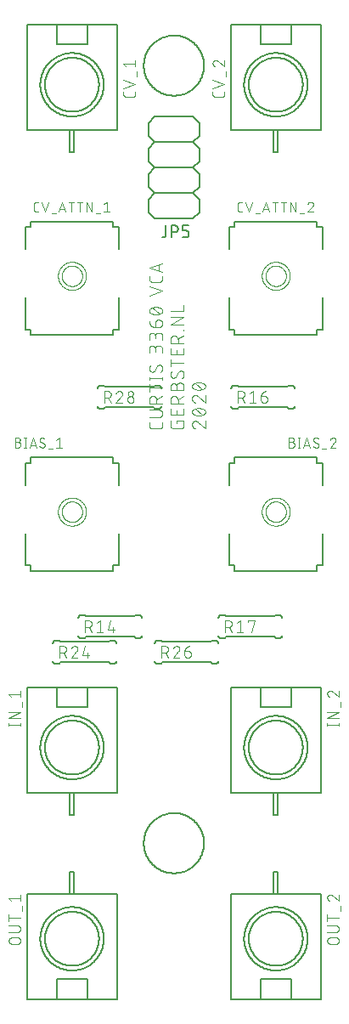
<source format=gto>
G04 EAGLE Gerber RS-274X export*
G75*
%MOMM*%
%FSLAX34Y34*%
%LPD*%
%INSilkscreen Top*%
%IPPOS*%
%AMOC8*
5,1,8,0,0,1.08239X$1,22.5*%
G01*
%ADD10C,0.152400*%
%ADD11C,0.101600*%
%ADD12C,0.127000*%
%ADD13C,0.050800*%
%ADD14C,0.203200*%
%ADD15C,0.076200*%


D10*
X147828Y165100D02*
X147837Y165836D01*
X147864Y166571D01*
X147909Y167305D01*
X147972Y168038D01*
X148053Y168769D01*
X148152Y169498D01*
X148269Y170224D01*
X148404Y170947D01*
X148556Y171667D01*
X148726Y172383D01*
X148914Y173094D01*
X149119Y173800D01*
X149341Y174502D01*
X149580Y175197D01*
X149836Y175887D01*
X150109Y176570D01*
X150399Y177246D01*
X150706Y177915D01*
X151028Y178576D01*
X151367Y179229D01*
X151722Y179873D01*
X152092Y180509D01*
X152478Y181135D01*
X152879Y181752D01*
X153295Y182358D01*
X153726Y182954D01*
X154172Y183540D01*
X154631Y184114D01*
X155105Y184677D01*
X155592Y185228D01*
X156093Y185767D01*
X156607Y186293D01*
X157133Y186807D01*
X157672Y187308D01*
X158223Y187795D01*
X158786Y188269D01*
X159360Y188728D01*
X159946Y189174D01*
X160542Y189605D01*
X161148Y190021D01*
X161765Y190422D01*
X162391Y190808D01*
X163027Y191178D01*
X163671Y191533D01*
X164324Y191872D01*
X164985Y192194D01*
X165654Y192501D01*
X166330Y192791D01*
X167013Y193064D01*
X167703Y193320D01*
X168398Y193559D01*
X169100Y193781D01*
X169806Y193986D01*
X170517Y194174D01*
X171233Y194344D01*
X171953Y194496D01*
X172676Y194631D01*
X173402Y194748D01*
X174131Y194847D01*
X174862Y194928D01*
X175595Y194991D01*
X176329Y195036D01*
X177064Y195063D01*
X177800Y195072D01*
X178536Y195063D01*
X179271Y195036D01*
X180005Y194991D01*
X180738Y194928D01*
X181469Y194847D01*
X182198Y194748D01*
X182924Y194631D01*
X183647Y194496D01*
X184367Y194344D01*
X185083Y194174D01*
X185794Y193986D01*
X186500Y193781D01*
X187202Y193559D01*
X187897Y193320D01*
X188587Y193064D01*
X189270Y192791D01*
X189946Y192501D01*
X190615Y192194D01*
X191276Y191872D01*
X191929Y191533D01*
X192573Y191178D01*
X193209Y190808D01*
X193835Y190422D01*
X194452Y190021D01*
X195058Y189605D01*
X195654Y189174D01*
X196240Y188728D01*
X196814Y188269D01*
X197377Y187795D01*
X197928Y187308D01*
X198467Y186807D01*
X198993Y186293D01*
X199507Y185767D01*
X200008Y185228D01*
X200495Y184677D01*
X200969Y184114D01*
X201428Y183540D01*
X201874Y182954D01*
X202305Y182358D01*
X202721Y181752D01*
X203122Y181135D01*
X203508Y180509D01*
X203878Y179873D01*
X204233Y179229D01*
X204572Y178576D01*
X204894Y177915D01*
X205201Y177246D01*
X205491Y176570D01*
X205764Y175887D01*
X206020Y175197D01*
X206259Y174502D01*
X206481Y173800D01*
X206686Y173094D01*
X206874Y172383D01*
X207044Y171667D01*
X207196Y170947D01*
X207331Y170224D01*
X207448Y169498D01*
X207547Y168769D01*
X207628Y168038D01*
X207691Y167305D01*
X207736Y166571D01*
X207763Y165836D01*
X207772Y165100D01*
X207763Y164364D01*
X207736Y163629D01*
X207691Y162895D01*
X207628Y162162D01*
X207547Y161431D01*
X207448Y160702D01*
X207331Y159976D01*
X207196Y159253D01*
X207044Y158533D01*
X206874Y157817D01*
X206686Y157106D01*
X206481Y156400D01*
X206259Y155698D01*
X206020Y155003D01*
X205764Y154313D01*
X205491Y153630D01*
X205201Y152954D01*
X204894Y152285D01*
X204572Y151624D01*
X204233Y150971D01*
X203878Y150327D01*
X203508Y149691D01*
X203122Y149065D01*
X202721Y148448D01*
X202305Y147842D01*
X201874Y147246D01*
X201428Y146660D01*
X200969Y146086D01*
X200495Y145523D01*
X200008Y144972D01*
X199507Y144433D01*
X198993Y143907D01*
X198467Y143393D01*
X197928Y142892D01*
X197377Y142405D01*
X196814Y141931D01*
X196240Y141472D01*
X195654Y141026D01*
X195058Y140595D01*
X194452Y140179D01*
X193835Y139778D01*
X193209Y139392D01*
X192573Y139022D01*
X191929Y138667D01*
X191276Y138328D01*
X190615Y138006D01*
X189946Y137699D01*
X189270Y137409D01*
X188587Y137136D01*
X187897Y136880D01*
X187202Y136641D01*
X186500Y136419D01*
X185794Y136214D01*
X185083Y136026D01*
X184367Y135856D01*
X183647Y135704D01*
X182924Y135569D01*
X182198Y135452D01*
X181469Y135353D01*
X180738Y135272D01*
X180005Y135209D01*
X179271Y135164D01*
X178536Y135137D01*
X177800Y135128D01*
X177064Y135137D01*
X176329Y135164D01*
X175595Y135209D01*
X174862Y135272D01*
X174131Y135353D01*
X173402Y135452D01*
X172676Y135569D01*
X171953Y135704D01*
X171233Y135856D01*
X170517Y136026D01*
X169806Y136214D01*
X169100Y136419D01*
X168398Y136641D01*
X167703Y136880D01*
X167013Y137136D01*
X166330Y137409D01*
X165654Y137699D01*
X164985Y138006D01*
X164324Y138328D01*
X163671Y138667D01*
X163027Y139022D01*
X162391Y139392D01*
X161765Y139778D01*
X161148Y140179D01*
X160542Y140595D01*
X159946Y141026D01*
X159360Y141472D01*
X158786Y141931D01*
X158223Y142405D01*
X157672Y142892D01*
X157133Y143393D01*
X156607Y143907D01*
X156093Y144433D01*
X155592Y144972D01*
X155105Y145523D01*
X154631Y146086D01*
X154172Y146660D01*
X153726Y147246D01*
X153295Y147842D01*
X152879Y148448D01*
X152478Y149065D01*
X152092Y149691D01*
X151722Y150327D01*
X151367Y150971D01*
X151028Y151624D01*
X150706Y152285D01*
X150399Y152954D01*
X150109Y153630D01*
X149836Y154313D01*
X149580Y155003D01*
X149341Y155698D01*
X149119Y156400D01*
X148914Y157106D01*
X148726Y157817D01*
X148556Y158533D01*
X148404Y159253D01*
X148269Y159976D01*
X148152Y160702D01*
X148053Y161431D01*
X147972Y162162D01*
X147909Y162895D01*
X147864Y163629D01*
X147837Y164364D01*
X147828Y165100D01*
X147828Y939800D02*
X147837Y940536D01*
X147864Y941271D01*
X147909Y942005D01*
X147972Y942738D01*
X148053Y943469D01*
X148152Y944198D01*
X148269Y944924D01*
X148404Y945647D01*
X148556Y946367D01*
X148726Y947083D01*
X148914Y947794D01*
X149119Y948500D01*
X149341Y949202D01*
X149580Y949897D01*
X149836Y950587D01*
X150109Y951270D01*
X150399Y951946D01*
X150706Y952615D01*
X151028Y953276D01*
X151367Y953929D01*
X151722Y954573D01*
X152092Y955209D01*
X152478Y955835D01*
X152879Y956452D01*
X153295Y957058D01*
X153726Y957654D01*
X154172Y958240D01*
X154631Y958814D01*
X155105Y959377D01*
X155592Y959928D01*
X156093Y960467D01*
X156607Y960993D01*
X157133Y961507D01*
X157672Y962008D01*
X158223Y962495D01*
X158786Y962969D01*
X159360Y963428D01*
X159946Y963874D01*
X160542Y964305D01*
X161148Y964721D01*
X161765Y965122D01*
X162391Y965508D01*
X163027Y965878D01*
X163671Y966233D01*
X164324Y966572D01*
X164985Y966894D01*
X165654Y967201D01*
X166330Y967491D01*
X167013Y967764D01*
X167703Y968020D01*
X168398Y968259D01*
X169100Y968481D01*
X169806Y968686D01*
X170517Y968874D01*
X171233Y969044D01*
X171953Y969196D01*
X172676Y969331D01*
X173402Y969448D01*
X174131Y969547D01*
X174862Y969628D01*
X175595Y969691D01*
X176329Y969736D01*
X177064Y969763D01*
X177800Y969772D01*
X178536Y969763D01*
X179271Y969736D01*
X180005Y969691D01*
X180738Y969628D01*
X181469Y969547D01*
X182198Y969448D01*
X182924Y969331D01*
X183647Y969196D01*
X184367Y969044D01*
X185083Y968874D01*
X185794Y968686D01*
X186500Y968481D01*
X187202Y968259D01*
X187897Y968020D01*
X188587Y967764D01*
X189270Y967491D01*
X189946Y967201D01*
X190615Y966894D01*
X191276Y966572D01*
X191929Y966233D01*
X192573Y965878D01*
X193209Y965508D01*
X193835Y965122D01*
X194452Y964721D01*
X195058Y964305D01*
X195654Y963874D01*
X196240Y963428D01*
X196814Y962969D01*
X197377Y962495D01*
X197928Y962008D01*
X198467Y961507D01*
X198993Y960993D01*
X199507Y960467D01*
X200008Y959928D01*
X200495Y959377D01*
X200969Y958814D01*
X201428Y958240D01*
X201874Y957654D01*
X202305Y957058D01*
X202721Y956452D01*
X203122Y955835D01*
X203508Y955209D01*
X203878Y954573D01*
X204233Y953929D01*
X204572Y953276D01*
X204894Y952615D01*
X205201Y951946D01*
X205491Y951270D01*
X205764Y950587D01*
X206020Y949897D01*
X206259Y949202D01*
X206481Y948500D01*
X206686Y947794D01*
X206874Y947083D01*
X207044Y946367D01*
X207196Y945647D01*
X207331Y944924D01*
X207448Y944198D01*
X207547Y943469D01*
X207628Y942738D01*
X207691Y942005D01*
X207736Y941271D01*
X207763Y940536D01*
X207772Y939800D01*
X207763Y939064D01*
X207736Y938329D01*
X207691Y937595D01*
X207628Y936862D01*
X207547Y936131D01*
X207448Y935402D01*
X207331Y934676D01*
X207196Y933953D01*
X207044Y933233D01*
X206874Y932517D01*
X206686Y931806D01*
X206481Y931100D01*
X206259Y930398D01*
X206020Y929703D01*
X205764Y929013D01*
X205491Y928330D01*
X205201Y927654D01*
X204894Y926985D01*
X204572Y926324D01*
X204233Y925671D01*
X203878Y925027D01*
X203508Y924391D01*
X203122Y923765D01*
X202721Y923148D01*
X202305Y922542D01*
X201874Y921946D01*
X201428Y921360D01*
X200969Y920786D01*
X200495Y920223D01*
X200008Y919672D01*
X199507Y919133D01*
X198993Y918607D01*
X198467Y918093D01*
X197928Y917592D01*
X197377Y917105D01*
X196814Y916631D01*
X196240Y916172D01*
X195654Y915726D01*
X195058Y915295D01*
X194452Y914879D01*
X193835Y914478D01*
X193209Y914092D01*
X192573Y913722D01*
X191929Y913367D01*
X191276Y913028D01*
X190615Y912706D01*
X189946Y912399D01*
X189270Y912109D01*
X188587Y911836D01*
X187897Y911580D01*
X187202Y911341D01*
X186500Y911119D01*
X185794Y910914D01*
X185083Y910726D01*
X184367Y910556D01*
X183647Y910404D01*
X182924Y910269D01*
X182198Y910152D01*
X181469Y910053D01*
X180738Y909972D01*
X180005Y909909D01*
X179271Y909864D01*
X178536Y909837D01*
X177800Y909828D01*
X177064Y909837D01*
X176329Y909864D01*
X175595Y909909D01*
X174862Y909972D01*
X174131Y910053D01*
X173402Y910152D01*
X172676Y910269D01*
X171953Y910404D01*
X171233Y910556D01*
X170517Y910726D01*
X169806Y910914D01*
X169100Y911119D01*
X168398Y911341D01*
X167703Y911580D01*
X167013Y911836D01*
X166330Y912109D01*
X165654Y912399D01*
X164985Y912706D01*
X164324Y913028D01*
X163671Y913367D01*
X163027Y913722D01*
X162391Y914092D01*
X161765Y914478D01*
X161148Y914879D01*
X160542Y915295D01*
X159946Y915726D01*
X159360Y916172D01*
X158786Y916631D01*
X158223Y917105D01*
X157672Y917592D01*
X157133Y918093D01*
X156607Y918607D01*
X156093Y919133D01*
X155592Y919672D01*
X155105Y920223D01*
X154631Y920786D01*
X154172Y921360D01*
X153726Y921946D01*
X153295Y922542D01*
X152879Y923148D01*
X152478Y923765D01*
X152092Y924391D01*
X151722Y925027D01*
X151367Y925671D01*
X151028Y926324D01*
X150706Y926985D01*
X150399Y927654D01*
X150109Y928330D01*
X149836Y929013D01*
X149580Y929703D01*
X149341Y930398D01*
X149119Y931100D01*
X148914Y931806D01*
X148726Y932517D01*
X148556Y933233D01*
X148404Y933953D01*
X148269Y934676D01*
X148152Y935402D01*
X148053Y936131D01*
X147972Y936862D01*
X147909Y937595D01*
X147864Y938329D01*
X147837Y939064D01*
X147828Y939800D01*
D11*
X166370Y584228D02*
X166370Y581293D01*
X166368Y581186D01*
X166362Y581079D01*
X166352Y580972D01*
X166339Y580866D01*
X166321Y580760D01*
X166300Y580655D01*
X166275Y580551D01*
X166246Y580447D01*
X166213Y580345D01*
X166176Y580245D01*
X166136Y580145D01*
X166092Y580047D01*
X166045Y579951D01*
X165994Y579857D01*
X165940Y579764D01*
X165883Y579674D01*
X165822Y579585D01*
X165758Y579499D01*
X165691Y579416D01*
X165621Y579334D01*
X165548Y579256D01*
X165472Y579180D01*
X165394Y579107D01*
X165312Y579037D01*
X165229Y578970D01*
X165143Y578906D01*
X165054Y578845D01*
X164964Y578788D01*
X164871Y578734D01*
X164777Y578683D01*
X164681Y578636D01*
X164583Y578592D01*
X164483Y578552D01*
X164383Y578515D01*
X164281Y578482D01*
X164177Y578453D01*
X164073Y578428D01*
X163968Y578407D01*
X163862Y578389D01*
X163756Y578376D01*
X163649Y578366D01*
X163542Y578360D01*
X163435Y578358D01*
X156097Y578358D01*
X155990Y578360D01*
X155883Y578366D01*
X155776Y578376D01*
X155670Y578389D01*
X155564Y578407D01*
X155459Y578428D01*
X155355Y578453D01*
X155251Y578482D01*
X155149Y578515D01*
X155049Y578552D01*
X154949Y578592D01*
X154851Y578636D01*
X154755Y578683D01*
X154661Y578734D01*
X154568Y578788D01*
X154478Y578845D01*
X154389Y578906D01*
X154303Y578970D01*
X154220Y579037D01*
X154138Y579107D01*
X154060Y579180D01*
X153984Y579256D01*
X153911Y579334D01*
X153841Y579416D01*
X153774Y579499D01*
X153710Y579585D01*
X153649Y579674D01*
X153592Y579764D01*
X153538Y579857D01*
X153487Y579951D01*
X153440Y580047D01*
X153396Y580145D01*
X153356Y580245D01*
X153319Y580345D01*
X153286Y580447D01*
X153257Y580551D01*
X153232Y580655D01*
X153211Y580760D01*
X153193Y580866D01*
X153180Y580972D01*
X153170Y581079D01*
X153164Y581186D01*
X153162Y581293D01*
X153162Y584228D01*
X153162Y589488D02*
X162701Y589488D01*
X162821Y589490D01*
X162941Y589496D01*
X163061Y589506D01*
X163180Y589519D01*
X163299Y589537D01*
X163417Y589558D01*
X163534Y589584D01*
X163651Y589613D01*
X163766Y589646D01*
X163880Y589683D01*
X163993Y589723D01*
X164105Y589767D01*
X164215Y589815D01*
X164324Y589866D01*
X164431Y589921D01*
X164536Y589980D01*
X164638Y590041D01*
X164739Y590106D01*
X164838Y590175D01*
X164935Y590246D01*
X165029Y590321D01*
X165120Y590398D01*
X165209Y590479D01*
X165295Y590563D01*
X165379Y590649D01*
X165460Y590738D01*
X165537Y590829D01*
X165612Y590923D01*
X165683Y591020D01*
X165752Y591119D01*
X165817Y591220D01*
X165878Y591323D01*
X165937Y591427D01*
X165992Y591534D01*
X166043Y591643D01*
X166091Y591753D01*
X166135Y591865D01*
X166175Y591978D01*
X166212Y592092D01*
X166245Y592207D01*
X166274Y592324D01*
X166300Y592441D01*
X166321Y592559D01*
X166339Y592678D01*
X166352Y592797D01*
X166362Y592917D01*
X166368Y593037D01*
X166370Y593157D01*
X166368Y593277D01*
X166362Y593397D01*
X166352Y593517D01*
X166339Y593636D01*
X166321Y593755D01*
X166300Y593873D01*
X166274Y593990D01*
X166245Y594107D01*
X166212Y594222D01*
X166175Y594336D01*
X166135Y594449D01*
X166091Y594561D01*
X166043Y594671D01*
X165992Y594780D01*
X165937Y594887D01*
X165878Y594992D01*
X165817Y595094D01*
X165752Y595195D01*
X165683Y595294D01*
X165612Y595391D01*
X165537Y595485D01*
X165460Y595576D01*
X165379Y595665D01*
X165295Y595751D01*
X165209Y595835D01*
X165120Y595916D01*
X165029Y595993D01*
X164935Y596068D01*
X164838Y596139D01*
X164739Y596208D01*
X164638Y596273D01*
X164535Y596334D01*
X164431Y596393D01*
X164324Y596448D01*
X164215Y596499D01*
X164105Y596547D01*
X163993Y596591D01*
X163880Y596631D01*
X163766Y596668D01*
X163651Y596701D01*
X163534Y596730D01*
X163417Y596756D01*
X163299Y596777D01*
X163180Y596795D01*
X163061Y596808D01*
X162941Y596818D01*
X162821Y596824D01*
X162701Y596826D01*
X153162Y596826D01*
X153162Y603221D02*
X166370Y603221D01*
X153162Y603221D02*
X153162Y606890D01*
X153164Y607010D01*
X153170Y607130D01*
X153180Y607250D01*
X153193Y607369D01*
X153211Y607488D01*
X153232Y607606D01*
X153258Y607723D01*
X153287Y607840D01*
X153320Y607955D01*
X153357Y608069D01*
X153397Y608182D01*
X153441Y608294D01*
X153489Y608404D01*
X153540Y608513D01*
X153595Y608620D01*
X153654Y608725D01*
X153715Y608827D01*
X153780Y608928D01*
X153849Y609027D01*
X153920Y609124D01*
X153995Y609218D01*
X154072Y609309D01*
X154153Y609398D01*
X154237Y609484D01*
X154323Y609568D01*
X154412Y609649D01*
X154503Y609726D01*
X154597Y609801D01*
X154694Y609872D01*
X154793Y609941D01*
X154894Y610006D01*
X154997Y610067D01*
X155101Y610126D01*
X155208Y610181D01*
X155317Y610232D01*
X155427Y610280D01*
X155539Y610324D01*
X155652Y610364D01*
X155766Y610401D01*
X155881Y610434D01*
X155998Y610463D01*
X156115Y610489D01*
X156233Y610510D01*
X156352Y610528D01*
X156471Y610541D01*
X156591Y610551D01*
X156711Y610557D01*
X156831Y610559D01*
X156951Y610557D01*
X157071Y610551D01*
X157191Y610541D01*
X157310Y610528D01*
X157429Y610510D01*
X157547Y610489D01*
X157664Y610463D01*
X157781Y610434D01*
X157896Y610401D01*
X158010Y610364D01*
X158123Y610324D01*
X158235Y610280D01*
X158345Y610232D01*
X158454Y610181D01*
X158561Y610126D01*
X158666Y610067D01*
X158768Y610006D01*
X158869Y609941D01*
X158968Y609872D01*
X159065Y609801D01*
X159159Y609726D01*
X159250Y609649D01*
X159339Y609568D01*
X159425Y609484D01*
X159509Y609398D01*
X159590Y609309D01*
X159667Y609218D01*
X159742Y609124D01*
X159813Y609027D01*
X159882Y608928D01*
X159947Y608827D01*
X160008Y608725D01*
X160067Y608620D01*
X160122Y608513D01*
X160173Y608404D01*
X160221Y608294D01*
X160265Y608182D01*
X160305Y608069D01*
X160342Y607955D01*
X160375Y607840D01*
X160404Y607723D01*
X160430Y607606D01*
X160451Y607488D01*
X160469Y607369D01*
X160482Y607250D01*
X160492Y607130D01*
X160498Y607010D01*
X160500Y606890D01*
X160500Y603221D01*
X160500Y607624D02*
X166370Y610559D01*
X166370Y618760D02*
X153162Y618760D01*
X153162Y615091D02*
X153162Y622429D01*
X153162Y628148D02*
X166370Y628148D01*
X166370Y629615D02*
X166370Y626680D01*
X153162Y626680D02*
X153162Y629615D01*
X163435Y641631D02*
X163542Y641629D01*
X163649Y641623D01*
X163756Y641613D01*
X163862Y641600D01*
X163968Y641582D01*
X164073Y641561D01*
X164177Y641536D01*
X164281Y641507D01*
X164383Y641474D01*
X164483Y641437D01*
X164583Y641397D01*
X164681Y641353D01*
X164777Y641306D01*
X164871Y641255D01*
X164964Y641201D01*
X165054Y641144D01*
X165143Y641083D01*
X165229Y641019D01*
X165312Y640952D01*
X165394Y640882D01*
X165472Y640809D01*
X165548Y640733D01*
X165621Y640655D01*
X165691Y640573D01*
X165758Y640490D01*
X165822Y640404D01*
X165883Y640315D01*
X165940Y640225D01*
X165994Y640132D01*
X166045Y640038D01*
X166092Y639942D01*
X166136Y639844D01*
X166176Y639744D01*
X166213Y639644D01*
X166246Y639542D01*
X166275Y639438D01*
X166300Y639334D01*
X166321Y639229D01*
X166339Y639123D01*
X166352Y639017D01*
X166362Y638910D01*
X166368Y638803D01*
X166370Y638696D01*
X166368Y638543D01*
X166362Y638390D01*
X166353Y638237D01*
X166340Y638085D01*
X166323Y637933D01*
X166302Y637781D01*
X166278Y637630D01*
X166250Y637480D01*
X166218Y637330D01*
X166182Y637182D01*
X166143Y637034D01*
X166100Y636887D01*
X166054Y636741D01*
X166004Y636597D01*
X165950Y636453D01*
X165893Y636311D01*
X165833Y636171D01*
X165768Y636032D01*
X165701Y635895D01*
X165630Y635759D01*
X165556Y635625D01*
X165479Y635493D01*
X165398Y635363D01*
X165314Y635235D01*
X165227Y635109D01*
X165137Y634986D01*
X165044Y634864D01*
X164948Y634745D01*
X164849Y634629D01*
X164748Y634514D01*
X164643Y634403D01*
X164536Y634294D01*
X156097Y634660D02*
X155990Y634662D01*
X155883Y634668D01*
X155776Y634678D01*
X155670Y634691D01*
X155564Y634709D01*
X155459Y634730D01*
X155355Y634755D01*
X155251Y634784D01*
X155149Y634817D01*
X155049Y634854D01*
X154949Y634894D01*
X154851Y634938D01*
X154755Y634985D01*
X154661Y635036D01*
X154568Y635090D01*
X154478Y635147D01*
X154389Y635208D01*
X154303Y635272D01*
X154220Y635339D01*
X154138Y635409D01*
X154060Y635482D01*
X153984Y635558D01*
X153911Y635636D01*
X153841Y635718D01*
X153774Y635801D01*
X153710Y635887D01*
X153649Y635976D01*
X153592Y636066D01*
X153538Y636159D01*
X153487Y636253D01*
X153440Y636349D01*
X153396Y636447D01*
X153356Y636547D01*
X153319Y636647D01*
X153286Y636749D01*
X153257Y636853D01*
X153232Y636957D01*
X153211Y637062D01*
X153193Y637168D01*
X153180Y637274D01*
X153170Y637381D01*
X153164Y637488D01*
X153162Y637595D01*
X153164Y637743D01*
X153170Y637890D01*
X153180Y638037D01*
X153194Y638184D01*
X153211Y638331D01*
X153233Y638476D01*
X153259Y638622D01*
X153288Y638766D01*
X153321Y638910D01*
X153359Y639053D01*
X153400Y639195D01*
X153444Y639335D01*
X153493Y639475D01*
X153545Y639613D01*
X153601Y639749D01*
X153661Y639884D01*
X153724Y640017D01*
X153791Y640149D01*
X153861Y640279D01*
X153934Y640407D01*
X154012Y640532D01*
X154092Y640656D01*
X154176Y640778D01*
X154263Y640897D01*
X158665Y636128D02*
X158609Y636037D01*
X158550Y635948D01*
X158488Y635861D01*
X158423Y635777D01*
X158355Y635694D01*
X158284Y635615D01*
X158210Y635538D01*
X158133Y635464D01*
X158054Y635392D01*
X157972Y635324D01*
X157888Y635258D01*
X157801Y635195D01*
X157713Y635136D01*
X157622Y635080D01*
X157529Y635027D01*
X157435Y634977D01*
X157339Y634931D01*
X157241Y634888D01*
X157142Y634849D01*
X157041Y634813D01*
X156939Y634781D01*
X156836Y634753D01*
X156732Y634729D01*
X156628Y634708D01*
X156522Y634691D01*
X156417Y634677D01*
X156310Y634668D01*
X156204Y634662D01*
X156097Y634660D01*
X160867Y640163D02*
X160923Y640254D01*
X160982Y640343D01*
X161044Y640430D01*
X161109Y640515D01*
X161177Y640597D01*
X161248Y640676D01*
X161322Y640753D01*
X161399Y640827D01*
X161478Y640899D01*
X161560Y640967D01*
X161644Y641033D01*
X161731Y641096D01*
X161819Y641155D01*
X161910Y641211D01*
X162003Y641264D01*
X162097Y641314D01*
X162193Y641360D01*
X162291Y641403D01*
X162390Y641442D01*
X162491Y641478D01*
X162593Y641510D01*
X162696Y641538D01*
X162800Y641562D01*
X162904Y641583D01*
X163010Y641600D01*
X163115Y641614D01*
X163222Y641623D01*
X163328Y641629D01*
X163435Y641631D01*
X160867Y640164D02*
X158665Y636128D01*
X166370Y653496D02*
X166370Y657165D01*
X166368Y657285D01*
X166362Y657405D01*
X166352Y657525D01*
X166339Y657644D01*
X166321Y657763D01*
X166300Y657881D01*
X166274Y657998D01*
X166245Y658115D01*
X166212Y658230D01*
X166175Y658344D01*
X166135Y658457D01*
X166091Y658569D01*
X166043Y658679D01*
X165992Y658788D01*
X165937Y658895D01*
X165878Y659000D01*
X165817Y659102D01*
X165752Y659203D01*
X165683Y659302D01*
X165612Y659399D01*
X165537Y659493D01*
X165460Y659584D01*
X165379Y659673D01*
X165295Y659759D01*
X165209Y659843D01*
X165120Y659924D01*
X165029Y660001D01*
X164935Y660076D01*
X164838Y660147D01*
X164739Y660216D01*
X164638Y660281D01*
X164536Y660342D01*
X164431Y660401D01*
X164324Y660456D01*
X164215Y660507D01*
X164105Y660555D01*
X163993Y660599D01*
X163880Y660639D01*
X163766Y660676D01*
X163651Y660709D01*
X163534Y660738D01*
X163417Y660764D01*
X163299Y660785D01*
X163180Y660803D01*
X163061Y660816D01*
X162941Y660826D01*
X162821Y660832D01*
X162701Y660834D01*
X162581Y660832D01*
X162461Y660826D01*
X162341Y660816D01*
X162222Y660803D01*
X162103Y660785D01*
X161985Y660764D01*
X161868Y660738D01*
X161751Y660709D01*
X161636Y660676D01*
X161522Y660639D01*
X161409Y660599D01*
X161297Y660555D01*
X161187Y660507D01*
X161078Y660456D01*
X160971Y660401D01*
X160867Y660342D01*
X160764Y660281D01*
X160663Y660216D01*
X160564Y660147D01*
X160467Y660076D01*
X160373Y660001D01*
X160282Y659924D01*
X160193Y659843D01*
X160107Y659759D01*
X160023Y659673D01*
X159942Y659584D01*
X159865Y659493D01*
X159790Y659399D01*
X159719Y659302D01*
X159650Y659203D01*
X159585Y659102D01*
X159524Y659000D01*
X159465Y658895D01*
X159410Y658788D01*
X159359Y658679D01*
X159311Y658569D01*
X159267Y658457D01*
X159227Y658344D01*
X159190Y658230D01*
X159157Y658115D01*
X159128Y657998D01*
X159102Y657881D01*
X159081Y657763D01*
X159063Y657644D01*
X159050Y657525D01*
X159040Y657405D01*
X159034Y657285D01*
X159032Y657165D01*
X153162Y657898D02*
X153162Y653496D01*
X153162Y657898D02*
X153164Y658005D01*
X153170Y658112D01*
X153180Y658219D01*
X153193Y658325D01*
X153211Y658431D01*
X153232Y658536D01*
X153257Y658640D01*
X153286Y658744D01*
X153319Y658846D01*
X153356Y658946D01*
X153396Y659046D01*
X153440Y659144D01*
X153487Y659240D01*
X153538Y659334D01*
X153592Y659427D01*
X153649Y659517D01*
X153710Y659606D01*
X153774Y659692D01*
X153841Y659775D01*
X153911Y659857D01*
X153984Y659935D01*
X154060Y660011D01*
X154138Y660084D01*
X154220Y660154D01*
X154303Y660221D01*
X154389Y660285D01*
X154478Y660346D01*
X154568Y660403D01*
X154661Y660457D01*
X154755Y660508D01*
X154851Y660555D01*
X154949Y660599D01*
X155049Y660639D01*
X155149Y660676D01*
X155251Y660709D01*
X155355Y660738D01*
X155459Y660763D01*
X155564Y660784D01*
X155670Y660802D01*
X155776Y660815D01*
X155883Y660825D01*
X155990Y660831D01*
X156097Y660833D01*
X156204Y660831D01*
X156311Y660825D01*
X156418Y660815D01*
X156524Y660802D01*
X156630Y660784D01*
X156735Y660763D01*
X156839Y660738D01*
X156943Y660709D01*
X157045Y660676D01*
X157145Y660639D01*
X157245Y660599D01*
X157343Y660555D01*
X157439Y660508D01*
X157533Y660457D01*
X157626Y660403D01*
X157716Y660346D01*
X157805Y660285D01*
X157891Y660221D01*
X157974Y660154D01*
X158056Y660084D01*
X158134Y660011D01*
X158210Y659935D01*
X158283Y659857D01*
X158353Y659775D01*
X158420Y659692D01*
X158484Y659606D01*
X158545Y659517D01*
X158602Y659427D01*
X158656Y659334D01*
X158707Y659240D01*
X158754Y659144D01*
X158798Y659046D01*
X158838Y658946D01*
X158875Y658846D01*
X158908Y658744D01*
X158937Y658640D01*
X158962Y658536D01*
X158983Y658431D01*
X159001Y658325D01*
X159014Y658219D01*
X159024Y658112D01*
X159030Y658005D01*
X159032Y657898D01*
X159032Y654963D01*
X166370Y666297D02*
X166370Y669966D01*
X166368Y670086D01*
X166362Y670206D01*
X166352Y670326D01*
X166339Y670445D01*
X166321Y670564D01*
X166300Y670682D01*
X166274Y670799D01*
X166245Y670916D01*
X166212Y671031D01*
X166175Y671145D01*
X166135Y671258D01*
X166091Y671370D01*
X166043Y671480D01*
X165992Y671589D01*
X165937Y671696D01*
X165878Y671801D01*
X165817Y671903D01*
X165752Y672004D01*
X165683Y672103D01*
X165612Y672200D01*
X165537Y672294D01*
X165460Y672385D01*
X165379Y672474D01*
X165295Y672560D01*
X165209Y672644D01*
X165120Y672725D01*
X165029Y672802D01*
X164935Y672877D01*
X164838Y672948D01*
X164739Y673017D01*
X164638Y673082D01*
X164536Y673143D01*
X164431Y673202D01*
X164324Y673257D01*
X164215Y673308D01*
X164105Y673356D01*
X163993Y673400D01*
X163880Y673440D01*
X163766Y673477D01*
X163651Y673510D01*
X163534Y673539D01*
X163417Y673565D01*
X163299Y673586D01*
X163180Y673604D01*
X163061Y673617D01*
X162941Y673627D01*
X162821Y673633D01*
X162701Y673635D01*
X162581Y673633D01*
X162461Y673627D01*
X162341Y673617D01*
X162222Y673604D01*
X162103Y673586D01*
X161985Y673565D01*
X161868Y673539D01*
X161751Y673510D01*
X161636Y673477D01*
X161522Y673440D01*
X161409Y673400D01*
X161297Y673356D01*
X161187Y673308D01*
X161078Y673257D01*
X160971Y673202D01*
X160867Y673143D01*
X160764Y673082D01*
X160663Y673017D01*
X160564Y672948D01*
X160467Y672877D01*
X160373Y672802D01*
X160282Y672725D01*
X160193Y672644D01*
X160107Y672560D01*
X160023Y672474D01*
X159942Y672385D01*
X159865Y672294D01*
X159790Y672200D01*
X159719Y672103D01*
X159650Y672004D01*
X159585Y671903D01*
X159524Y671801D01*
X159465Y671696D01*
X159410Y671589D01*
X159359Y671480D01*
X159311Y671370D01*
X159267Y671258D01*
X159227Y671145D01*
X159190Y671031D01*
X159157Y670916D01*
X159128Y670799D01*
X159102Y670682D01*
X159081Y670564D01*
X159063Y670445D01*
X159050Y670326D01*
X159040Y670206D01*
X159034Y670086D01*
X159032Y669966D01*
X153162Y670700D02*
X153162Y666297D01*
X153162Y670700D02*
X153164Y670807D01*
X153170Y670914D01*
X153180Y671021D01*
X153193Y671127D01*
X153211Y671233D01*
X153232Y671338D01*
X153257Y671442D01*
X153286Y671546D01*
X153319Y671648D01*
X153356Y671748D01*
X153396Y671848D01*
X153440Y671946D01*
X153487Y672042D01*
X153538Y672136D01*
X153592Y672229D01*
X153649Y672319D01*
X153710Y672408D01*
X153774Y672494D01*
X153841Y672577D01*
X153911Y672659D01*
X153984Y672737D01*
X154060Y672813D01*
X154138Y672886D01*
X154220Y672956D01*
X154303Y673023D01*
X154389Y673087D01*
X154478Y673148D01*
X154568Y673205D01*
X154661Y673259D01*
X154755Y673310D01*
X154851Y673357D01*
X154949Y673401D01*
X155049Y673441D01*
X155149Y673478D01*
X155251Y673511D01*
X155355Y673540D01*
X155459Y673565D01*
X155564Y673586D01*
X155670Y673604D01*
X155776Y673617D01*
X155883Y673627D01*
X155990Y673633D01*
X156097Y673635D01*
X156204Y673633D01*
X156311Y673627D01*
X156418Y673617D01*
X156524Y673604D01*
X156630Y673586D01*
X156735Y673565D01*
X156839Y673540D01*
X156943Y673511D01*
X157045Y673478D01*
X157145Y673441D01*
X157245Y673401D01*
X157343Y673357D01*
X157439Y673310D01*
X157533Y673259D01*
X157626Y673205D01*
X157716Y673148D01*
X157805Y673087D01*
X157891Y673023D01*
X157974Y672956D01*
X158056Y672886D01*
X158134Y672813D01*
X158210Y672737D01*
X158283Y672659D01*
X158353Y672577D01*
X158420Y672494D01*
X158484Y672408D01*
X158545Y672319D01*
X158602Y672229D01*
X158656Y672136D01*
X158707Y672042D01*
X158754Y671946D01*
X158798Y671848D01*
X158838Y671748D01*
X158875Y671648D01*
X158908Y671546D01*
X158937Y671442D01*
X158962Y671338D01*
X158983Y671233D01*
X159001Y671127D01*
X159014Y671021D01*
X159024Y670914D01*
X159030Y670807D01*
X159032Y670700D01*
X159032Y667765D01*
X159032Y679099D02*
X159032Y683502D01*
X159034Y683609D01*
X159040Y683716D01*
X159050Y683823D01*
X159063Y683929D01*
X159081Y684035D01*
X159102Y684140D01*
X159127Y684244D01*
X159156Y684348D01*
X159189Y684450D01*
X159226Y684550D01*
X159266Y684650D01*
X159310Y684748D01*
X159357Y684844D01*
X159408Y684938D01*
X159462Y685031D01*
X159519Y685121D01*
X159580Y685210D01*
X159644Y685296D01*
X159711Y685379D01*
X159781Y685461D01*
X159854Y685539D01*
X159930Y685615D01*
X160008Y685688D01*
X160090Y685758D01*
X160173Y685825D01*
X160259Y685889D01*
X160348Y685950D01*
X160438Y686007D01*
X160531Y686061D01*
X160625Y686112D01*
X160721Y686160D01*
X160819Y686203D01*
X160919Y686243D01*
X161019Y686280D01*
X161121Y686313D01*
X161225Y686342D01*
X161329Y686367D01*
X161434Y686388D01*
X161540Y686406D01*
X161646Y686419D01*
X161753Y686429D01*
X161860Y686435D01*
X161967Y686437D01*
X162701Y686437D01*
X162821Y686435D01*
X162941Y686429D01*
X163061Y686419D01*
X163180Y686406D01*
X163299Y686388D01*
X163417Y686367D01*
X163534Y686341D01*
X163651Y686312D01*
X163766Y686279D01*
X163880Y686242D01*
X163993Y686202D01*
X164105Y686158D01*
X164215Y686110D01*
X164324Y686059D01*
X164431Y686004D01*
X164535Y685945D01*
X164638Y685884D01*
X164739Y685819D01*
X164838Y685750D01*
X164935Y685679D01*
X165029Y685604D01*
X165120Y685527D01*
X165209Y685446D01*
X165295Y685362D01*
X165379Y685276D01*
X165460Y685187D01*
X165537Y685096D01*
X165612Y685002D01*
X165683Y684905D01*
X165752Y684806D01*
X165817Y684705D01*
X165878Y684603D01*
X165937Y684498D01*
X165992Y684391D01*
X166043Y684282D01*
X166091Y684172D01*
X166135Y684060D01*
X166175Y683947D01*
X166212Y683833D01*
X166245Y683718D01*
X166274Y683601D01*
X166300Y683484D01*
X166321Y683366D01*
X166339Y683247D01*
X166352Y683128D01*
X166362Y683008D01*
X166368Y682888D01*
X166370Y682768D01*
X166368Y682648D01*
X166362Y682528D01*
X166352Y682408D01*
X166339Y682289D01*
X166321Y682170D01*
X166300Y682052D01*
X166274Y681935D01*
X166245Y681818D01*
X166212Y681703D01*
X166175Y681589D01*
X166135Y681476D01*
X166091Y681364D01*
X166043Y681254D01*
X165992Y681145D01*
X165937Y681038D01*
X165878Y680934D01*
X165817Y680831D01*
X165752Y680730D01*
X165683Y680631D01*
X165612Y680534D01*
X165537Y680440D01*
X165460Y680349D01*
X165379Y680260D01*
X165295Y680174D01*
X165209Y680090D01*
X165120Y680009D01*
X165029Y679932D01*
X164935Y679857D01*
X164838Y679786D01*
X164739Y679717D01*
X164638Y679652D01*
X164536Y679591D01*
X164431Y679532D01*
X164324Y679477D01*
X164215Y679426D01*
X164105Y679378D01*
X163993Y679334D01*
X163880Y679294D01*
X163766Y679257D01*
X163651Y679224D01*
X163534Y679195D01*
X163417Y679169D01*
X163299Y679148D01*
X163180Y679130D01*
X163061Y679117D01*
X162941Y679107D01*
X162821Y679101D01*
X162701Y679099D01*
X159032Y679099D01*
X158881Y679101D01*
X158730Y679107D01*
X158579Y679117D01*
X158428Y679130D01*
X158278Y679148D01*
X158129Y679169D01*
X157980Y679194D01*
X157831Y679223D01*
X157684Y679256D01*
X157537Y679293D01*
X157391Y679333D01*
X157247Y679377D01*
X157103Y679425D01*
X156961Y679476D01*
X156821Y679531D01*
X156681Y679590D01*
X156544Y679653D01*
X156408Y679718D01*
X156273Y679788D01*
X156141Y679860D01*
X156010Y679937D01*
X155882Y680016D01*
X155755Y680099D01*
X155631Y680185D01*
X155509Y680274D01*
X155389Y680366D01*
X155272Y680462D01*
X155157Y680560D01*
X155045Y680661D01*
X154935Y680765D01*
X154828Y680872D01*
X154724Y680982D01*
X154623Y681094D01*
X154525Y681209D01*
X154429Y681326D01*
X154337Y681446D01*
X154248Y681568D01*
X154162Y681692D01*
X154079Y681819D01*
X154000Y681947D01*
X153923Y682078D01*
X153851Y682210D01*
X153781Y682345D01*
X153716Y682481D01*
X153653Y682618D01*
X153594Y682758D01*
X153539Y682898D01*
X153488Y683040D01*
X153440Y683184D01*
X153396Y683328D01*
X153356Y683474D01*
X153319Y683621D01*
X153286Y683768D01*
X153257Y683917D01*
X153232Y684066D01*
X153211Y684215D01*
X153193Y684365D01*
X153180Y684516D01*
X153170Y684667D01*
X153164Y684818D01*
X153162Y684969D01*
X154997Y693002D02*
X155232Y692891D01*
X155469Y692785D01*
X155709Y692685D01*
X155951Y692591D01*
X156196Y692503D01*
X156442Y692421D01*
X156690Y692345D01*
X156941Y692274D01*
X157192Y692210D01*
X157445Y692151D01*
X157700Y692099D01*
X157956Y692053D01*
X158212Y692012D01*
X158470Y691978D01*
X158728Y691951D01*
X158987Y691929D01*
X159247Y691913D01*
X159506Y691904D01*
X159766Y691901D01*
X154996Y693001D02*
X154901Y693036D01*
X154806Y693074D01*
X154713Y693116D01*
X154622Y693162D01*
X154532Y693211D01*
X154444Y693263D01*
X154359Y693318D01*
X154275Y693377D01*
X154194Y693439D01*
X154115Y693503D01*
X154039Y693571D01*
X153965Y693642D01*
X153894Y693715D01*
X153826Y693791D01*
X153760Y693869D01*
X153698Y693950D01*
X153638Y694033D01*
X153582Y694118D01*
X153529Y694205D01*
X153480Y694294D01*
X153434Y694385D01*
X153391Y694478D01*
X153352Y694572D01*
X153316Y694668D01*
X153284Y694765D01*
X153255Y694863D01*
X153231Y694962D01*
X153210Y695062D01*
X153193Y695162D01*
X153179Y695263D01*
X153170Y695365D01*
X153164Y695467D01*
X153162Y695569D01*
X153164Y695671D01*
X153170Y695773D01*
X153179Y695875D01*
X153193Y695976D01*
X153210Y696076D01*
X153231Y696176D01*
X153255Y696275D01*
X153284Y696373D01*
X153316Y696470D01*
X153352Y696566D01*
X153391Y696660D01*
X153434Y696753D01*
X153480Y696844D01*
X153529Y696933D01*
X153582Y697020D01*
X153638Y697105D01*
X153698Y697188D01*
X153760Y697269D01*
X153826Y697347D01*
X153894Y697423D01*
X153965Y697497D01*
X154039Y697567D01*
X154115Y697635D01*
X154194Y697699D01*
X154275Y697761D01*
X154359Y697820D01*
X154444Y697875D01*
X154532Y697928D01*
X154622Y697976D01*
X154713Y698022D01*
X154806Y698064D01*
X154901Y698102D01*
X154997Y698137D01*
X155232Y698248D01*
X155469Y698354D01*
X155709Y698454D01*
X155951Y698548D01*
X156196Y698636D01*
X156442Y698718D01*
X156690Y698794D01*
X156941Y698865D01*
X157192Y698929D01*
X157445Y698988D01*
X157700Y699040D01*
X157956Y699086D01*
X158212Y699127D01*
X158470Y699161D01*
X158728Y699188D01*
X158987Y699210D01*
X159247Y699226D01*
X159506Y699235D01*
X159766Y699238D01*
X159766Y691901D02*
X160026Y691904D01*
X160285Y691913D01*
X160545Y691929D01*
X160804Y691951D01*
X161062Y691978D01*
X161320Y692012D01*
X161576Y692053D01*
X161832Y692099D01*
X162087Y692151D01*
X162340Y692210D01*
X162591Y692274D01*
X162842Y692345D01*
X163090Y692421D01*
X163336Y692503D01*
X163581Y692591D01*
X163823Y692685D01*
X164063Y692785D01*
X164300Y692891D01*
X164535Y693002D01*
X164536Y693001D02*
X164631Y693036D01*
X164726Y693074D01*
X164819Y693116D01*
X164910Y693162D01*
X165000Y693211D01*
X165088Y693263D01*
X165173Y693318D01*
X165257Y693377D01*
X165338Y693439D01*
X165417Y693503D01*
X165493Y693571D01*
X165567Y693642D01*
X165638Y693715D01*
X165706Y693791D01*
X165772Y693869D01*
X165834Y693950D01*
X165894Y694033D01*
X165950Y694118D01*
X166003Y694205D01*
X166052Y694294D01*
X166098Y694385D01*
X166141Y694478D01*
X166180Y694572D01*
X166216Y694668D01*
X166248Y694765D01*
X166277Y694863D01*
X166301Y694962D01*
X166322Y695062D01*
X166339Y695162D01*
X166353Y695263D01*
X166362Y695365D01*
X166368Y695467D01*
X166370Y695569D01*
X164536Y698138D02*
X164301Y698249D01*
X164063Y698355D01*
X163823Y698455D01*
X163581Y698549D01*
X163337Y698637D01*
X163090Y698719D01*
X162842Y698795D01*
X162592Y698866D01*
X162340Y698930D01*
X162087Y698989D01*
X161832Y699041D01*
X161577Y699087D01*
X161320Y699128D01*
X161062Y699162D01*
X160804Y699189D01*
X160545Y699211D01*
X160286Y699227D01*
X160026Y699236D01*
X159766Y699239D01*
X164536Y698137D02*
X164631Y698102D01*
X164726Y698064D01*
X164819Y698022D01*
X164910Y697976D01*
X165000Y697927D01*
X165088Y697875D01*
X165173Y697820D01*
X165257Y697761D01*
X165338Y697699D01*
X165417Y697635D01*
X165493Y697567D01*
X165567Y697496D01*
X165638Y697423D01*
X165706Y697347D01*
X165772Y697269D01*
X165834Y697188D01*
X165894Y697105D01*
X165950Y697020D01*
X166003Y696933D01*
X166052Y696844D01*
X166098Y696753D01*
X166141Y696660D01*
X166180Y696566D01*
X166216Y696470D01*
X166248Y696373D01*
X166277Y696275D01*
X166301Y696176D01*
X166322Y696076D01*
X166339Y695976D01*
X166353Y695875D01*
X166362Y695773D01*
X166368Y695671D01*
X166370Y695569D01*
X163435Y692634D02*
X156097Y698504D01*
X153162Y710796D02*
X166370Y715198D01*
X153162Y719601D01*
X166370Y727231D02*
X166370Y730166D01*
X166370Y727231D02*
X166368Y727124D01*
X166362Y727017D01*
X166352Y726910D01*
X166339Y726804D01*
X166321Y726698D01*
X166300Y726593D01*
X166275Y726489D01*
X166246Y726385D01*
X166213Y726283D01*
X166176Y726183D01*
X166136Y726083D01*
X166092Y725985D01*
X166045Y725889D01*
X165994Y725795D01*
X165940Y725702D01*
X165883Y725612D01*
X165822Y725523D01*
X165758Y725437D01*
X165691Y725354D01*
X165621Y725272D01*
X165548Y725194D01*
X165472Y725118D01*
X165394Y725045D01*
X165312Y724975D01*
X165229Y724908D01*
X165143Y724844D01*
X165054Y724783D01*
X164964Y724726D01*
X164871Y724672D01*
X164777Y724621D01*
X164681Y724574D01*
X164583Y724530D01*
X164483Y724490D01*
X164383Y724453D01*
X164281Y724420D01*
X164177Y724391D01*
X164073Y724366D01*
X163968Y724345D01*
X163862Y724327D01*
X163756Y724314D01*
X163649Y724304D01*
X163542Y724298D01*
X163435Y724296D01*
X156097Y724296D01*
X155990Y724298D01*
X155883Y724304D01*
X155776Y724314D01*
X155670Y724327D01*
X155564Y724345D01*
X155459Y724366D01*
X155355Y724391D01*
X155251Y724420D01*
X155149Y724453D01*
X155049Y724490D01*
X154949Y724530D01*
X154851Y724574D01*
X154755Y724621D01*
X154661Y724672D01*
X154568Y724726D01*
X154478Y724783D01*
X154389Y724844D01*
X154303Y724908D01*
X154220Y724975D01*
X154138Y725045D01*
X154060Y725118D01*
X153984Y725194D01*
X153911Y725272D01*
X153841Y725354D01*
X153774Y725437D01*
X153710Y725523D01*
X153649Y725612D01*
X153592Y725702D01*
X153538Y725795D01*
X153487Y725889D01*
X153440Y725985D01*
X153396Y726083D01*
X153356Y726183D01*
X153319Y726283D01*
X153286Y726385D01*
X153257Y726489D01*
X153232Y726593D01*
X153211Y726698D01*
X153193Y726804D01*
X153180Y726910D01*
X153170Y727017D01*
X153164Y727124D01*
X153162Y727231D01*
X153162Y730166D01*
X153162Y738668D02*
X166370Y734265D01*
X166370Y743071D02*
X153162Y738668D01*
X163068Y741970D02*
X163068Y735366D01*
X180368Y585696D02*
X180368Y583494D01*
X180368Y585696D02*
X187706Y585696D01*
X187706Y581293D01*
X187704Y581186D01*
X187698Y581079D01*
X187688Y580972D01*
X187675Y580866D01*
X187657Y580760D01*
X187636Y580655D01*
X187611Y580551D01*
X187582Y580447D01*
X187549Y580345D01*
X187512Y580245D01*
X187472Y580145D01*
X187428Y580047D01*
X187381Y579951D01*
X187330Y579857D01*
X187276Y579764D01*
X187219Y579674D01*
X187158Y579585D01*
X187094Y579499D01*
X187027Y579416D01*
X186957Y579334D01*
X186884Y579256D01*
X186808Y579180D01*
X186730Y579107D01*
X186648Y579037D01*
X186565Y578970D01*
X186479Y578906D01*
X186390Y578845D01*
X186300Y578788D01*
X186207Y578734D01*
X186113Y578683D01*
X186017Y578636D01*
X185919Y578592D01*
X185819Y578552D01*
X185719Y578515D01*
X185617Y578482D01*
X185513Y578453D01*
X185409Y578428D01*
X185304Y578407D01*
X185198Y578389D01*
X185092Y578376D01*
X184985Y578366D01*
X184878Y578360D01*
X184771Y578358D01*
X177433Y578358D01*
X177326Y578360D01*
X177219Y578366D01*
X177112Y578376D01*
X177006Y578389D01*
X176900Y578407D01*
X176795Y578428D01*
X176691Y578453D01*
X176587Y578482D01*
X176485Y578515D01*
X176385Y578552D01*
X176285Y578592D01*
X176187Y578636D01*
X176091Y578683D01*
X175997Y578734D01*
X175904Y578788D01*
X175814Y578845D01*
X175725Y578906D01*
X175639Y578970D01*
X175556Y579037D01*
X175474Y579107D01*
X175396Y579180D01*
X175320Y579256D01*
X175247Y579334D01*
X175177Y579416D01*
X175110Y579499D01*
X175046Y579585D01*
X174985Y579674D01*
X174928Y579764D01*
X174874Y579857D01*
X174823Y579951D01*
X174776Y580047D01*
X174732Y580145D01*
X174692Y580245D01*
X174655Y580345D01*
X174622Y580447D01*
X174593Y580551D01*
X174568Y580655D01*
X174547Y580760D01*
X174529Y580866D01*
X174516Y580972D01*
X174506Y581079D01*
X174500Y581186D01*
X174498Y581293D01*
X174498Y585696D01*
X187706Y592037D02*
X187706Y597907D01*
X187706Y592037D02*
X174498Y592037D01*
X174498Y597907D01*
X180368Y596440D02*
X180368Y592037D01*
X174498Y603186D02*
X187706Y603186D01*
X174498Y603186D02*
X174498Y606855D01*
X174500Y606975D01*
X174506Y607095D01*
X174516Y607215D01*
X174529Y607334D01*
X174547Y607453D01*
X174568Y607571D01*
X174594Y607688D01*
X174623Y607805D01*
X174656Y607920D01*
X174693Y608034D01*
X174733Y608147D01*
X174777Y608259D01*
X174825Y608369D01*
X174876Y608478D01*
X174931Y608585D01*
X174990Y608690D01*
X175051Y608792D01*
X175116Y608893D01*
X175185Y608992D01*
X175256Y609089D01*
X175331Y609183D01*
X175408Y609274D01*
X175489Y609363D01*
X175573Y609449D01*
X175659Y609533D01*
X175748Y609614D01*
X175839Y609691D01*
X175933Y609766D01*
X176030Y609837D01*
X176129Y609906D01*
X176230Y609971D01*
X176333Y610032D01*
X176437Y610091D01*
X176544Y610146D01*
X176653Y610197D01*
X176763Y610245D01*
X176875Y610289D01*
X176988Y610329D01*
X177102Y610366D01*
X177217Y610399D01*
X177334Y610428D01*
X177451Y610454D01*
X177569Y610475D01*
X177688Y610493D01*
X177807Y610506D01*
X177927Y610516D01*
X178047Y610522D01*
X178167Y610524D01*
X178287Y610522D01*
X178407Y610516D01*
X178527Y610506D01*
X178646Y610493D01*
X178765Y610475D01*
X178883Y610454D01*
X179000Y610428D01*
X179117Y610399D01*
X179232Y610366D01*
X179346Y610329D01*
X179459Y610289D01*
X179571Y610245D01*
X179681Y610197D01*
X179790Y610146D01*
X179897Y610091D01*
X180002Y610032D01*
X180104Y609971D01*
X180205Y609906D01*
X180304Y609837D01*
X180401Y609766D01*
X180495Y609691D01*
X180586Y609614D01*
X180675Y609533D01*
X180761Y609449D01*
X180845Y609363D01*
X180926Y609274D01*
X181003Y609183D01*
X181078Y609089D01*
X181149Y608992D01*
X181218Y608893D01*
X181283Y608792D01*
X181344Y608690D01*
X181403Y608585D01*
X181458Y608478D01*
X181509Y608369D01*
X181557Y608259D01*
X181601Y608147D01*
X181641Y608034D01*
X181678Y607920D01*
X181711Y607805D01*
X181740Y607688D01*
X181766Y607571D01*
X181787Y607453D01*
X181805Y607334D01*
X181818Y607215D01*
X181828Y607095D01*
X181834Y606975D01*
X181836Y606855D01*
X181836Y603186D01*
X181836Y607588D02*
X187706Y610524D01*
X180368Y616516D02*
X180368Y620184D01*
X180370Y620304D01*
X180376Y620424D01*
X180386Y620544D01*
X180399Y620663D01*
X180417Y620782D01*
X180438Y620900D01*
X180464Y621017D01*
X180493Y621134D01*
X180526Y621249D01*
X180563Y621363D01*
X180603Y621476D01*
X180647Y621588D01*
X180695Y621698D01*
X180746Y621807D01*
X180801Y621914D01*
X180860Y622019D01*
X180921Y622121D01*
X180986Y622222D01*
X181055Y622321D01*
X181126Y622418D01*
X181201Y622512D01*
X181278Y622603D01*
X181359Y622692D01*
X181443Y622778D01*
X181529Y622862D01*
X181618Y622943D01*
X181709Y623020D01*
X181803Y623095D01*
X181900Y623166D01*
X181999Y623235D01*
X182100Y623300D01*
X182203Y623361D01*
X182307Y623420D01*
X182414Y623475D01*
X182523Y623526D01*
X182633Y623574D01*
X182745Y623618D01*
X182858Y623658D01*
X182972Y623695D01*
X183087Y623728D01*
X183204Y623757D01*
X183321Y623783D01*
X183439Y623804D01*
X183558Y623822D01*
X183677Y623835D01*
X183797Y623845D01*
X183917Y623851D01*
X184037Y623853D01*
X184157Y623851D01*
X184277Y623845D01*
X184397Y623835D01*
X184516Y623822D01*
X184635Y623804D01*
X184753Y623783D01*
X184870Y623757D01*
X184987Y623728D01*
X185102Y623695D01*
X185216Y623658D01*
X185329Y623618D01*
X185441Y623574D01*
X185551Y623526D01*
X185660Y623475D01*
X185767Y623420D01*
X185872Y623361D01*
X185974Y623300D01*
X186075Y623235D01*
X186174Y623166D01*
X186271Y623095D01*
X186365Y623020D01*
X186456Y622943D01*
X186545Y622862D01*
X186631Y622778D01*
X186715Y622692D01*
X186796Y622603D01*
X186873Y622512D01*
X186948Y622418D01*
X187019Y622321D01*
X187088Y622222D01*
X187153Y622121D01*
X187214Y622019D01*
X187273Y621914D01*
X187328Y621807D01*
X187379Y621698D01*
X187427Y621588D01*
X187471Y621476D01*
X187511Y621363D01*
X187548Y621249D01*
X187581Y621134D01*
X187610Y621017D01*
X187636Y620900D01*
X187657Y620782D01*
X187675Y620663D01*
X187688Y620544D01*
X187698Y620424D01*
X187704Y620304D01*
X187706Y620184D01*
X187706Y616516D01*
X174498Y616516D01*
X174498Y620184D01*
X174500Y620291D01*
X174506Y620398D01*
X174516Y620505D01*
X174529Y620611D01*
X174547Y620717D01*
X174568Y620822D01*
X174593Y620926D01*
X174622Y621030D01*
X174655Y621132D01*
X174692Y621232D01*
X174732Y621332D01*
X174776Y621430D01*
X174823Y621526D01*
X174874Y621620D01*
X174928Y621713D01*
X174985Y621803D01*
X175046Y621892D01*
X175110Y621978D01*
X175177Y622061D01*
X175247Y622143D01*
X175320Y622221D01*
X175396Y622297D01*
X175474Y622370D01*
X175556Y622440D01*
X175639Y622507D01*
X175725Y622571D01*
X175814Y622632D01*
X175904Y622689D01*
X175997Y622743D01*
X176091Y622794D01*
X176187Y622841D01*
X176285Y622885D01*
X176385Y622925D01*
X176485Y622962D01*
X176587Y622995D01*
X176691Y623024D01*
X176795Y623049D01*
X176900Y623070D01*
X177006Y623088D01*
X177112Y623101D01*
X177219Y623111D01*
X177326Y623117D01*
X177433Y623119D01*
X177540Y623117D01*
X177647Y623111D01*
X177754Y623101D01*
X177860Y623088D01*
X177966Y623070D01*
X178071Y623049D01*
X178175Y623024D01*
X178279Y622995D01*
X178381Y622962D01*
X178481Y622925D01*
X178581Y622885D01*
X178679Y622841D01*
X178775Y622794D01*
X178869Y622743D01*
X178962Y622689D01*
X179052Y622632D01*
X179141Y622571D01*
X179227Y622507D01*
X179310Y622440D01*
X179392Y622370D01*
X179470Y622297D01*
X179546Y622221D01*
X179619Y622143D01*
X179689Y622061D01*
X179756Y621978D01*
X179820Y621892D01*
X179881Y621803D01*
X179938Y621713D01*
X179992Y621620D01*
X180043Y621526D01*
X180090Y621430D01*
X180134Y621332D01*
X180174Y621232D01*
X180211Y621132D01*
X180244Y621030D01*
X180273Y620926D01*
X180298Y620822D01*
X180319Y620717D01*
X180337Y620611D01*
X180350Y620505D01*
X180360Y620398D01*
X180366Y620291D01*
X180368Y620184D01*
X187706Y632687D02*
X187704Y632794D01*
X187698Y632901D01*
X187688Y633008D01*
X187675Y633114D01*
X187657Y633220D01*
X187636Y633325D01*
X187611Y633429D01*
X187582Y633533D01*
X187549Y633635D01*
X187512Y633735D01*
X187472Y633835D01*
X187428Y633933D01*
X187381Y634029D01*
X187330Y634123D01*
X187276Y634216D01*
X187219Y634306D01*
X187158Y634395D01*
X187094Y634481D01*
X187027Y634564D01*
X186957Y634646D01*
X186884Y634724D01*
X186808Y634800D01*
X186730Y634873D01*
X186648Y634943D01*
X186565Y635010D01*
X186479Y635074D01*
X186390Y635135D01*
X186300Y635192D01*
X186207Y635246D01*
X186113Y635297D01*
X186017Y635344D01*
X185919Y635388D01*
X185819Y635428D01*
X185719Y635465D01*
X185617Y635498D01*
X185513Y635527D01*
X185409Y635552D01*
X185304Y635573D01*
X185198Y635591D01*
X185092Y635604D01*
X184985Y635614D01*
X184878Y635620D01*
X184771Y635622D01*
X187706Y632687D02*
X187704Y632534D01*
X187698Y632381D01*
X187689Y632228D01*
X187676Y632076D01*
X187659Y631924D01*
X187638Y631772D01*
X187614Y631621D01*
X187586Y631471D01*
X187554Y631321D01*
X187518Y631173D01*
X187479Y631025D01*
X187436Y630878D01*
X187390Y630732D01*
X187340Y630588D01*
X187286Y630444D01*
X187229Y630302D01*
X187169Y630162D01*
X187104Y630023D01*
X187037Y629886D01*
X186966Y629750D01*
X186892Y629616D01*
X186815Y629484D01*
X186734Y629354D01*
X186650Y629226D01*
X186563Y629100D01*
X186473Y628977D01*
X186380Y628855D01*
X186284Y628736D01*
X186185Y628620D01*
X186084Y628505D01*
X185979Y628394D01*
X185872Y628285D01*
X177433Y628651D02*
X177326Y628653D01*
X177219Y628659D01*
X177112Y628669D01*
X177006Y628682D01*
X176900Y628700D01*
X176795Y628721D01*
X176691Y628746D01*
X176587Y628775D01*
X176485Y628808D01*
X176385Y628845D01*
X176285Y628885D01*
X176187Y628929D01*
X176091Y628976D01*
X175997Y629027D01*
X175904Y629081D01*
X175814Y629138D01*
X175725Y629199D01*
X175639Y629263D01*
X175556Y629330D01*
X175474Y629400D01*
X175396Y629473D01*
X175320Y629549D01*
X175247Y629627D01*
X175177Y629709D01*
X175110Y629792D01*
X175046Y629878D01*
X174985Y629967D01*
X174928Y630057D01*
X174874Y630150D01*
X174823Y630244D01*
X174776Y630340D01*
X174732Y630438D01*
X174692Y630538D01*
X174655Y630638D01*
X174622Y630740D01*
X174593Y630844D01*
X174568Y630948D01*
X174547Y631053D01*
X174529Y631159D01*
X174516Y631265D01*
X174506Y631372D01*
X174500Y631479D01*
X174498Y631586D01*
X174500Y631734D01*
X174506Y631881D01*
X174516Y632028D01*
X174530Y632175D01*
X174547Y632322D01*
X174569Y632467D01*
X174595Y632613D01*
X174624Y632757D01*
X174657Y632901D01*
X174695Y633044D01*
X174736Y633186D01*
X174780Y633326D01*
X174829Y633466D01*
X174881Y633604D01*
X174937Y633740D01*
X174997Y633875D01*
X175060Y634008D01*
X175127Y634140D01*
X175197Y634270D01*
X175270Y634398D01*
X175348Y634523D01*
X175428Y634647D01*
X175512Y634769D01*
X175599Y634888D01*
X180001Y630119D02*
X179945Y630028D01*
X179886Y629939D01*
X179824Y629852D01*
X179759Y629768D01*
X179691Y629685D01*
X179620Y629606D01*
X179546Y629529D01*
X179469Y629455D01*
X179390Y629383D01*
X179308Y629315D01*
X179224Y629249D01*
X179137Y629186D01*
X179049Y629127D01*
X178958Y629071D01*
X178865Y629018D01*
X178771Y628968D01*
X178675Y628922D01*
X178577Y628879D01*
X178478Y628840D01*
X178377Y628804D01*
X178275Y628772D01*
X178172Y628744D01*
X178068Y628720D01*
X177964Y628699D01*
X177858Y628682D01*
X177753Y628668D01*
X177646Y628659D01*
X177540Y628653D01*
X177433Y628651D01*
X182203Y634154D02*
X182259Y634245D01*
X182318Y634334D01*
X182380Y634421D01*
X182445Y634506D01*
X182513Y634588D01*
X182584Y634667D01*
X182658Y634744D01*
X182735Y634818D01*
X182814Y634890D01*
X182896Y634958D01*
X182980Y635024D01*
X183067Y635087D01*
X183155Y635146D01*
X183246Y635202D01*
X183339Y635255D01*
X183433Y635305D01*
X183529Y635351D01*
X183627Y635394D01*
X183726Y635433D01*
X183827Y635469D01*
X183929Y635501D01*
X184032Y635529D01*
X184136Y635553D01*
X184240Y635574D01*
X184346Y635591D01*
X184451Y635605D01*
X184558Y635614D01*
X184664Y635620D01*
X184771Y635622D01*
X182203Y634154D02*
X180001Y630119D01*
X174498Y643474D02*
X187706Y643474D01*
X174498Y639806D02*
X174498Y647143D01*
X187706Y652204D02*
X187706Y658075D01*
X187706Y652204D02*
X174498Y652204D01*
X174498Y658075D01*
X180368Y656607D02*
X180368Y652204D01*
X174498Y663353D02*
X187706Y663353D01*
X174498Y663353D02*
X174498Y667022D01*
X174500Y667142D01*
X174506Y667262D01*
X174516Y667382D01*
X174529Y667501D01*
X174547Y667620D01*
X174568Y667738D01*
X174594Y667855D01*
X174623Y667972D01*
X174656Y668087D01*
X174693Y668201D01*
X174733Y668314D01*
X174777Y668426D01*
X174825Y668536D01*
X174876Y668645D01*
X174931Y668752D01*
X174990Y668857D01*
X175051Y668959D01*
X175116Y669060D01*
X175185Y669159D01*
X175256Y669256D01*
X175331Y669350D01*
X175408Y669441D01*
X175489Y669530D01*
X175573Y669616D01*
X175659Y669700D01*
X175748Y669781D01*
X175839Y669858D01*
X175933Y669933D01*
X176030Y670004D01*
X176129Y670073D01*
X176230Y670138D01*
X176333Y670199D01*
X176437Y670258D01*
X176544Y670313D01*
X176653Y670364D01*
X176763Y670412D01*
X176875Y670456D01*
X176988Y670496D01*
X177102Y670533D01*
X177217Y670566D01*
X177334Y670595D01*
X177451Y670621D01*
X177569Y670642D01*
X177688Y670660D01*
X177807Y670673D01*
X177927Y670683D01*
X178047Y670689D01*
X178167Y670691D01*
X178287Y670689D01*
X178407Y670683D01*
X178527Y670673D01*
X178646Y670660D01*
X178765Y670642D01*
X178883Y670621D01*
X179000Y670595D01*
X179117Y670566D01*
X179232Y670533D01*
X179346Y670496D01*
X179459Y670456D01*
X179571Y670412D01*
X179681Y670364D01*
X179790Y670313D01*
X179897Y670258D01*
X180002Y670199D01*
X180104Y670138D01*
X180205Y670073D01*
X180304Y670004D01*
X180401Y669933D01*
X180495Y669858D01*
X180586Y669781D01*
X180675Y669700D01*
X180761Y669616D01*
X180845Y669530D01*
X180926Y669441D01*
X181003Y669350D01*
X181078Y669256D01*
X181149Y669159D01*
X181218Y669060D01*
X181283Y668959D01*
X181344Y668857D01*
X181403Y668752D01*
X181458Y668645D01*
X181509Y668536D01*
X181557Y668426D01*
X181601Y668314D01*
X181641Y668201D01*
X181678Y668087D01*
X181711Y667972D01*
X181740Y667855D01*
X181766Y667738D01*
X181787Y667620D01*
X181805Y667501D01*
X181818Y667382D01*
X181828Y667262D01*
X181834Y667142D01*
X181836Y667022D01*
X181836Y663353D01*
X181836Y667756D02*
X187706Y670691D01*
X187706Y675538D02*
X186972Y675538D01*
X186972Y676272D01*
X187706Y676272D01*
X187706Y675538D01*
X187706Y681624D02*
X174498Y681624D01*
X187706Y688962D01*
X174498Y688962D01*
X174498Y695303D02*
X187706Y695303D01*
X187706Y701173D01*
X199136Y585696D02*
X199023Y585694D01*
X198911Y585688D01*
X198798Y585679D01*
X198686Y585665D01*
X198575Y585648D01*
X198464Y585627D01*
X198354Y585602D01*
X198245Y585574D01*
X198137Y585541D01*
X198030Y585505D01*
X197925Y585466D01*
X197820Y585423D01*
X197718Y585376D01*
X197617Y585326D01*
X197518Y585272D01*
X197420Y585215D01*
X197325Y585155D01*
X197232Y585092D01*
X197141Y585025D01*
X197052Y584955D01*
X196966Y584883D01*
X196882Y584807D01*
X196801Y584729D01*
X196723Y584648D01*
X196647Y584564D01*
X196575Y584478D01*
X196505Y584389D01*
X196438Y584298D01*
X196375Y584205D01*
X196315Y584110D01*
X196258Y584012D01*
X196204Y583913D01*
X196154Y583812D01*
X196107Y583710D01*
X196064Y583605D01*
X196025Y583500D01*
X195989Y583393D01*
X195956Y583285D01*
X195928Y583176D01*
X195903Y583066D01*
X195882Y582955D01*
X195865Y582844D01*
X195851Y582732D01*
X195842Y582619D01*
X195836Y582507D01*
X195834Y582394D01*
X195836Y582267D01*
X195842Y582140D01*
X195851Y582013D01*
X195864Y581887D01*
X195881Y581761D01*
X195902Y581636D01*
X195927Y581511D01*
X195955Y581388D01*
X195987Y581265D01*
X196023Y581143D01*
X196062Y581022D01*
X196105Y580902D01*
X196151Y580784D01*
X196201Y580667D01*
X196255Y580552D01*
X196312Y580439D01*
X196372Y580327D01*
X196435Y580217D01*
X196502Y580109D01*
X196572Y580003D01*
X196645Y579899D01*
X196722Y579797D01*
X196801Y579698D01*
X196883Y579601D01*
X196968Y579507D01*
X197056Y579415D01*
X197146Y579326D01*
X197240Y579240D01*
X197335Y579156D01*
X197433Y579076D01*
X197534Y578998D01*
X197637Y578923D01*
X197742Y578852D01*
X197849Y578784D01*
X197958Y578719D01*
X198069Y578657D01*
X198182Y578598D01*
X198296Y578543D01*
X198412Y578492D01*
X198530Y578444D01*
X198649Y578399D01*
X198769Y578358D01*
X201704Y584595D02*
X201624Y584677D01*
X201541Y584756D01*
X201455Y584833D01*
X201367Y584907D01*
X201276Y584977D01*
X201184Y585045D01*
X201089Y585110D01*
X200992Y585172D01*
X200893Y585230D01*
X200792Y585286D01*
X200690Y585338D01*
X200586Y585386D01*
X200480Y585431D01*
X200373Y585473D01*
X200265Y585512D01*
X200155Y585546D01*
X200045Y585578D01*
X199933Y585605D01*
X199821Y585629D01*
X199708Y585650D01*
X199594Y585666D01*
X199480Y585679D01*
X199366Y585689D01*
X199251Y585694D01*
X199136Y585696D01*
X201704Y584595D02*
X209042Y578358D01*
X209042Y585696D01*
X202438Y591160D02*
X202178Y591163D01*
X201919Y591172D01*
X201659Y591188D01*
X201400Y591210D01*
X201142Y591237D01*
X200884Y591271D01*
X200628Y591312D01*
X200372Y591358D01*
X200117Y591410D01*
X199864Y591469D01*
X199613Y591533D01*
X199362Y591604D01*
X199114Y591680D01*
X198868Y591762D01*
X198623Y591850D01*
X198381Y591944D01*
X198141Y592044D01*
X197904Y592150D01*
X197669Y592261D01*
X197668Y592260D02*
X197573Y592295D01*
X197478Y592333D01*
X197385Y592375D01*
X197294Y592421D01*
X197204Y592470D01*
X197116Y592522D01*
X197031Y592577D01*
X196947Y592636D01*
X196866Y592698D01*
X196787Y592762D01*
X196711Y592830D01*
X196637Y592901D01*
X196566Y592974D01*
X196498Y593050D01*
X196432Y593128D01*
X196370Y593209D01*
X196310Y593292D01*
X196254Y593377D01*
X196201Y593464D01*
X196152Y593553D01*
X196106Y593644D01*
X196063Y593737D01*
X196024Y593831D01*
X195988Y593927D01*
X195956Y594024D01*
X195927Y594122D01*
X195903Y594221D01*
X195882Y594321D01*
X195865Y594421D01*
X195851Y594522D01*
X195842Y594624D01*
X195836Y594726D01*
X195834Y594828D01*
X195836Y594930D01*
X195842Y595032D01*
X195851Y595134D01*
X195865Y595235D01*
X195882Y595335D01*
X195903Y595435D01*
X195927Y595534D01*
X195956Y595632D01*
X195988Y595729D01*
X196024Y595825D01*
X196063Y595919D01*
X196106Y596012D01*
X196152Y596103D01*
X196201Y596192D01*
X196254Y596279D01*
X196310Y596364D01*
X196370Y596447D01*
X196432Y596528D01*
X196498Y596606D01*
X196566Y596682D01*
X196637Y596756D01*
X196711Y596826D01*
X196787Y596894D01*
X196866Y596958D01*
X196947Y597020D01*
X197031Y597079D01*
X197116Y597134D01*
X197204Y597187D01*
X197294Y597235D01*
X197385Y597281D01*
X197478Y597323D01*
X197573Y597361D01*
X197669Y597396D01*
X197904Y597507D01*
X198141Y597613D01*
X198381Y597713D01*
X198623Y597807D01*
X198868Y597895D01*
X199114Y597977D01*
X199362Y598053D01*
X199613Y598124D01*
X199864Y598188D01*
X200117Y598247D01*
X200372Y598299D01*
X200628Y598345D01*
X200884Y598386D01*
X201142Y598420D01*
X201400Y598447D01*
X201659Y598469D01*
X201919Y598485D01*
X202178Y598494D01*
X202438Y598497D01*
X202438Y591160D02*
X202698Y591163D01*
X202957Y591172D01*
X203217Y591188D01*
X203476Y591210D01*
X203734Y591237D01*
X203992Y591271D01*
X204248Y591312D01*
X204504Y591358D01*
X204759Y591410D01*
X205012Y591469D01*
X205263Y591533D01*
X205514Y591604D01*
X205762Y591680D01*
X206008Y591762D01*
X206253Y591850D01*
X206495Y591944D01*
X206735Y592044D01*
X206972Y592150D01*
X207207Y592261D01*
X207208Y592260D02*
X207303Y592295D01*
X207398Y592333D01*
X207491Y592375D01*
X207582Y592421D01*
X207672Y592470D01*
X207760Y592522D01*
X207845Y592577D01*
X207929Y592636D01*
X208010Y592698D01*
X208089Y592762D01*
X208165Y592830D01*
X208239Y592901D01*
X208310Y592974D01*
X208378Y593050D01*
X208444Y593128D01*
X208506Y593209D01*
X208566Y593292D01*
X208622Y593377D01*
X208675Y593464D01*
X208724Y593553D01*
X208770Y593644D01*
X208813Y593737D01*
X208852Y593831D01*
X208888Y593927D01*
X208920Y594024D01*
X208949Y594122D01*
X208973Y594221D01*
X208994Y594321D01*
X209011Y594421D01*
X209025Y594522D01*
X209034Y594624D01*
X209040Y594726D01*
X209042Y594828D01*
X207208Y597397D02*
X206973Y597508D01*
X206735Y597614D01*
X206495Y597714D01*
X206253Y597808D01*
X206009Y597896D01*
X205762Y597978D01*
X205514Y598054D01*
X205264Y598125D01*
X205012Y598189D01*
X204759Y598248D01*
X204504Y598300D01*
X204249Y598346D01*
X203992Y598387D01*
X203734Y598421D01*
X203476Y598448D01*
X203217Y598470D01*
X202958Y598486D01*
X202698Y598495D01*
X202438Y598498D01*
X207208Y597396D02*
X207303Y597361D01*
X207398Y597323D01*
X207491Y597281D01*
X207582Y597235D01*
X207672Y597186D01*
X207760Y597134D01*
X207845Y597079D01*
X207929Y597020D01*
X208010Y596958D01*
X208089Y596894D01*
X208165Y596826D01*
X208239Y596755D01*
X208310Y596682D01*
X208378Y596606D01*
X208444Y596528D01*
X208506Y596447D01*
X208566Y596364D01*
X208622Y596279D01*
X208675Y596192D01*
X208724Y596103D01*
X208770Y596012D01*
X208813Y595919D01*
X208852Y595825D01*
X208888Y595729D01*
X208920Y595632D01*
X208949Y595534D01*
X208973Y595435D01*
X208994Y595335D01*
X209011Y595235D01*
X209025Y595134D01*
X209034Y595032D01*
X209040Y594930D01*
X209042Y594828D01*
X206107Y591893D02*
X198769Y597764D01*
X195834Y607997D02*
X195836Y608110D01*
X195842Y608222D01*
X195851Y608335D01*
X195865Y608447D01*
X195882Y608558D01*
X195903Y608669D01*
X195928Y608779D01*
X195956Y608888D01*
X195989Y608996D01*
X196025Y609103D01*
X196064Y609208D01*
X196107Y609313D01*
X196154Y609415D01*
X196204Y609516D01*
X196258Y609615D01*
X196315Y609713D01*
X196375Y609808D01*
X196438Y609901D01*
X196505Y609992D01*
X196575Y610081D01*
X196647Y610167D01*
X196723Y610251D01*
X196801Y610332D01*
X196882Y610410D01*
X196966Y610486D01*
X197052Y610558D01*
X197141Y610628D01*
X197232Y610695D01*
X197325Y610758D01*
X197420Y610818D01*
X197518Y610875D01*
X197617Y610929D01*
X197718Y610979D01*
X197820Y611026D01*
X197925Y611069D01*
X198030Y611108D01*
X198137Y611144D01*
X198245Y611177D01*
X198354Y611205D01*
X198464Y611230D01*
X198575Y611251D01*
X198686Y611268D01*
X198798Y611282D01*
X198911Y611291D01*
X199023Y611297D01*
X199136Y611299D01*
X195834Y607997D02*
X195836Y607870D01*
X195842Y607743D01*
X195851Y607616D01*
X195864Y607490D01*
X195881Y607364D01*
X195902Y607239D01*
X195927Y607114D01*
X195955Y606991D01*
X195987Y606868D01*
X196023Y606746D01*
X196062Y606625D01*
X196105Y606505D01*
X196151Y606387D01*
X196201Y606270D01*
X196255Y606155D01*
X196312Y606042D01*
X196372Y605930D01*
X196435Y605820D01*
X196502Y605712D01*
X196572Y605606D01*
X196645Y605502D01*
X196722Y605400D01*
X196801Y605301D01*
X196883Y605204D01*
X196968Y605110D01*
X197056Y605018D01*
X197146Y604929D01*
X197240Y604843D01*
X197335Y604759D01*
X197433Y604679D01*
X197534Y604601D01*
X197637Y604526D01*
X197742Y604455D01*
X197849Y604387D01*
X197958Y604322D01*
X198069Y604260D01*
X198182Y604201D01*
X198296Y604146D01*
X198412Y604095D01*
X198530Y604047D01*
X198649Y604002D01*
X198769Y603961D01*
X201704Y610198D02*
X201624Y610280D01*
X201541Y610359D01*
X201455Y610436D01*
X201367Y610510D01*
X201276Y610580D01*
X201184Y610648D01*
X201089Y610713D01*
X200992Y610775D01*
X200893Y610833D01*
X200792Y610889D01*
X200690Y610941D01*
X200586Y610989D01*
X200480Y611034D01*
X200373Y611076D01*
X200265Y611115D01*
X200155Y611149D01*
X200045Y611181D01*
X199933Y611208D01*
X199821Y611232D01*
X199708Y611253D01*
X199594Y611269D01*
X199480Y611282D01*
X199366Y611292D01*
X199251Y611297D01*
X199136Y611299D01*
X201704Y610198D02*
X209042Y603961D01*
X209042Y611299D01*
X202438Y616763D02*
X202178Y616766D01*
X201919Y616775D01*
X201659Y616791D01*
X201400Y616813D01*
X201142Y616840D01*
X200884Y616874D01*
X200628Y616915D01*
X200372Y616961D01*
X200117Y617013D01*
X199864Y617072D01*
X199613Y617136D01*
X199362Y617207D01*
X199114Y617283D01*
X198868Y617365D01*
X198623Y617453D01*
X198381Y617547D01*
X198141Y617647D01*
X197904Y617753D01*
X197669Y617864D01*
X197668Y617864D02*
X197573Y617899D01*
X197478Y617937D01*
X197385Y617979D01*
X197294Y618025D01*
X197204Y618074D01*
X197116Y618126D01*
X197031Y618181D01*
X196947Y618240D01*
X196866Y618302D01*
X196787Y618366D01*
X196711Y618434D01*
X196637Y618505D01*
X196566Y618578D01*
X196498Y618654D01*
X196432Y618732D01*
X196370Y618813D01*
X196310Y618896D01*
X196254Y618981D01*
X196201Y619068D01*
X196152Y619157D01*
X196106Y619248D01*
X196063Y619341D01*
X196024Y619435D01*
X195988Y619531D01*
X195956Y619628D01*
X195927Y619726D01*
X195903Y619825D01*
X195882Y619925D01*
X195865Y620025D01*
X195851Y620126D01*
X195842Y620228D01*
X195836Y620330D01*
X195834Y620432D01*
X195836Y620534D01*
X195842Y620636D01*
X195851Y620738D01*
X195865Y620839D01*
X195882Y620939D01*
X195903Y621039D01*
X195927Y621138D01*
X195956Y621236D01*
X195988Y621333D01*
X196024Y621429D01*
X196063Y621523D01*
X196106Y621616D01*
X196152Y621707D01*
X196201Y621796D01*
X196254Y621883D01*
X196310Y621968D01*
X196370Y622051D01*
X196432Y622132D01*
X196498Y622210D01*
X196566Y622286D01*
X196637Y622360D01*
X196711Y622430D01*
X196787Y622498D01*
X196866Y622562D01*
X196947Y622624D01*
X197031Y622683D01*
X197116Y622738D01*
X197204Y622791D01*
X197294Y622839D01*
X197385Y622885D01*
X197478Y622927D01*
X197573Y622965D01*
X197669Y623000D01*
X197669Y622999D02*
X197904Y623110D01*
X198141Y623216D01*
X198381Y623316D01*
X198623Y623410D01*
X198868Y623498D01*
X199114Y623580D01*
X199362Y623656D01*
X199613Y623727D01*
X199864Y623791D01*
X200117Y623850D01*
X200372Y623902D01*
X200628Y623948D01*
X200884Y623989D01*
X201142Y624023D01*
X201400Y624050D01*
X201659Y624072D01*
X201919Y624088D01*
X202178Y624097D01*
X202438Y624100D01*
X202438Y616763D02*
X202698Y616766D01*
X202957Y616775D01*
X203217Y616791D01*
X203476Y616813D01*
X203734Y616840D01*
X203992Y616874D01*
X204248Y616915D01*
X204504Y616961D01*
X204759Y617013D01*
X205012Y617072D01*
X205263Y617136D01*
X205514Y617207D01*
X205762Y617283D01*
X206008Y617365D01*
X206253Y617453D01*
X206495Y617547D01*
X206735Y617647D01*
X206972Y617753D01*
X207207Y617864D01*
X207208Y617864D02*
X207303Y617899D01*
X207398Y617937D01*
X207491Y617979D01*
X207582Y618025D01*
X207672Y618074D01*
X207760Y618126D01*
X207845Y618181D01*
X207929Y618240D01*
X208010Y618302D01*
X208089Y618366D01*
X208165Y618434D01*
X208239Y618505D01*
X208310Y618578D01*
X208378Y618654D01*
X208444Y618732D01*
X208506Y618813D01*
X208566Y618896D01*
X208622Y618981D01*
X208675Y619068D01*
X208724Y619157D01*
X208770Y619248D01*
X208813Y619341D01*
X208852Y619435D01*
X208888Y619531D01*
X208920Y619628D01*
X208949Y619726D01*
X208973Y619825D01*
X208994Y619925D01*
X209011Y620025D01*
X209025Y620126D01*
X209034Y620228D01*
X209040Y620330D01*
X209042Y620432D01*
X207208Y623000D02*
X206973Y623111D01*
X206735Y623217D01*
X206495Y623317D01*
X206253Y623411D01*
X206009Y623499D01*
X205762Y623581D01*
X205514Y623657D01*
X205264Y623728D01*
X205012Y623792D01*
X204759Y623851D01*
X204504Y623903D01*
X204249Y623949D01*
X203992Y623990D01*
X203734Y624024D01*
X203476Y624051D01*
X203217Y624073D01*
X202958Y624089D01*
X202698Y624098D01*
X202438Y624101D01*
X207208Y623000D02*
X207303Y622965D01*
X207398Y622927D01*
X207491Y622885D01*
X207582Y622839D01*
X207672Y622790D01*
X207760Y622738D01*
X207845Y622683D01*
X207929Y622624D01*
X208010Y622562D01*
X208089Y622498D01*
X208165Y622430D01*
X208239Y622359D01*
X208310Y622286D01*
X208378Y622210D01*
X208444Y622132D01*
X208506Y622051D01*
X208566Y621968D01*
X208622Y621883D01*
X208675Y621796D01*
X208724Y621707D01*
X208770Y621616D01*
X208813Y621523D01*
X208852Y621429D01*
X208888Y621333D01*
X208920Y621236D01*
X208949Y621138D01*
X208973Y621039D01*
X208994Y620939D01*
X209011Y620839D01*
X209025Y620738D01*
X209034Y620636D01*
X209040Y620534D01*
X209042Y620432D01*
X206107Y617496D02*
X198769Y623367D01*
D10*
X85090Y392430D02*
X84990Y392428D01*
X84891Y392422D01*
X84791Y392412D01*
X84693Y392399D01*
X84594Y392381D01*
X84497Y392360D01*
X84401Y392335D01*
X84305Y392306D01*
X84211Y392273D01*
X84118Y392237D01*
X84027Y392197D01*
X83937Y392153D01*
X83849Y392106D01*
X83763Y392056D01*
X83679Y392002D01*
X83597Y391945D01*
X83518Y391885D01*
X83440Y391821D01*
X83366Y391755D01*
X83294Y391686D01*
X83225Y391614D01*
X83159Y391540D01*
X83095Y391462D01*
X83035Y391383D01*
X82978Y391301D01*
X82924Y391217D01*
X82874Y391131D01*
X82827Y391043D01*
X82783Y390953D01*
X82743Y390862D01*
X82707Y390769D01*
X82674Y390675D01*
X82645Y390579D01*
X82620Y390483D01*
X82599Y390386D01*
X82581Y390287D01*
X82568Y390189D01*
X82558Y390089D01*
X82552Y389990D01*
X82550Y389890D01*
X82550Y372110D02*
X82552Y372010D01*
X82558Y371911D01*
X82568Y371811D01*
X82581Y371713D01*
X82599Y371614D01*
X82620Y371517D01*
X82645Y371421D01*
X82674Y371325D01*
X82707Y371231D01*
X82743Y371138D01*
X82783Y371047D01*
X82827Y370957D01*
X82874Y370869D01*
X82924Y370783D01*
X82978Y370699D01*
X83035Y370617D01*
X83095Y370538D01*
X83159Y370460D01*
X83225Y370386D01*
X83294Y370314D01*
X83366Y370245D01*
X83440Y370179D01*
X83518Y370115D01*
X83597Y370055D01*
X83679Y369998D01*
X83763Y369944D01*
X83849Y369894D01*
X83937Y369847D01*
X84027Y369803D01*
X84118Y369763D01*
X84211Y369727D01*
X84305Y369694D01*
X84401Y369665D01*
X84497Y369640D01*
X84594Y369619D01*
X84693Y369601D01*
X84791Y369588D01*
X84891Y369578D01*
X84990Y369572D01*
X85090Y369570D01*
X143510Y369570D02*
X143610Y369572D01*
X143709Y369578D01*
X143809Y369588D01*
X143907Y369601D01*
X144006Y369619D01*
X144103Y369640D01*
X144199Y369665D01*
X144295Y369694D01*
X144389Y369727D01*
X144482Y369763D01*
X144573Y369803D01*
X144663Y369847D01*
X144751Y369894D01*
X144837Y369944D01*
X144921Y369998D01*
X145003Y370055D01*
X145082Y370115D01*
X145160Y370179D01*
X145234Y370245D01*
X145306Y370314D01*
X145375Y370386D01*
X145441Y370460D01*
X145505Y370538D01*
X145565Y370617D01*
X145622Y370699D01*
X145676Y370783D01*
X145726Y370869D01*
X145773Y370957D01*
X145817Y371047D01*
X145857Y371138D01*
X145893Y371231D01*
X145926Y371325D01*
X145955Y371421D01*
X145980Y371517D01*
X146001Y371614D01*
X146019Y371713D01*
X146032Y371811D01*
X146042Y371911D01*
X146048Y372010D01*
X146050Y372110D01*
X146050Y389890D02*
X146048Y389990D01*
X146042Y390089D01*
X146032Y390189D01*
X146019Y390287D01*
X146001Y390386D01*
X145980Y390483D01*
X145955Y390579D01*
X145926Y390675D01*
X145893Y390769D01*
X145857Y390862D01*
X145817Y390953D01*
X145773Y391043D01*
X145726Y391131D01*
X145676Y391217D01*
X145622Y391301D01*
X145565Y391383D01*
X145505Y391462D01*
X145441Y391540D01*
X145375Y391614D01*
X145306Y391686D01*
X145234Y391755D01*
X145160Y391821D01*
X145082Y391885D01*
X145003Y391945D01*
X144921Y392002D01*
X144837Y392056D01*
X144751Y392106D01*
X144663Y392153D01*
X144573Y392197D01*
X144482Y392237D01*
X144389Y392273D01*
X144295Y392306D01*
X144199Y392335D01*
X144103Y392360D01*
X144006Y392381D01*
X143907Y392399D01*
X143809Y392412D01*
X143709Y392422D01*
X143610Y392428D01*
X143510Y392430D01*
X88900Y392430D02*
X85090Y392430D01*
X88900Y392430D02*
X90170Y391160D01*
X88900Y369570D02*
X85090Y369570D01*
X88900Y369570D02*
X90170Y370840D01*
X138430Y391160D02*
X139700Y392430D01*
X138430Y391160D02*
X90170Y391160D01*
X138430Y370840D02*
X139700Y369570D01*
X138430Y370840D02*
X90170Y370840D01*
X139700Y392430D02*
X143510Y392430D01*
X143510Y369570D02*
X139700Y369570D01*
D11*
X89408Y375158D02*
X89408Y386842D01*
X92654Y386842D01*
X92767Y386840D01*
X92880Y386834D01*
X92993Y386824D01*
X93106Y386810D01*
X93218Y386793D01*
X93329Y386771D01*
X93439Y386746D01*
X93549Y386716D01*
X93657Y386683D01*
X93764Y386646D01*
X93870Y386606D01*
X93974Y386561D01*
X94077Y386513D01*
X94178Y386462D01*
X94277Y386407D01*
X94374Y386349D01*
X94469Y386287D01*
X94562Y386222D01*
X94652Y386154D01*
X94740Y386083D01*
X94826Y386008D01*
X94909Y385931D01*
X94989Y385851D01*
X95066Y385768D01*
X95141Y385682D01*
X95212Y385594D01*
X95280Y385504D01*
X95345Y385411D01*
X95407Y385316D01*
X95465Y385219D01*
X95520Y385120D01*
X95571Y385019D01*
X95619Y384916D01*
X95664Y384812D01*
X95704Y384706D01*
X95741Y384599D01*
X95774Y384491D01*
X95804Y384381D01*
X95829Y384271D01*
X95851Y384160D01*
X95868Y384048D01*
X95882Y383935D01*
X95892Y383822D01*
X95898Y383709D01*
X95900Y383596D01*
X95898Y383483D01*
X95892Y383370D01*
X95882Y383257D01*
X95868Y383144D01*
X95851Y383032D01*
X95829Y382921D01*
X95804Y382811D01*
X95774Y382701D01*
X95741Y382593D01*
X95704Y382486D01*
X95664Y382380D01*
X95619Y382276D01*
X95571Y382173D01*
X95520Y382072D01*
X95465Y381973D01*
X95407Y381876D01*
X95345Y381781D01*
X95280Y381688D01*
X95212Y381598D01*
X95141Y381510D01*
X95066Y381424D01*
X94989Y381341D01*
X94909Y381261D01*
X94826Y381184D01*
X94740Y381109D01*
X94652Y381038D01*
X94562Y380970D01*
X94469Y380905D01*
X94374Y380843D01*
X94277Y380785D01*
X94178Y380730D01*
X94077Y380679D01*
X93974Y380631D01*
X93870Y380586D01*
X93764Y380546D01*
X93657Y380509D01*
X93549Y380476D01*
X93439Y380446D01*
X93329Y380421D01*
X93218Y380399D01*
X93106Y380382D01*
X92993Y380368D01*
X92880Y380358D01*
X92767Y380352D01*
X92654Y380350D01*
X92654Y380351D02*
X89408Y380351D01*
X93303Y380351D02*
X95899Y375158D01*
X100764Y384246D02*
X104010Y386842D01*
X104010Y375158D01*
X107255Y375158D02*
X100764Y375158D01*
X112194Y377754D02*
X114791Y386842D01*
X112194Y377754D02*
X118685Y377754D01*
X116738Y380351D02*
X116738Y375158D01*
D12*
X61200Y980750D02*
X31200Y980750D01*
X61200Y980750D02*
X91200Y980750D01*
X121200Y980750D01*
X31200Y980750D02*
X31200Y875750D01*
X78200Y875750D01*
X121200Y875750D01*
X121200Y980750D01*
X44577Y920750D02*
X44587Y921526D01*
X44615Y922302D01*
X44663Y923076D01*
X44729Y923850D01*
X44815Y924621D01*
X44919Y925390D01*
X45043Y926156D01*
X45185Y926919D01*
X45345Y927679D01*
X45525Y928434D01*
X45723Y929184D01*
X45939Y929930D01*
X46173Y930670D01*
X46426Y931403D01*
X46696Y932131D01*
X46984Y932852D01*
X47290Y933565D01*
X47613Y934271D01*
X47954Y934968D01*
X48311Y935657D01*
X48685Y936337D01*
X49076Y937007D01*
X49483Y937668D01*
X49906Y938319D01*
X50346Y938959D01*
X50800Y939588D01*
X51270Y940205D01*
X51755Y940811D01*
X52255Y941405D01*
X52769Y941987D01*
X53297Y942555D01*
X53839Y943111D01*
X54395Y943653D01*
X54963Y944181D01*
X55545Y944695D01*
X56139Y945195D01*
X56745Y945680D01*
X57362Y946150D01*
X57991Y946604D01*
X58631Y947044D01*
X59282Y947467D01*
X59943Y947874D01*
X60613Y948265D01*
X61293Y948639D01*
X61982Y948996D01*
X62679Y949337D01*
X63385Y949660D01*
X64098Y949966D01*
X64819Y950254D01*
X65547Y950524D01*
X66280Y950777D01*
X67020Y951011D01*
X67766Y951227D01*
X68516Y951425D01*
X69271Y951605D01*
X70031Y951765D01*
X70794Y951907D01*
X71560Y952031D01*
X72329Y952135D01*
X73100Y952221D01*
X73874Y952287D01*
X74648Y952335D01*
X75424Y952363D01*
X76200Y952373D01*
X76976Y952363D01*
X77752Y952335D01*
X78526Y952287D01*
X79300Y952221D01*
X80071Y952135D01*
X80840Y952031D01*
X81606Y951907D01*
X82369Y951765D01*
X83129Y951605D01*
X83884Y951425D01*
X84634Y951227D01*
X85380Y951011D01*
X86120Y950777D01*
X86853Y950524D01*
X87581Y950254D01*
X88302Y949966D01*
X89015Y949660D01*
X89721Y949337D01*
X90418Y948996D01*
X91107Y948639D01*
X91787Y948265D01*
X92457Y947874D01*
X93118Y947467D01*
X93769Y947044D01*
X94409Y946604D01*
X95038Y946150D01*
X95655Y945680D01*
X96261Y945195D01*
X96855Y944695D01*
X97437Y944181D01*
X98005Y943653D01*
X98561Y943111D01*
X99103Y942555D01*
X99631Y941987D01*
X100145Y941405D01*
X100645Y940811D01*
X101130Y940205D01*
X101600Y939588D01*
X102054Y938959D01*
X102494Y938319D01*
X102917Y937668D01*
X103324Y937007D01*
X103715Y936337D01*
X104089Y935657D01*
X104446Y934968D01*
X104787Y934271D01*
X105110Y933565D01*
X105416Y932852D01*
X105704Y932131D01*
X105974Y931403D01*
X106227Y930670D01*
X106461Y929930D01*
X106677Y929184D01*
X106875Y928434D01*
X107055Y927679D01*
X107215Y926919D01*
X107357Y926156D01*
X107481Y925390D01*
X107585Y924621D01*
X107671Y923850D01*
X107737Y923076D01*
X107785Y922302D01*
X107813Y921526D01*
X107823Y920750D01*
X107813Y919974D01*
X107785Y919198D01*
X107737Y918424D01*
X107671Y917650D01*
X107585Y916879D01*
X107481Y916110D01*
X107357Y915344D01*
X107215Y914581D01*
X107055Y913821D01*
X106875Y913066D01*
X106677Y912316D01*
X106461Y911570D01*
X106227Y910830D01*
X105974Y910097D01*
X105704Y909369D01*
X105416Y908648D01*
X105110Y907935D01*
X104787Y907229D01*
X104446Y906532D01*
X104089Y905843D01*
X103715Y905163D01*
X103324Y904493D01*
X102917Y903832D01*
X102494Y903181D01*
X102054Y902541D01*
X101600Y901912D01*
X101130Y901295D01*
X100645Y900689D01*
X100145Y900095D01*
X99631Y899513D01*
X99103Y898945D01*
X98561Y898389D01*
X98005Y897847D01*
X97437Y897319D01*
X96855Y896805D01*
X96261Y896305D01*
X95655Y895820D01*
X95038Y895350D01*
X94409Y894896D01*
X93769Y894456D01*
X93118Y894033D01*
X92457Y893626D01*
X91787Y893235D01*
X91107Y892861D01*
X90418Y892504D01*
X89721Y892163D01*
X89015Y891840D01*
X88302Y891534D01*
X87581Y891246D01*
X86853Y890976D01*
X86120Y890723D01*
X85380Y890489D01*
X84634Y890273D01*
X83884Y890075D01*
X83129Y889895D01*
X82369Y889735D01*
X81606Y889593D01*
X80840Y889469D01*
X80071Y889365D01*
X79300Y889279D01*
X78526Y889213D01*
X77752Y889165D01*
X76976Y889137D01*
X76200Y889127D01*
X75424Y889137D01*
X74648Y889165D01*
X73874Y889213D01*
X73100Y889279D01*
X72329Y889365D01*
X71560Y889469D01*
X70794Y889593D01*
X70031Y889735D01*
X69271Y889895D01*
X68516Y890075D01*
X67766Y890273D01*
X67020Y890489D01*
X66280Y890723D01*
X65547Y890976D01*
X64819Y891246D01*
X64098Y891534D01*
X63385Y891840D01*
X62679Y892163D01*
X61982Y892504D01*
X61293Y892861D01*
X60613Y893235D01*
X59943Y893626D01*
X59282Y894033D01*
X58631Y894456D01*
X57991Y894896D01*
X57362Y895350D01*
X56745Y895820D01*
X56139Y896305D01*
X55545Y896805D01*
X54963Y897319D01*
X54395Y897847D01*
X53839Y898389D01*
X53297Y898945D01*
X52769Y899513D01*
X52255Y900095D01*
X51755Y900689D01*
X51270Y901295D01*
X50800Y901912D01*
X50346Y902541D01*
X49906Y903181D01*
X49483Y903832D01*
X49076Y904493D01*
X48685Y905163D01*
X48311Y905843D01*
X47954Y906532D01*
X47613Y907229D01*
X47290Y907935D01*
X46984Y908648D01*
X46696Y909369D01*
X46426Y910097D01*
X46173Y910830D01*
X45939Y911570D01*
X45723Y912316D01*
X45525Y913066D01*
X45345Y913821D01*
X45185Y914581D01*
X45043Y915344D01*
X44919Y916110D01*
X44815Y916879D01*
X44729Y917650D01*
X44663Y918424D01*
X44615Y919198D01*
X44587Y919974D01*
X44577Y920750D01*
X61200Y960750D02*
X61200Y980750D01*
X61200Y960750D02*
X91200Y960750D01*
X91200Y980750D01*
X49293Y920750D02*
X49301Y921410D01*
X49325Y922070D01*
X49366Y922729D01*
X49423Y923387D01*
X49495Y924044D01*
X49584Y924698D01*
X49689Y925350D01*
X49810Y925999D01*
X49947Y926645D01*
X50099Y927288D01*
X50268Y927926D01*
X50452Y928561D01*
X50651Y929190D01*
X50866Y929815D01*
X51096Y930434D01*
X51341Y931047D01*
X51601Y931654D01*
X51876Y932254D01*
X52166Y932848D01*
X52470Y933434D01*
X52789Y934012D01*
X53121Y934583D01*
X53468Y935145D01*
X53828Y935699D01*
X54201Y936243D01*
X54588Y936778D01*
X54988Y937304D01*
X55401Y937820D01*
X55826Y938325D01*
X56263Y938820D01*
X56713Y939303D01*
X57174Y939776D01*
X57647Y940237D01*
X58130Y940687D01*
X58625Y941124D01*
X59130Y941549D01*
X59646Y941962D01*
X60172Y942362D01*
X60707Y942749D01*
X61251Y943122D01*
X61805Y943482D01*
X62367Y943829D01*
X62938Y944161D01*
X63516Y944480D01*
X64102Y944784D01*
X64696Y945074D01*
X65296Y945349D01*
X65903Y945609D01*
X66516Y945854D01*
X67135Y946084D01*
X67760Y946299D01*
X68389Y946498D01*
X69024Y946682D01*
X69662Y946851D01*
X70305Y947003D01*
X70951Y947140D01*
X71600Y947261D01*
X72252Y947366D01*
X72906Y947455D01*
X73563Y947527D01*
X74221Y947584D01*
X74880Y947625D01*
X75540Y947649D01*
X76200Y947657D01*
X76860Y947649D01*
X77520Y947625D01*
X78179Y947584D01*
X78837Y947527D01*
X79494Y947455D01*
X80148Y947366D01*
X80800Y947261D01*
X81449Y947140D01*
X82095Y947003D01*
X82738Y946851D01*
X83376Y946682D01*
X84011Y946498D01*
X84640Y946299D01*
X85265Y946084D01*
X85884Y945854D01*
X86497Y945609D01*
X87104Y945349D01*
X87704Y945074D01*
X88298Y944784D01*
X88884Y944480D01*
X89462Y944161D01*
X90033Y943829D01*
X90595Y943482D01*
X91149Y943122D01*
X91693Y942749D01*
X92228Y942362D01*
X92754Y941962D01*
X93270Y941549D01*
X93775Y941124D01*
X94270Y940687D01*
X94753Y940237D01*
X95226Y939776D01*
X95687Y939303D01*
X96137Y938820D01*
X96574Y938325D01*
X96999Y937820D01*
X97412Y937304D01*
X97812Y936778D01*
X98199Y936243D01*
X98572Y935699D01*
X98932Y935145D01*
X99279Y934583D01*
X99611Y934012D01*
X99930Y933434D01*
X100234Y932848D01*
X100524Y932254D01*
X100799Y931654D01*
X101059Y931047D01*
X101304Y930434D01*
X101534Y929815D01*
X101749Y929190D01*
X101948Y928561D01*
X102132Y927926D01*
X102301Y927288D01*
X102453Y926645D01*
X102590Y925999D01*
X102711Y925350D01*
X102816Y924698D01*
X102905Y924044D01*
X102977Y923387D01*
X103034Y922729D01*
X103075Y922070D01*
X103099Y921410D01*
X103107Y920750D01*
X103099Y920090D01*
X103075Y919430D01*
X103034Y918771D01*
X102977Y918113D01*
X102905Y917456D01*
X102816Y916802D01*
X102711Y916150D01*
X102590Y915501D01*
X102453Y914855D01*
X102301Y914212D01*
X102132Y913574D01*
X101948Y912939D01*
X101749Y912310D01*
X101534Y911685D01*
X101304Y911066D01*
X101059Y910453D01*
X100799Y909846D01*
X100524Y909246D01*
X100234Y908652D01*
X99930Y908066D01*
X99611Y907488D01*
X99279Y906917D01*
X98932Y906355D01*
X98572Y905801D01*
X98199Y905257D01*
X97812Y904722D01*
X97412Y904196D01*
X96999Y903680D01*
X96574Y903175D01*
X96137Y902680D01*
X95687Y902197D01*
X95226Y901724D01*
X94753Y901263D01*
X94270Y900813D01*
X93775Y900376D01*
X93270Y899951D01*
X92754Y899538D01*
X92228Y899138D01*
X91693Y898751D01*
X91149Y898378D01*
X90595Y898018D01*
X90033Y897671D01*
X89462Y897339D01*
X88884Y897020D01*
X88298Y896716D01*
X87704Y896426D01*
X87104Y896151D01*
X86497Y895891D01*
X85884Y895646D01*
X85265Y895416D01*
X84640Y895201D01*
X84011Y895002D01*
X83376Y894818D01*
X82738Y894649D01*
X82095Y894497D01*
X81449Y894360D01*
X80800Y894239D01*
X80148Y894134D01*
X79494Y894045D01*
X78837Y893973D01*
X78179Y893916D01*
X77520Y893875D01*
X76860Y893851D01*
X76200Y893843D01*
X75540Y893851D01*
X74880Y893875D01*
X74221Y893916D01*
X73563Y893973D01*
X72906Y894045D01*
X72252Y894134D01*
X71600Y894239D01*
X70951Y894360D01*
X70305Y894497D01*
X69662Y894649D01*
X69024Y894818D01*
X68389Y895002D01*
X67760Y895201D01*
X67135Y895416D01*
X66516Y895646D01*
X65903Y895891D01*
X65296Y896151D01*
X64696Y896426D01*
X64102Y896716D01*
X63516Y897020D01*
X62938Y897339D01*
X62367Y897671D01*
X61805Y898018D01*
X61251Y898378D01*
X60707Y898751D01*
X60172Y899138D01*
X59646Y899538D01*
X59130Y899951D01*
X58625Y900376D01*
X58130Y900813D01*
X57647Y901263D01*
X57174Y901724D01*
X56713Y902197D01*
X56263Y902680D01*
X55826Y903175D01*
X55401Y903680D01*
X54988Y904196D01*
X54588Y904722D01*
X54201Y905257D01*
X53828Y905801D01*
X53468Y906355D01*
X53121Y906917D01*
X52789Y907488D01*
X52470Y908066D01*
X52166Y908652D01*
X51876Y909246D01*
X51601Y909846D01*
X51341Y910453D01*
X51096Y911066D01*
X50866Y911685D01*
X50651Y912310D01*
X50452Y912939D01*
X50268Y913574D01*
X50099Y914212D01*
X49947Y914855D01*
X49810Y915501D01*
X49689Y916150D01*
X49584Y916802D01*
X49495Y917456D01*
X49423Y918113D01*
X49366Y918771D01*
X49325Y919430D01*
X49301Y920090D01*
X49293Y920750D01*
X74200Y874750D02*
X74200Y853750D01*
X78200Y853750D01*
X78200Y875750D01*
D11*
X139192Y911154D02*
X139192Y913751D01*
X139192Y911154D02*
X139190Y911055D01*
X139184Y910955D01*
X139175Y910856D01*
X139162Y910758D01*
X139145Y910660D01*
X139124Y910562D01*
X139099Y910466D01*
X139071Y910371D01*
X139039Y910277D01*
X139004Y910184D01*
X138965Y910092D01*
X138922Y910002D01*
X138877Y909914D01*
X138827Y909827D01*
X138775Y909743D01*
X138719Y909660D01*
X138661Y909580D01*
X138599Y909502D01*
X138534Y909427D01*
X138466Y909354D01*
X138396Y909284D01*
X138323Y909216D01*
X138248Y909151D01*
X138170Y909089D01*
X138090Y909031D01*
X138007Y908975D01*
X137923Y908923D01*
X137836Y908873D01*
X137748Y908828D01*
X137658Y908785D01*
X137566Y908746D01*
X137473Y908711D01*
X137379Y908679D01*
X137284Y908651D01*
X137188Y908626D01*
X137090Y908605D01*
X136992Y908588D01*
X136894Y908575D01*
X136795Y908566D01*
X136695Y908560D01*
X136596Y908558D01*
X130104Y908558D01*
X130005Y908560D01*
X129905Y908566D01*
X129806Y908575D01*
X129708Y908588D01*
X129610Y908606D01*
X129512Y908626D01*
X129416Y908651D01*
X129320Y908679D01*
X129226Y908711D01*
X129133Y908746D01*
X129042Y908785D01*
X128952Y908828D01*
X128863Y908873D01*
X128777Y908923D01*
X128692Y908975D01*
X128610Y909031D01*
X128530Y909090D01*
X128452Y909151D01*
X128376Y909216D01*
X128303Y909284D01*
X128233Y909354D01*
X128165Y909427D01*
X128100Y909503D01*
X128039Y909581D01*
X127980Y909661D01*
X127924Y909743D01*
X127872Y909828D01*
X127823Y909914D01*
X127777Y910003D01*
X127734Y910093D01*
X127695Y910184D01*
X127660Y910277D01*
X127628Y910371D01*
X127600Y910467D01*
X127575Y910563D01*
X127555Y910661D01*
X127537Y910759D01*
X127524Y910857D01*
X127515Y910956D01*
X127509Y911055D01*
X127507Y911155D01*
X127508Y911154D02*
X127508Y913751D01*
X127508Y917467D02*
X139192Y921362D01*
X127508Y925256D01*
X140490Y929052D02*
X140490Y934245D01*
X130104Y938690D02*
X127508Y941936D01*
X139192Y941936D01*
X139192Y945181D02*
X139192Y938690D01*
D12*
X61200Y320350D02*
X31200Y320350D01*
X61200Y320350D02*
X91200Y320350D01*
X121200Y320350D01*
X31200Y320350D02*
X31200Y215350D01*
X78200Y215350D01*
X121200Y215350D01*
X121200Y320350D01*
X44577Y260350D02*
X44587Y261126D01*
X44615Y261902D01*
X44663Y262676D01*
X44729Y263450D01*
X44815Y264221D01*
X44919Y264990D01*
X45043Y265756D01*
X45185Y266519D01*
X45345Y267279D01*
X45525Y268034D01*
X45723Y268784D01*
X45939Y269530D01*
X46173Y270270D01*
X46426Y271003D01*
X46696Y271731D01*
X46984Y272452D01*
X47290Y273165D01*
X47613Y273871D01*
X47954Y274568D01*
X48311Y275257D01*
X48685Y275937D01*
X49076Y276607D01*
X49483Y277268D01*
X49906Y277919D01*
X50346Y278559D01*
X50800Y279188D01*
X51270Y279805D01*
X51755Y280411D01*
X52255Y281005D01*
X52769Y281587D01*
X53297Y282155D01*
X53839Y282711D01*
X54395Y283253D01*
X54963Y283781D01*
X55545Y284295D01*
X56139Y284795D01*
X56745Y285280D01*
X57362Y285750D01*
X57991Y286204D01*
X58631Y286644D01*
X59282Y287067D01*
X59943Y287474D01*
X60613Y287865D01*
X61293Y288239D01*
X61982Y288596D01*
X62679Y288937D01*
X63385Y289260D01*
X64098Y289566D01*
X64819Y289854D01*
X65547Y290124D01*
X66280Y290377D01*
X67020Y290611D01*
X67766Y290827D01*
X68516Y291025D01*
X69271Y291205D01*
X70031Y291365D01*
X70794Y291507D01*
X71560Y291631D01*
X72329Y291735D01*
X73100Y291821D01*
X73874Y291887D01*
X74648Y291935D01*
X75424Y291963D01*
X76200Y291973D01*
X76976Y291963D01*
X77752Y291935D01*
X78526Y291887D01*
X79300Y291821D01*
X80071Y291735D01*
X80840Y291631D01*
X81606Y291507D01*
X82369Y291365D01*
X83129Y291205D01*
X83884Y291025D01*
X84634Y290827D01*
X85380Y290611D01*
X86120Y290377D01*
X86853Y290124D01*
X87581Y289854D01*
X88302Y289566D01*
X89015Y289260D01*
X89721Y288937D01*
X90418Y288596D01*
X91107Y288239D01*
X91787Y287865D01*
X92457Y287474D01*
X93118Y287067D01*
X93769Y286644D01*
X94409Y286204D01*
X95038Y285750D01*
X95655Y285280D01*
X96261Y284795D01*
X96855Y284295D01*
X97437Y283781D01*
X98005Y283253D01*
X98561Y282711D01*
X99103Y282155D01*
X99631Y281587D01*
X100145Y281005D01*
X100645Y280411D01*
X101130Y279805D01*
X101600Y279188D01*
X102054Y278559D01*
X102494Y277919D01*
X102917Y277268D01*
X103324Y276607D01*
X103715Y275937D01*
X104089Y275257D01*
X104446Y274568D01*
X104787Y273871D01*
X105110Y273165D01*
X105416Y272452D01*
X105704Y271731D01*
X105974Y271003D01*
X106227Y270270D01*
X106461Y269530D01*
X106677Y268784D01*
X106875Y268034D01*
X107055Y267279D01*
X107215Y266519D01*
X107357Y265756D01*
X107481Y264990D01*
X107585Y264221D01*
X107671Y263450D01*
X107737Y262676D01*
X107785Y261902D01*
X107813Y261126D01*
X107823Y260350D01*
X107813Y259574D01*
X107785Y258798D01*
X107737Y258024D01*
X107671Y257250D01*
X107585Y256479D01*
X107481Y255710D01*
X107357Y254944D01*
X107215Y254181D01*
X107055Y253421D01*
X106875Y252666D01*
X106677Y251916D01*
X106461Y251170D01*
X106227Y250430D01*
X105974Y249697D01*
X105704Y248969D01*
X105416Y248248D01*
X105110Y247535D01*
X104787Y246829D01*
X104446Y246132D01*
X104089Y245443D01*
X103715Y244763D01*
X103324Y244093D01*
X102917Y243432D01*
X102494Y242781D01*
X102054Y242141D01*
X101600Y241512D01*
X101130Y240895D01*
X100645Y240289D01*
X100145Y239695D01*
X99631Y239113D01*
X99103Y238545D01*
X98561Y237989D01*
X98005Y237447D01*
X97437Y236919D01*
X96855Y236405D01*
X96261Y235905D01*
X95655Y235420D01*
X95038Y234950D01*
X94409Y234496D01*
X93769Y234056D01*
X93118Y233633D01*
X92457Y233226D01*
X91787Y232835D01*
X91107Y232461D01*
X90418Y232104D01*
X89721Y231763D01*
X89015Y231440D01*
X88302Y231134D01*
X87581Y230846D01*
X86853Y230576D01*
X86120Y230323D01*
X85380Y230089D01*
X84634Y229873D01*
X83884Y229675D01*
X83129Y229495D01*
X82369Y229335D01*
X81606Y229193D01*
X80840Y229069D01*
X80071Y228965D01*
X79300Y228879D01*
X78526Y228813D01*
X77752Y228765D01*
X76976Y228737D01*
X76200Y228727D01*
X75424Y228737D01*
X74648Y228765D01*
X73874Y228813D01*
X73100Y228879D01*
X72329Y228965D01*
X71560Y229069D01*
X70794Y229193D01*
X70031Y229335D01*
X69271Y229495D01*
X68516Y229675D01*
X67766Y229873D01*
X67020Y230089D01*
X66280Y230323D01*
X65547Y230576D01*
X64819Y230846D01*
X64098Y231134D01*
X63385Y231440D01*
X62679Y231763D01*
X61982Y232104D01*
X61293Y232461D01*
X60613Y232835D01*
X59943Y233226D01*
X59282Y233633D01*
X58631Y234056D01*
X57991Y234496D01*
X57362Y234950D01*
X56745Y235420D01*
X56139Y235905D01*
X55545Y236405D01*
X54963Y236919D01*
X54395Y237447D01*
X53839Y237989D01*
X53297Y238545D01*
X52769Y239113D01*
X52255Y239695D01*
X51755Y240289D01*
X51270Y240895D01*
X50800Y241512D01*
X50346Y242141D01*
X49906Y242781D01*
X49483Y243432D01*
X49076Y244093D01*
X48685Y244763D01*
X48311Y245443D01*
X47954Y246132D01*
X47613Y246829D01*
X47290Y247535D01*
X46984Y248248D01*
X46696Y248969D01*
X46426Y249697D01*
X46173Y250430D01*
X45939Y251170D01*
X45723Y251916D01*
X45525Y252666D01*
X45345Y253421D01*
X45185Y254181D01*
X45043Y254944D01*
X44919Y255710D01*
X44815Y256479D01*
X44729Y257250D01*
X44663Y258024D01*
X44615Y258798D01*
X44587Y259574D01*
X44577Y260350D01*
X61200Y300350D02*
X61200Y320350D01*
X61200Y300350D02*
X91200Y300350D01*
X91200Y320350D01*
X49293Y260350D02*
X49301Y261010D01*
X49325Y261670D01*
X49366Y262329D01*
X49423Y262987D01*
X49495Y263644D01*
X49584Y264298D01*
X49689Y264950D01*
X49810Y265599D01*
X49947Y266245D01*
X50099Y266888D01*
X50268Y267526D01*
X50452Y268161D01*
X50651Y268790D01*
X50866Y269415D01*
X51096Y270034D01*
X51341Y270647D01*
X51601Y271254D01*
X51876Y271854D01*
X52166Y272448D01*
X52470Y273034D01*
X52789Y273612D01*
X53121Y274183D01*
X53468Y274745D01*
X53828Y275299D01*
X54201Y275843D01*
X54588Y276378D01*
X54988Y276904D01*
X55401Y277420D01*
X55826Y277925D01*
X56263Y278420D01*
X56713Y278903D01*
X57174Y279376D01*
X57647Y279837D01*
X58130Y280287D01*
X58625Y280724D01*
X59130Y281149D01*
X59646Y281562D01*
X60172Y281962D01*
X60707Y282349D01*
X61251Y282722D01*
X61805Y283082D01*
X62367Y283429D01*
X62938Y283761D01*
X63516Y284080D01*
X64102Y284384D01*
X64696Y284674D01*
X65296Y284949D01*
X65903Y285209D01*
X66516Y285454D01*
X67135Y285684D01*
X67760Y285899D01*
X68389Y286098D01*
X69024Y286282D01*
X69662Y286451D01*
X70305Y286603D01*
X70951Y286740D01*
X71600Y286861D01*
X72252Y286966D01*
X72906Y287055D01*
X73563Y287127D01*
X74221Y287184D01*
X74880Y287225D01*
X75540Y287249D01*
X76200Y287257D01*
X76860Y287249D01*
X77520Y287225D01*
X78179Y287184D01*
X78837Y287127D01*
X79494Y287055D01*
X80148Y286966D01*
X80800Y286861D01*
X81449Y286740D01*
X82095Y286603D01*
X82738Y286451D01*
X83376Y286282D01*
X84011Y286098D01*
X84640Y285899D01*
X85265Y285684D01*
X85884Y285454D01*
X86497Y285209D01*
X87104Y284949D01*
X87704Y284674D01*
X88298Y284384D01*
X88884Y284080D01*
X89462Y283761D01*
X90033Y283429D01*
X90595Y283082D01*
X91149Y282722D01*
X91693Y282349D01*
X92228Y281962D01*
X92754Y281562D01*
X93270Y281149D01*
X93775Y280724D01*
X94270Y280287D01*
X94753Y279837D01*
X95226Y279376D01*
X95687Y278903D01*
X96137Y278420D01*
X96574Y277925D01*
X96999Y277420D01*
X97412Y276904D01*
X97812Y276378D01*
X98199Y275843D01*
X98572Y275299D01*
X98932Y274745D01*
X99279Y274183D01*
X99611Y273612D01*
X99930Y273034D01*
X100234Y272448D01*
X100524Y271854D01*
X100799Y271254D01*
X101059Y270647D01*
X101304Y270034D01*
X101534Y269415D01*
X101749Y268790D01*
X101948Y268161D01*
X102132Y267526D01*
X102301Y266888D01*
X102453Y266245D01*
X102590Y265599D01*
X102711Y264950D01*
X102816Y264298D01*
X102905Y263644D01*
X102977Y262987D01*
X103034Y262329D01*
X103075Y261670D01*
X103099Y261010D01*
X103107Y260350D01*
X103099Y259690D01*
X103075Y259030D01*
X103034Y258371D01*
X102977Y257713D01*
X102905Y257056D01*
X102816Y256402D01*
X102711Y255750D01*
X102590Y255101D01*
X102453Y254455D01*
X102301Y253812D01*
X102132Y253174D01*
X101948Y252539D01*
X101749Y251910D01*
X101534Y251285D01*
X101304Y250666D01*
X101059Y250053D01*
X100799Y249446D01*
X100524Y248846D01*
X100234Y248252D01*
X99930Y247666D01*
X99611Y247088D01*
X99279Y246517D01*
X98932Y245955D01*
X98572Y245401D01*
X98199Y244857D01*
X97812Y244322D01*
X97412Y243796D01*
X96999Y243280D01*
X96574Y242775D01*
X96137Y242280D01*
X95687Y241797D01*
X95226Y241324D01*
X94753Y240863D01*
X94270Y240413D01*
X93775Y239976D01*
X93270Y239551D01*
X92754Y239138D01*
X92228Y238738D01*
X91693Y238351D01*
X91149Y237978D01*
X90595Y237618D01*
X90033Y237271D01*
X89462Y236939D01*
X88884Y236620D01*
X88298Y236316D01*
X87704Y236026D01*
X87104Y235751D01*
X86497Y235491D01*
X85884Y235246D01*
X85265Y235016D01*
X84640Y234801D01*
X84011Y234602D01*
X83376Y234418D01*
X82738Y234249D01*
X82095Y234097D01*
X81449Y233960D01*
X80800Y233839D01*
X80148Y233734D01*
X79494Y233645D01*
X78837Y233573D01*
X78179Y233516D01*
X77520Y233475D01*
X76860Y233451D01*
X76200Y233443D01*
X75540Y233451D01*
X74880Y233475D01*
X74221Y233516D01*
X73563Y233573D01*
X72906Y233645D01*
X72252Y233734D01*
X71600Y233839D01*
X70951Y233960D01*
X70305Y234097D01*
X69662Y234249D01*
X69024Y234418D01*
X68389Y234602D01*
X67760Y234801D01*
X67135Y235016D01*
X66516Y235246D01*
X65903Y235491D01*
X65296Y235751D01*
X64696Y236026D01*
X64102Y236316D01*
X63516Y236620D01*
X62938Y236939D01*
X62367Y237271D01*
X61805Y237618D01*
X61251Y237978D01*
X60707Y238351D01*
X60172Y238738D01*
X59646Y239138D01*
X59130Y239551D01*
X58625Y239976D01*
X58130Y240413D01*
X57647Y240863D01*
X57174Y241324D01*
X56713Y241797D01*
X56263Y242280D01*
X55826Y242775D01*
X55401Y243280D01*
X54988Y243796D01*
X54588Y244322D01*
X54201Y244857D01*
X53828Y245401D01*
X53468Y245955D01*
X53121Y246517D01*
X52789Y247088D01*
X52470Y247666D01*
X52166Y248252D01*
X51876Y248846D01*
X51601Y249446D01*
X51341Y250053D01*
X51096Y250666D01*
X50866Y251285D01*
X50651Y251910D01*
X50452Y252539D01*
X50268Y253174D01*
X50099Y253812D01*
X49947Y254455D01*
X49810Y255101D01*
X49689Y255750D01*
X49584Y256402D01*
X49495Y257056D01*
X49423Y257713D01*
X49366Y258371D01*
X49325Y259030D01*
X49301Y259690D01*
X49293Y260350D01*
X74200Y214350D02*
X74200Y193350D01*
X78200Y193350D01*
X78200Y215350D01*
D11*
X24892Y283267D02*
X13208Y283267D01*
X24892Y281968D02*
X24892Y284565D01*
X13208Y284565D02*
X13208Y281968D01*
X13208Y289546D02*
X24892Y289546D01*
X24892Y296037D02*
X13208Y289546D01*
X13208Y296037D02*
X24892Y296037D01*
X26190Y300863D02*
X26190Y306056D01*
X15804Y310501D02*
X13208Y313746D01*
X24892Y313746D01*
X24892Y310501D02*
X24892Y316992D01*
D12*
X91200Y9850D02*
X121200Y9850D01*
X91200Y9850D02*
X61200Y9850D01*
X31200Y9850D01*
X121200Y9850D02*
X121200Y114850D01*
X74200Y114850D01*
X31200Y114850D01*
X31200Y9850D01*
X44577Y69850D02*
X44587Y70626D01*
X44615Y71402D01*
X44663Y72176D01*
X44729Y72950D01*
X44815Y73721D01*
X44919Y74490D01*
X45043Y75256D01*
X45185Y76019D01*
X45345Y76779D01*
X45525Y77534D01*
X45723Y78284D01*
X45939Y79030D01*
X46173Y79770D01*
X46426Y80503D01*
X46696Y81231D01*
X46984Y81952D01*
X47290Y82665D01*
X47613Y83371D01*
X47954Y84068D01*
X48311Y84757D01*
X48685Y85437D01*
X49076Y86107D01*
X49483Y86768D01*
X49906Y87419D01*
X50346Y88059D01*
X50800Y88688D01*
X51270Y89305D01*
X51755Y89911D01*
X52255Y90505D01*
X52769Y91087D01*
X53297Y91655D01*
X53839Y92211D01*
X54395Y92753D01*
X54963Y93281D01*
X55545Y93795D01*
X56139Y94295D01*
X56745Y94780D01*
X57362Y95250D01*
X57991Y95704D01*
X58631Y96144D01*
X59282Y96567D01*
X59943Y96974D01*
X60613Y97365D01*
X61293Y97739D01*
X61982Y98096D01*
X62679Y98437D01*
X63385Y98760D01*
X64098Y99066D01*
X64819Y99354D01*
X65547Y99624D01*
X66280Y99877D01*
X67020Y100111D01*
X67766Y100327D01*
X68516Y100525D01*
X69271Y100705D01*
X70031Y100865D01*
X70794Y101007D01*
X71560Y101131D01*
X72329Y101235D01*
X73100Y101321D01*
X73874Y101387D01*
X74648Y101435D01*
X75424Y101463D01*
X76200Y101473D01*
X76976Y101463D01*
X77752Y101435D01*
X78526Y101387D01*
X79300Y101321D01*
X80071Y101235D01*
X80840Y101131D01*
X81606Y101007D01*
X82369Y100865D01*
X83129Y100705D01*
X83884Y100525D01*
X84634Y100327D01*
X85380Y100111D01*
X86120Y99877D01*
X86853Y99624D01*
X87581Y99354D01*
X88302Y99066D01*
X89015Y98760D01*
X89721Y98437D01*
X90418Y98096D01*
X91107Y97739D01*
X91787Y97365D01*
X92457Y96974D01*
X93118Y96567D01*
X93769Y96144D01*
X94409Y95704D01*
X95038Y95250D01*
X95655Y94780D01*
X96261Y94295D01*
X96855Y93795D01*
X97437Y93281D01*
X98005Y92753D01*
X98561Y92211D01*
X99103Y91655D01*
X99631Y91087D01*
X100145Y90505D01*
X100645Y89911D01*
X101130Y89305D01*
X101600Y88688D01*
X102054Y88059D01*
X102494Y87419D01*
X102917Y86768D01*
X103324Y86107D01*
X103715Y85437D01*
X104089Y84757D01*
X104446Y84068D01*
X104787Y83371D01*
X105110Y82665D01*
X105416Y81952D01*
X105704Y81231D01*
X105974Y80503D01*
X106227Y79770D01*
X106461Y79030D01*
X106677Y78284D01*
X106875Y77534D01*
X107055Y76779D01*
X107215Y76019D01*
X107357Y75256D01*
X107481Y74490D01*
X107585Y73721D01*
X107671Y72950D01*
X107737Y72176D01*
X107785Y71402D01*
X107813Y70626D01*
X107823Y69850D01*
X107813Y69074D01*
X107785Y68298D01*
X107737Y67524D01*
X107671Y66750D01*
X107585Y65979D01*
X107481Y65210D01*
X107357Y64444D01*
X107215Y63681D01*
X107055Y62921D01*
X106875Y62166D01*
X106677Y61416D01*
X106461Y60670D01*
X106227Y59930D01*
X105974Y59197D01*
X105704Y58469D01*
X105416Y57748D01*
X105110Y57035D01*
X104787Y56329D01*
X104446Y55632D01*
X104089Y54943D01*
X103715Y54263D01*
X103324Y53593D01*
X102917Y52932D01*
X102494Y52281D01*
X102054Y51641D01*
X101600Y51012D01*
X101130Y50395D01*
X100645Y49789D01*
X100145Y49195D01*
X99631Y48613D01*
X99103Y48045D01*
X98561Y47489D01*
X98005Y46947D01*
X97437Y46419D01*
X96855Y45905D01*
X96261Y45405D01*
X95655Y44920D01*
X95038Y44450D01*
X94409Y43996D01*
X93769Y43556D01*
X93118Y43133D01*
X92457Y42726D01*
X91787Y42335D01*
X91107Y41961D01*
X90418Y41604D01*
X89721Y41263D01*
X89015Y40940D01*
X88302Y40634D01*
X87581Y40346D01*
X86853Y40076D01*
X86120Y39823D01*
X85380Y39589D01*
X84634Y39373D01*
X83884Y39175D01*
X83129Y38995D01*
X82369Y38835D01*
X81606Y38693D01*
X80840Y38569D01*
X80071Y38465D01*
X79300Y38379D01*
X78526Y38313D01*
X77752Y38265D01*
X76976Y38237D01*
X76200Y38227D01*
X75424Y38237D01*
X74648Y38265D01*
X73874Y38313D01*
X73100Y38379D01*
X72329Y38465D01*
X71560Y38569D01*
X70794Y38693D01*
X70031Y38835D01*
X69271Y38995D01*
X68516Y39175D01*
X67766Y39373D01*
X67020Y39589D01*
X66280Y39823D01*
X65547Y40076D01*
X64819Y40346D01*
X64098Y40634D01*
X63385Y40940D01*
X62679Y41263D01*
X61982Y41604D01*
X61293Y41961D01*
X60613Y42335D01*
X59943Y42726D01*
X59282Y43133D01*
X58631Y43556D01*
X57991Y43996D01*
X57362Y44450D01*
X56745Y44920D01*
X56139Y45405D01*
X55545Y45905D01*
X54963Y46419D01*
X54395Y46947D01*
X53839Y47489D01*
X53297Y48045D01*
X52769Y48613D01*
X52255Y49195D01*
X51755Y49789D01*
X51270Y50395D01*
X50800Y51012D01*
X50346Y51641D01*
X49906Y52281D01*
X49483Y52932D01*
X49076Y53593D01*
X48685Y54263D01*
X48311Y54943D01*
X47954Y55632D01*
X47613Y56329D01*
X47290Y57035D01*
X46984Y57748D01*
X46696Y58469D01*
X46426Y59197D01*
X46173Y59930D01*
X45939Y60670D01*
X45723Y61416D01*
X45525Y62166D01*
X45345Y62921D01*
X45185Y63681D01*
X45043Y64444D01*
X44919Y65210D01*
X44815Y65979D01*
X44729Y66750D01*
X44663Y67524D01*
X44615Y68298D01*
X44587Y69074D01*
X44577Y69850D01*
X91200Y29850D02*
X91200Y9850D01*
X91200Y29850D02*
X61200Y29850D01*
X61200Y9850D01*
X49293Y69850D02*
X49301Y70510D01*
X49325Y71170D01*
X49366Y71829D01*
X49423Y72487D01*
X49495Y73144D01*
X49584Y73798D01*
X49689Y74450D01*
X49810Y75099D01*
X49947Y75745D01*
X50099Y76388D01*
X50268Y77026D01*
X50452Y77661D01*
X50651Y78290D01*
X50866Y78915D01*
X51096Y79534D01*
X51341Y80147D01*
X51601Y80754D01*
X51876Y81354D01*
X52166Y81948D01*
X52470Y82534D01*
X52789Y83112D01*
X53121Y83683D01*
X53468Y84245D01*
X53828Y84799D01*
X54201Y85343D01*
X54588Y85878D01*
X54988Y86404D01*
X55401Y86920D01*
X55826Y87425D01*
X56263Y87920D01*
X56713Y88403D01*
X57174Y88876D01*
X57647Y89337D01*
X58130Y89787D01*
X58625Y90224D01*
X59130Y90649D01*
X59646Y91062D01*
X60172Y91462D01*
X60707Y91849D01*
X61251Y92222D01*
X61805Y92582D01*
X62367Y92929D01*
X62938Y93261D01*
X63516Y93580D01*
X64102Y93884D01*
X64696Y94174D01*
X65296Y94449D01*
X65903Y94709D01*
X66516Y94954D01*
X67135Y95184D01*
X67760Y95399D01*
X68389Y95598D01*
X69024Y95782D01*
X69662Y95951D01*
X70305Y96103D01*
X70951Y96240D01*
X71600Y96361D01*
X72252Y96466D01*
X72906Y96555D01*
X73563Y96627D01*
X74221Y96684D01*
X74880Y96725D01*
X75540Y96749D01*
X76200Y96757D01*
X76860Y96749D01*
X77520Y96725D01*
X78179Y96684D01*
X78837Y96627D01*
X79494Y96555D01*
X80148Y96466D01*
X80800Y96361D01*
X81449Y96240D01*
X82095Y96103D01*
X82738Y95951D01*
X83376Y95782D01*
X84011Y95598D01*
X84640Y95399D01*
X85265Y95184D01*
X85884Y94954D01*
X86497Y94709D01*
X87104Y94449D01*
X87704Y94174D01*
X88298Y93884D01*
X88884Y93580D01*
X89462Y93261D01*
X90033Y92929D01*
X90595Y92582D01*
X91149Y92222D01*
X91693Y91849D01*
X92228Y91462D01*
X92754Y91062D01*
X93270Y90649D01*
X93775Y90224D01*
X94270Y89787D01*
X94753Y89337D01*
X95226Y88876D01*
X95687Y88403D01*
X96137Y87920D01*
X96574Y87425D01*
X96999Y86920D01*
X97412Y86404D01*
X97812Y85878D01*
X98199Y85343D01*
X98572Y84799D01*
X98932Y84245D01*
X99279Y83683D01*
X99611Y83112D01*
X99930Y82534D01*
X100234Y81948D01*
X100524Y81354D01*
X100799Y80754D01*
X101059Y80147D01*
X101304Y79534D01*
X101534Y78915D01*
X101749Y78290D01*
X101948Y77661D01*
X102132Y77026D01*
X102301Y76388D01*
X102453Y75745D01*
X102590Y75099D01*
X102711Y74450D01*
X102816Y73798D01*
X102905Y73144D01*
X102977Y72487D01*
X103034Y71829D01*
X103075Y71170D01*
X103099Y70510D01*
X103107Y69850D01*
X103099Y69190D01*
X103075Y68530D01*
X103034Y67871D01*
X102977Y67213D01*
X102905Y66556D01*
X102816Y65902D01*
X102711Y65250D01*
X102590Y64601D01*
X102453Y63955D01*
X102301Y63312D01*
X102132Y62674D01*
X101948Y62039D01*
X101749Y61410D01*
X101534Y60785D01*
X101304Y60166D01*
X101059Y59553D01*
X100799Y58946D01*
X100524Y58346D01*
X100234Y57752D01*
X99930Y57166D01*
X99611Y56588D01*
X99279Y56017D01*
X98932Y55455D01*
X98572Y54901D01*
X98199Y54357D01*
X97812Y53822D01*
X97412Y53296D01*
X96999Y52780D01*
X96574Y52275D01*
X96137Y51780D01*
X95687Y51297D01*
X95226Y50824D01*
X94753Y50363D01*
X94270Y49913D01*
X93775Y49476D01*
X93270Y49051D01*
X92754Y48638D01*
X92228Y48238D01*
X91693Y47851D01*
X91149Y47478D01*
X90595Y47118D01*
X90033Y46771D01*
X89462Y46439D01*
X88884Y46120D01*
X88298Y45816D01*
X87704Y45526D01*
X87104Y45251D01*
X86497Y44991D01*
X85884Y44746D01*
X85265Y44516D01*
X84640Y44301D01*
X84011Y44102D01*
X83376Y43918D01*
X82738Y43749D01*
X82095Y43597D01*
X81449Y43460D01*
X80800Y43339D01*
X80148Y43234D01*
X79494Y43145D01*
X78837Y43073D01*
X78179Y43016D01*
X77520Y42975D01*
X76860Y42951D01*
X76200Y42943D01*
X75540Y42951D01*
X74880Y42975D01*
X74221Y43016D01*
X73563Y43073D01*
X72906Y43145D01*
X72252Y43234D01*
X71600Y43339D01*
X70951Y43460D01*
X70305Y43597D01*
X69662Y43749D01*
X69024Y43918D01*
X68389Y44102D01*
X67760Y44301D01*
X67135Y44516D01*
X66516Y44746D01*
X65903Y44991D01*
X65296Y45251D01*
X64696Y45526D01*
X64102Y45816D01*
X63516Y46120D01*
X62938Y46439D01*
X62367Y46771D01*
X61805Y47118D01*
X61251Y47478D01*
X60707Y47851D01*
X60172Y48238D01*
X59646Y48638D01*
X59130Y49051D01*
X58625Y49476D01*
X58130Y49913D01*
X57647Y50363D01*
X57174Y50824D01*
X56713Y51297D01*
X56263Y51780D01*
X55826Y52275D01*
X55401Y52780D01*
X54988Y53296D01*
X54588Y53822D01*
X54201Y54357D01*
X53828Y54901D01*
X53468Y55455D01*
X53121Y56017D01*
X52789Y56588D01*
X52470Y57166D01*
X52166Y57752D01*
X51876Y58346D01*
X51601Y58946D01*
X51341Y59553D01*
X51096Y60166D01*
X50866Y60785D01*
X50651Y61410D01*
X50452Y62039D01*
X50268Y62674D01*
X50099Y63312D01*
X49947Y63955D01*
X49810Y64601D01*
X49689Y65250D01*
X49584Y65902D01*
X49495Y66556D01*
X49423Y67213D01*
X49366Y67871D01*
X49325Y68530D01*
X49301Y69190D01*
X49293Y69850D01*
X78200Y115850D02*
X78200Y136850D01*
X74200Y136850D01*
X74200Y114850D01*
D11*
X21646Y64629D02*
X16454Y64629D01*
X16341Y64631D01*
X16228Y64637D01*
X16115Y64647D01*
X16002Y64661D01*
X15890Y64678D01*
X15779Y64700D01*
X15669Y64725D01*
X15559Y64755D01*
X15451Y64788D01*
X15344Y64825D01*
X15238Y64865D01*
X15134Y64910D01*
X15031Y64958D01*
X14930Y65009D01*
X14831Y65064D01*
X14734Y65122D01*
X14639Y65184D01*
X14546Y65249D01*
X14456Y65317D01*
X14368Y65388D01*
X14282Y65463D01*
X14199Y65540D01*
X14119Y65620D01*
X14042Y65703D01*
X13967Y65789D01*
X13896Y65877D01*
X13828Y65967D01*
X13763Y66060D01*
X13701Y66155D01*
X13643Y66252D01*
X13588Y66351D01*
X13537Y66452D01*
X13489Y66555D01*
X13444Y66659D01*
X13404Y66765D01*
X13367Y66872D01*
X13334Y66980D01*
X13304Y67090D01*
X13279Y67200D01*
X13257Y67311D01*
X13240Y67423D01*
X13226Y67536D01*
X13216Y67649D01*
X13210Y67762D01*
X13208Y67875D01*
X13210Y67988D01*
X13216Y68101D01*
X13226Y68214D01*
X13240Y68327D01*
X13257Y68439D01*
X13279Y68550D01*
X13304Y68660D01*
X13334Y68770D01*
X13367Y68878D01*
X13404Y68985D01*
X13444Y69091D01*
X13489Y69195D01*
X13537Y69298D01*
X13588Y69399D01*
X13643Y69498D01*
X13701Y69595D01*
X13763Y69690D01*
X13828Y69783D01*
X13896Y69873D01*
X13967Y69961D01*
X14042Y70047D01*
X14119Y70130D01*
X14199Y70210D01*
X14282Y70287D01*
X14368Y70362D01*
X14456Y70433D01*
X14546Y70501D01*
X14639Y70566D01*
X14734Y70628D01*
X14831Y70686D01*
X14930Y70741D01*
X15031Y70792D01*
X15134Y70840D01*
X15238Y70885D01*
X15344Y70925D01*
X15451Y70962D01*
X15559Y70995D01*
X15669Y71025D01*
X15779Y71050D01*
X15890Y71072D01*
X16002Y71089D01*
X16115Y71103D01*
X16228Y71113D01*
X16341Y71119D01*
X16454Y71121D01*
X16454Y71120D02*
X21646Y71120D01*
X21646Y71121D02*
X21759Y71119D01*
X21872Y71113D01*
X21985Y71103D01*
X22098Y71089D01*
X22210Y71072D01*
X22321Y71050D01*
X22431Y71025D01*
X22541Y70995D01*
X22649Y70962D01*
X22756Y70925D01*
X22862Y70885D01*
X22966Y70840D01*
X23069Y70792D01*
X23170Y70741D01*
X23269Y70686D01*
X23366Y70628D01*
X23461Y70566D01*
X23554Y70501D01*
X23644Y70433D01*
X23732Y70362D01*
X23818Y70287D01*
X23901Y70210D01*
X23981Y70130D01*
X24058Y70047D01*
X24133Y69961D01*
X24204Y69873D01*
X24272Y69783D01*
X24337Y69690D01*
X24399Y69595D01*
X24457Y69498D01*
X24512Y69399D01*
X24563Y69298D01*
X24611Y69195D01*
X24656Y69091D01*
X24696Y68985D01*
X24733Y68878D01*
X24766Y68770D01*
X24796Y68660D01*
X24821Y68550D01*
X24843Y68439D01*
X24860Y68327D01*
X24874Y68214D01*
X24884Y68101D01*
X24890Y67988D01*
X24892Y67875D01*
X24890Y67762D01*
X24884Y67649D01*
X24874Y67536D01*
X24860Y67423D01*
X24843Y67311D01*
X24821Y67200D01*
X24796Y67090D01*
X24766Y66980D01*
X24733Y66872D01*
X24696Y66765D01*
X24656Y66659D01*
X24611Y66555D01*
X24563Y66452D01*
X24512Y66351D01*
X24457Y66252D01*
X24399Y66155D01*
X24337Y66060D01*
X24272Y65967D01*
X24204Y65877D01*
X24133Y65789D01*
X24058Y65703D01*
X23981Y65620D01*
X23901Y65540D01*
X23818Y65463D01*
X23732Y65388D01*
X23644Y65317D01*
X23554Y65249D01*
X23461Y65184D01*
X23366Y65122D01*
X23269Y65064D01*
X23170Y65009D01*
X23069Y64958D01*
X22966Y64910D01*
X22862Y64865D01*
X22756Y64825D01*
X22649Y64788D01*
X22541Y64755D01*
X22431Y64725D01*
X22321Y64700D01*
X22210Y64678D01*
X22098Y64661D01*
X21985Y64647D01*
X21872Y64637D01*
X21759Y64631D01*
X21646Y64629D01*
X21646Y76440D02*
X13208Y76440D01*
X21646Y76440D02*
X21759Y76442D01*
X21872Y76448D01*
X21985Y76458D01*
X22098Y76472D01*
X22210Y76489D01*
X22321Y76511D01*
X22431Y76536D01*
X22541Y76566D01*
X22649Y76599D01*
X22756Y76636D01*
X22862Y76676D01*
X22966Y76721D01*
X23069Y76769D01*
X23170Y76820D01*
X23269Y76875D01*
X23366Y76933D01*
X23461Y76995D01*
X23554Y77060D01*
X23644Y77128D01*
X23732Y77199D01*
X23818Y77274D01*
X23901Y77351D01*
X23981Y77431D01*
X24058Y77514D01*
X24133Y77600D01*
X24204Y77688D01*
X24272Y77778D01*
X24337Y77871D01*
X24399Y77966D01*
X24457Y78063D01*
X24512Y78162D01*
X24563Y78263D01*
X24611Y78366D01*
X24656Y78470D01*
X24696Y78576D01*
X24733Y78683D01*
X24766Y78791D01*
X24796Y78901D01*
X24821Y79011D01*
X24843Y79122D01*
X24860Y79234D01*
X24874Y79347D01*
X24884Y79460D01*
X24890Y79573D01*
X24892Y79686D01*
X24890Y79799D01*
X24884Y79912D01*
X24874Y80025D01*
X24860Y80138D01*
X24843Y80250D01*
X24821Y80361D01*
X24796Y80471D01*
X24766Y80581D01*
X24733Y80689D01*
X24696Y80796D01*
X24656Y80902D01*
X24611Y81006D01*
X24563Y81109D01*
X24512Y81210D01*
X24457Y81309D01*
X24399Y81406D01*
X24337Y81501D01*
X24272Y81594D01*
X24204Y81684D01*
X24133Y81772D01*
X24058Y81858D01*
X23981Y81941D01*
X23901Y82021D01*
X23818Y82098D01*
X23732Y82173D01*
X23644Y82244D01*
X23554Y82312D01*
X23461Y82377D01*
X23366Y82439D01*
X23269Y82497D01*
X23170Y82552D01*
X23069Y82603D01*
X22966Y82651D01*
X22862Y82696D01*
X22756Y82736D01*
X22649Y82773D01*
X22541Y82806D01*
X22431Y82836D01*
X22321Y82861D01*
X22210Y82883D01*
X22098Y82900D01*
X21985Y82914D01*
X21872Y82924D01*
X21759Y82930D01*
X21646Y82932D01*
X21646Y82931D02*
X13208Y82931D01*
X13208Y90734D02*
X24892Y90734D01*
X13208Y87489D02*
X13208Y93980D01*
X26190Y97663D02*
X26190Y102856D01*
X15804Y107301D02*
X13208Y110546D01*
X24892Y110546D01*
X24892Y107301D02*
X24892Y113792D01*
D13*
X62230Y495300D02*
X62234Y495643D01*
X62247Y495985D01*
X62268Y496328D01*
X62297Y496669D01*
X62335Y497010D01*
X62381Y497350D01*
X62436Y497688D01*
X62498Y498025D01*
X62569Y498361D01*
X62649Y498694D01*
X62736Y499026D01*
X62832Y499355D01*
X62935Y499682D01*
X63047Y500006D01*
X63166Y500328D01*
X63293Y500646D01*
X63428Y500961D01*
X63571Y501273D01*
X63722Y501581D01*
X63880Y501885D01*
X64045Y502186D01*
X64218Y502482D01*
X64397Y502774D01*
X64584Y503061D01*
X64778Y503344D01*
X64979Y503622D01*
X65187Y503895D01*
X65401Y504162D01*
X65622Y504425D01*
X65849Y504682D01*
X66082Y504933D01*
X66322Y505178D01*
X66567Y505418D01*
X66818Y505651D01*
X67075Y505878D01*
X67338Y506099D01*
X67605Y506313D01*
X67878Y506521D01*
X68156Y506722D01*
X68439Y506916D01*
X68726Y507103D01*
X69018Y507282D01*
X69314Y507455D01*
X69615Y507620D01*
X69919Y507778D01*
X70227Y507929D01*
X70539Y508072D01*
X70854Y508207D01*
X71172Y508334D01*
X71494Y508453D01*
X71818Y508565D01*
X72145Y508668D01*
X72474Y508764D01*
X72806Y508851D01*
X73139Y508931D01*
X73475Y509002D01*
X73812Y509064D01*
X74150Y509119D01*
X74490Y509165D01*
X74831Y509203D01*
X75172Y509232D01*
X75515Y509253D01*
X75857Y509266D01*
X76200Y509270D01*
X76543Y509266D01*
X76885Y509253D01*
X77228Y509232D01*
X77569Y509203D01*
X77910Y509165D01*
X78250Y509119D01*
X78588Y509064D01*
X78925Y509002D01*
X79261Y508931D01*
X79594Y508851D01*
X79926Y508764D01*
X80255Y508668D01*
X80582Y508565D01*
X80906Y508453D01*
X81228Y508334D01*
X81546Y508207D01*
X81861Y508072D01*
X82173Y507929D01*
X82481Y507778D01*
X82785Y507620D01*
X83086Y507455D01*
X83382Y507282D01*
X83674Y507103D01*
X83961Y506916D01*
X84244Y506722D01*
X84522Y506521D01*
X84795Y506313D01*
X85062Y506099D01*
X85325Y505878D01*
X85582Y505651D01*
X85833Y505418D01*
X86078Y505178D01*
X86318Y504933D01*
X86551Y504682D01*
X86778Y504425D01*
X86999Y504162D01*
X87213Y503895D01*
X87421Y503622D01*
X87622Y503344D01*
X87816Y503061D01*
X88003Y502774D01*
X88182Y502482D01*
X88355Y502186D01*
X88520Y501885D01*
X88678Y501581D01*
X88829Y501273D01*
X88972Y500961D01*
X89107Y500646D01*
X89234Y500328D01*
X89353Y500006D01*
X89465Y499682D01*
X89568Y499355D01*
X89664Y499026D01*
X89751Y498694D01*
X89831Y498361D01*
X89902Y498025D01*
X89964Y497688D01*
X90019Y497350D01*
X90065Y497010D01*
X90103Y496669D01*
X90132Y496328D01*
X90153Y495985D01*
X90166Y495643D01*
X90170Y495300D01*
X90166Y494957D01*
X90153Y494615D01*
X90132Y494272D01*
X90103Y493931D01*
X90065Y493590D01*
X90019Y493250D01*
X89964Y492912D01*
X89902Y492575D01*
X89831Y492239D01*
X89751Y491906D01*
X89664Y491574D01*
X89568Y491245D01*
X89465Y490918D01*
X89353Y490594D01*
X89234Y490272D01*
X89107Y489954D01*
X88972Y489639D01*
X88829Y489327D01*
X88678Y489019D01*
X88520Y488715D01*
X88355Y488414D01*
X88182Y488118D01*
X88003Y487826D01*
X87816Y487539D01*
X87622Y487256D01*
X87421Y486978D01*
X87213Y486705D01*
X86999Y486438D01*
X86778Y486175D01*
X86551Y485918D01*
X86318Y485667D01*
X86078Y485422D01*
X85833Y485182D01*
X85582Y484949D01*
X85325Y484722D01*
X85062Y484501D01*
X84795Y484287D01*
X84522Y484079D01*
X84244Y483878D01*
X83961Y483684D01*
X83674Y483497D01*
X83382Y483318D01*
X83086Y483145D01*
X82785Y482980D01*
X82481Y482822D01*
X82173Y482671D01*
X81861Y482528D01*
X81546Y482393D01*
X81228Y482266D01*
X80906Y482147D01*
X80582Y482035D01*
X80255Y481932D01*
X79926Y481836D01*
X79594Y481749D01*
X79261Y481669D01*
X78925Y481598D01*
X78588Y481536D01*
X78250Y481481D01*
X77910Y481435D01*
X77569Y481397D01*
X77228Y481368D01*
X76885Y481347D01*
X76543Y481334D01*
X76200Y481330D01*
X75857Y481334D01*
X75515Y481347D01*
X75172Y481368D01*
X74831Y481397D01*
X74490Y481435D01*
X74150Y481481D01*
X73812Y481536D01*
X73475Y481598D01*
X73139Y481669D01*
X72806Y481749D01*
X72474Y481836D01*
X72145Y481932D01*
X71818Y482035D01*
X71494Y482147D01*
X71172Y482266D01*
X70854Y482393D01*
X70539Y482528D01*
X70227Y482671D01*
X69919Y482822D01*
X69615Y482980D01*
X69314Y483145D01*
X69018Y483318D01*
X68726Y483497D01*
X68439Y483684D01*
X68156Y483878D01*
X67878Y484079D01*
X67605Y484287D01*
X67338Y484501D01*
X67075Y484722D01*
X66818Y484949D01*
X66567Y485182D01*
X66322Y485422D01*
X66082Y485667D01*
X65849Y485918D01*
X65622Y486175D01*
X65401Y486438D01*
X65187Y486705D01*
X64979Y486978D01*
X64778Y487256D01*
X64584Y487539D01*
X64397Y487826D01*
X64218Y488118D01*
X64045Y488414D01*
X63880Y488715D01*
X63722Y489019D01*
X63571Y489327D01*
X63428Y489639D01*
X63293Y489954D01*
X63166Y490272D01*
X63047Y490594D01*
X62935Y490918D01*
X62832Y491245D01*
X62736Y491574D01*
X62649Y491906D01*
X62569Y492239D01*
X62498Y492575D01*
X62436Y492912D01*
X62381Y493250D01*
X62335Y493590D01*
X62297Y493931D01*
X62268Y494272D01*
X62247Y494615D01*
X62234Y494957D01*
X62230Y495300D01*
X66040Y495300D02*
X66043Y495549D01*
X66052Y495799D01*
X66068Y496047D01*
X66089Y496296D01*
X66116Y496544D01*
X66150Y496791D01*
X66190Y497037D01*
X66235Y497282D01*
X66287Y497526D01*
X66344Y497769D01*
X66408Y498010D01*
X66477Y498249D01*
X66553Y498487D01*
X66634Y498723D01*
X66721Y498957D01*
X66813Y499188D01*
X66912Y499417D01*
X67015Y499644D01*
X67125Y499868D01*
X67240Y500089D01*
X67360Y500308D01*
X67485Y500523D01*
X67616Y500736D01*
X67752Y500945D01*
X67893Y501150D01*
X68039Y501352D01*
X68190Y501551D01*
X68346Y501745D01*
X68507Y501936D01*
X68672Y502123D01*
X68842Y502306D01*
X69016Y502484D01*
X69194Y502658D01*
X69377Y502828D01*
X69564Y502993D01*
X69755Y503154D01*
X69949Y503310D01*
X70148Y503461D01*
X70350Y503607D01*
X70555Y503748D01*
X70764Y503884D01*
X70977Y504015D01*
X71192Y504140D01*
X71411Y504260D01*
X71632Y504375D01*
X71856Y504485D01*
X72083Y504588D01*
X72312Y504687D01*
X72543Y504779D01*
X72777Y504866D01*
X73013Y504947D01*
X73251Y505023D01*
X73490Y505092D01*
X73731Y505156D01*
X73974Y505213D01*
X74218Y505265D01*
X74463Y505310D01*
X74709Y505350D01*
X74956Y505384D01*
X75204Y505411D01*
X75453Y505432D01*
X75701Y505448D01*
X75951Y505457D01*
X76200Y505460D01*
X76449Y505457D01*
X76699Y505448D01*
X76947Y505432D01*
X77196Y505411D01*
X77444Y505384D01*
X77691Y505350D01*
X77937Y505310D01*
X78182Y505265D01*
X78426Y505213D01*
X78669Y505156D01*
X78910Y505092D01*
X79149Y505023D01*
X79387Y504947D01*
X79623Y504866D01*
X79857Y504779D01*
X80088Y504687D01*
X80317Y504588D01*
X80544Y504485D01*
X80768Y504375D01*
X80989Y504260D01*
X81208Y504140D01*
X81423Y504015D01*
X81636Y503884D01*
X81845Y503748D01*
X82050Y503607D01*
X82252Y503461D01*
X82451Y503310D01*
X82645Y503154D01*
X82836Y502993D01*
X83023Y502828D01*
X83206Y502658D01*
X83384Y502484D01*
X83558Y502306D01*
X83728Y502123D01*
X83893Y501936D01*
X84054Y501745D01*
X84210Y501551D01*
X84361Y501352D01*
X84507Y501150D01*
X84648Y500945D01*
X84784Y500736D01*
X84915Y500523D01*
X85040Y500308D01*
X85160Y500089D01*
X85275Y499868D01*
X85385Y499644D01*
X85488Y499417D01*
X85587Y499188D01*
X85679Y498957D01*
X85766Y498723D01*
X85847Y498487D01*
X85923Y498249D01*
X85992Y498010D01*
X86056Y497769D01*
X86113Y497526D01*
X86165Y497282D01*
X86210Y497037D01*
X86250Y496791D01*
X86284Y496544D01*
X86311Y496296D01*
X86332Y496047D01*
X86348Y495799D01*
X86357Y495549D01*
X86360Y495300D01*
X86357Y495051D01*
X86348Y494801D01*
X86332Y494553D01*
X86311Y494304D01*
X86284Y494056D01*
X86250Y493809D01*
X86210Y493563D01*
X86165Y493318D01*
X86113Y493074D01*
X86056Y492831D01*
X85992Y492590D01*
X85923Y492351D01*
X85847Y492113D01*
X85766Y491877D01*
X85679Y491643D01*
X85587Y491412D01*
X85488Y491183D01*
X85385Y490956D01*
X85275Y490732D01*
X85160Y490511D01*
X85040Y490292D01*
X84915Y490077D01*
X84784Y489864D01*
X84648Y489655D01*
X84507Y489450D01*
X84361Y489248D01*
X84210Y489049D01*
X84054Y488855D01*
X83893Y488664D01*
X83728Y488477D01*
X83558Y488294D01*
X83384Y488116D01*
X83206Y487942D01*
X83023Y487772D01*
X82836Y487607D01*
X82645Y487446D01*
X82451Y487290D01*
X82252Y487139D01*
X82050Y486993D01*
X81845Y486852D01*
X81636Y486716D01*
X81423Y486585D01*
X81208Y486460D01*
X80989Y486340D01*
X80768Y486225D01*
X80544Y486115D01*
X80317Y486012D01*
X80088Y485913D01*
X79857Y485821D01*
X79623Y485734D01*
X79387Y485653D01*
X79149Y485577D01*
X78910Y485508D01*
X78669Y485444D01*
X78426Y485387D01*
X78182Y485335D01*
X77937Y485290D01*
X77691Y485250D01*
X77444Y485216D01*
X77196Y485189D01*
X76947Y485168D01*
X76699Y485152D01*
X76449Y485143D01*
X76200Y485140D01*
X75951Y485143D01*
X75701Y485152D01*
X75453Y485168D01*
X75204Y485189D01*
X74956Y485216D01*
X74709Y485250D01*
X74463Y485290D01*
X74218Y485335D01*
X73974Y485387D01*
X73731Y485444D01*
X73490Y485508D01*
X73251Y485577D01*
X73013Y485653D01*
X72777Y485734D01*
X72543Y485821D01*
X72312Y485913D01*
X72083Y486012D01*
X71856Y486115D01*
X71632Y486225D01*
X71411Y486340D01*
X71192Y486460D01*
X70977Y486585D01*
X70764Y486716D01*
X70555Y486852D01*
X70350Y486993D01*
X70148Y487139D01*
X69949Y487290D01*
X69755Y487446D01*
X69564Y487607D01*
X69377Y487772D01*
X69194Y487942D01*
X69016Y488116D01*
X68842Y488294D01*
X68672Y488477D01*
X68507Y488664D01*
X68346Y488855D01*
X68190Y489049D01*
X68039Y489248D01*
X67893Y489450D01*
X67752Y489655D01*
X67616Y489864D01*
X67485Y490077D01*
X67360Y490292D01*
X67240Y490511D01*
X67125Y490732D01*
X67015Y490956D01*
X66912Y491183D01*
X66813Y491412D01*
X66721Y491643D01*
X66634Y491877D01*
X66553Y492113D01*
X66477Y492351D01*
X66408Y492590D01*
X66344Y492831D01*
X66287Y493074D01*
X66235Y493318D01*
X66190Y493563D01*
X66150Y493809D01*
X66116Y494056D01*
X66089Y494304D01*
X66068Y494553D01*
X66052Y494801D01*
X66043Y495051D01*
X66040Y495300D01*
D14*
X35200Y549300D02*
X117200Y549300D01*
X117200Y436300D02*
X35200Y436300D01*
X35200Y543800D02*
X29700Y543800D01*
X35200Y543800D02*
X35200Y549300D01*
X35200Y441800D02*
X35200Y436300D01*
X35200Y441800D02*
X29700Y441800D01*
X117200Y441800D02*
X122700Y441800D01*
X117200Y441800D02*
X117200Y436300D01*
X117200Y543800D02*
X117200Y549300D01*
X117200Y543800D02*
X122700Y543800D01*
X29700Y543800D02*
X29700Y521800D01*
X29700Y473800D02*
X29700Y441800D01*
X122700Y521800D02*
X122700Y543800D01*
X122700Y473800D02*
X122700Y441800D01*
D15*
X22183Y564684D02*
X19431Y564684D01*
X22183Y564685D02*
X22287Y564683D01*
X22391Y564677D01*
X22495Y564667D01*
X22598Y564654D01*
X22701Y564636D01*
X22803Y564614D01*
X22904Y564589D01*
X23004Y564560D01*
X23102Y564527D01*
X23200Y564490D01*
X23296Y564450D01*
X23390Y564406D01*
X23483Y564359D01*
X23574Y564308D01*
X23663Y564253D01*
X23750Y564196D01*
X23834Y564135D01*
X23916Y564071D01*
X23996Y564003D01*
X24073Y563933D01*
X24147Y563860D01*
X24219Y563785D01*
X24287Y563706D01*
X24353Y563625D01*
X24416Y563542D01*
X24475Y563457D01*
X24531Y563369D01*
X24583Y563279D01*
X24633Y563187D01*
X24678Y563093D01*
X24721Y562998D01*
X24759Y562901D01*
X24794Y562803D01*
X24825Y562704D01*
X24852Y562603D01*
X24876Y562502D01*
X24895Y562399D01*
X24911Y562297D01*
X24923Y562193D01*
X24931Y562089D01*
X24935Y561985D01*
X24935Y561881D01*
X24931Y561777D01*
X24923Y561673D01*
X24911Y561569D01*
X24895Y561467D01*
X24876Y561364D01*
X24852Y561263D01*
X24825Y561162D01*
X24794Y561063D01*
X24759Y560965D01*
X24721Y560868D01*
X24678Y560773D01*
X24633Y560679D01*
X24583Y560587D01*
X24531Y560497D01*
X24475Y560409D01*
X24416Y560324D01*
X24353Y560241D01*
X24287Y560160D01*
X24219Y560081D01*
X24147Y560006D01*
X24073Y559933D01*
X23996Y559863D01*
X23916Y559795D01*
X23834Y559731D01*
X23750Y559670D01*
X23663Y559613D01*
X23574Y559558D01*
X23483Y559507D01*
X23390Y559460D01*
X23296Y559416D01*
X23200Y559376D01*
X23102Y559339D01*
X23004Y559306D01*
X22904Y559277D01*
X22803Y559252D01*
X22701Y559230D01*
X22598Y559212D01*
X22495Y559199D01*
X22391Y559189D01*
X22287Y559183D01*
X22183Y559181D01*
X19431Y559181D01*
X19431Y569087D01*
X22183Y569087D01*
X22275Y569085D01*
X22367Y569079D01*
X22459Y569070D01*
X22550Y569056D01*
X22641Y569039D01*
X22730Y569018D01*
X22819Y568993D01*
X22907Y568965D01*
X22993Y568932D01*
X23078Y568897D01*
X23162Y568857D01*
X23243Y568815D01*
X23323Y568769D01*
X23401Y568719D01*
X23477Y568667D01*
X23550Y568611D01*
X23621Y568552D01*
X23690Y568490D01*
X23756Y568426D01*
X23819Y568359D01*
X23879Y568289D01*
X23936Y568217D01*
X23990Y568142D01*
X24041Y568065D01*
X24089Y567987D01*
X24134Y567906D01*
X24175Y567823D01*
X24212Y567739D01*
X24246Y567653D01*
X24276Y567566D01*
X24303Y567478D01*
X24326Y567389D01*
X24345Y567298D01*
X24360Y567208D01*
X24372Y567116D01*
X24380Y567024D01*
X24384Y566932D01*
X24384Y566840D01*
X24380Y566748D01*
X24372Y566656D01*
X24360Y566564D01*
X24345Y566474D01*
X24326Y566383D01*
X24303Y566294D01*
X24276Y566206D01*
X24246Y566119D01*
X24212Y566033D01*
X24175Y565949D01*
X24134Y565866D01*
X24089Y565786D01*
X24041Y565707D01*
X23990Y565630D01*
X23936Y565555D01*
X23879Y565483D01*
X23819Y565413D01*
X23756Y565346D01*
X23690Y565282D01*
X23621Y565220D01*
X23550Y565161D01*
X23477Y565105D01*
X23401Y565053D01*
X23323Y565003D01*
X23243Y564957D01*
X23162Y564915D01*
X23078Y564875D01*
X22993Y564840D01*
X22907Y564807D01*
X22819Y564779D01*
X22730Y564754D01*
X22641Y564733D01*
X22550Y564716D01*
X22459Y564702D01*
X22367Y564693D01*
X22275Y564687D01*
X22183Y564685D01*
X29409Y569087D02*
X29409Y559181D01*
X28308Y559181D02*
X30510Y559181D01*
X30510Y569087D02*
X28308Y569087D01*
X37090Y569087D02*
X33788Y559181D01*
X40392Y559181D02*
X37090Y569087D01*
X39566Y561658D02*
X34613Y561658D01*
X46921Y559181D02*
X47012Y559183D01*
X47103Y559189D01*
X47193Y559198D01*
X47283Y559211D01*
X47373Y559228D01*
X47461Y559248D01*
X47549Y559273D01*
X47636Y559300D01*
X47721Y559332D01*
X47805Y559366D01*
X47888Y559405D01*
X47969Y559446D01*
X48048Y559491D01*
X48125Y559539D01*
X48200Y559591D01*
X48273Y559645D01*
X48344Y559702D01*
X48412Y559763D01*
X48477Y559826D01*
X48540Y559891D01*
X48601Y559959D01*
X48658Y560030D01*
X48712Y560103D01*
X48764Y560178D01*
X48812Y560255D01*
X48857Y560334D01*
X48898Y560415D01*
X48937Y560498D01*
X48971Y560582D01*
X49003Y560667D01*
X49030Y560754D01*
X49055Y560842D01*
X49075Y560930D01*
X49092Y561020D01*
X49105Y561110D01*
X49114Y561200D01*
X49120Y561291D01*
X49122Y561382D01*
X46921Y559181D02*
X46790Y559183D01*
X46659Y559188D01*
X46528Y559198D01*
X46398Y559211D01*
X46268Y559227D01*
X46138Y559247D01*
X46009Y559271D01*
X45881Y559299D01*
X45754Y559330D01*
X45627Y559365D01*
X45502Y559403D01*
X45377Y559445D01*
X45254Y559490D01*
X45133Y559539D01*
X45012Y559591D01*
X44893Y559646D01*
X44776Y559705D01*
X44661Y559767D01*
X44547Y559833D01*
X44435Y559901D01*
X44326Y559973D01*
X44218Y560047D01*
X44112Y560125D01*
X44009Y560206D01*
X43908Y560289D01*
X43809Y560376D01*
X43713Y560465D01*
X43619Y560557D01*
X43895Y566886D02*
X43897Y566977D01*
X43903Y567068D01*
X43912Y567158D01*
X43925Y567248D01*
X43942Y567338D01*
X43962Y567426D01*
X43987Y567514D01*
X44014Y567601D01*
X44046Y567686D01*
X44080Y567770D01*
X44119Y567853D01*
X44160Y567934D01*
X44205Y568013D01*
X44253Y568090D01*
X44305Y568165D01*
X44359Y568238D01*
X44416Y568309D01*
X44477Y568377D01*
X44540Y568442D01*
X44605Y568505D01*
X44674Y568566D01*
X44744Y568623D01*
X44817Y568677D01*
X44892Y568729D01*
X44969Y568777D01*
X45048Y568822D01*
X45129Y568863D01*
X45212Y568902D01*
X45296Y568936D01*
X45381Y568968D01*
X45468Y568996D01*
X45556Y569020D01*
X45644Y569040D01*
X45734Y569057D01*
X45824Y569070D01*
X45914Y569079D01*
X46005Y569085D01*
X46096Y569087D01*
X46223Y569085D01*
X46349Y569079D01*
X46475Y569070D01*
X46601Y569056D01*
X46726Y569039D01*
X46851Y569017D01*
X46975Y568992D01*
X47098Y568964D01*
X47220Y568931D01*
X47341Y568895D01*
X47461Y568855D01*
X47580Y568811D01*
X47697Y568764D01*
X47813Y568713D01*
X47927Y568659D01*
X48040Y568601D01*
X48150Y568539D01*
X48259Y568475D01*
X48366Y568407D01*
X48470Y568336D01*
X48573Y568261D01*
X44995Y564960D02*
X44916Y565008D01*
X44839Y565060D01*
X44764Y565116D01*
X44692Y565174D01*
X44622Y565235D01*
X44555Y565299D01*
X44490Y565366D01*
X44429Y565435D01*
X44370Y565507D01*
X44314Y565581D01*
X44261Y565658D01*
X44212Y565737D01*
X44166Y565817D01*
X44123Y565900D01*
X44084Y565984D01*
X44048Y566070D01*
X44016Y566157D01*
X43988Y566245D01*
X43963Y566335D01*
X43942Y566425D01*
X43925Y566516D01*
X43911Y566608D01*
X43902Y566700D01*
X43896Y566793D01*
X43894Y566886D01*
X48022Y563308D02*
X48101Y563260D01*
X48178Y563208D01*
X48253Y563152D01*
X48325Y563094D01*
X48395Y563033D01*
X48462Y562969D01*
X48527Y562902D01*
X48588Y562833D01*
X48647Y562761D01*
X48703Y562687D01*
X48756Y562610D01*
X48805Y562531D01*
X48851Y562451D01*
X48894Y562368D01*
X48933Y562284D01*
X48969Y562198D01*
X49001Y562111D01*
X49029Y562023D01*
X49054Y561933D01*
X49075Y561843D01*
X49092Y561752D01*
X49106Y561660D01*
X49115Y561568D01*
X49121Y561475D01*
X49123Y561382D01*
X48022Y563309D02*
X44995Y564960D01*
X52491Y558080D02*
X56893Y558080D01*
X60581Y566886D02*
X63333Y569087D01*
X63333Y559181D01*
X60581Y559181D02*
X66085Y559181D01*
D10*
X120650Y346710D02*
X120648Y346610D01*
X120642Y346511D01*
X120632Y346411D01*
X120619Y346313D01*
X120601Y346214D01*
X120580Y346117D01*
X120555Y346021D01*
X120526Y345925D01*
X120493Y345831D01*
X120457Y345738D01*
X120417Y345647D01*
X120373Y345557D01*
X120326Y345469D01*
X120276Y345383D01*
X120222Y345299D01*
X120165Y345217D01*
X120105Y345138D01*
X120041Y345060D01*
X119975Y344986D01*
X119906Y344914D01*
X119834Y344845D01*
X119760Y344779D01*
X119682Y344715D01*
X119603Y344655D01*
X119521Y344598D01*
X119437Y344544D01*
X119351Y344494D01*
X119263Y344447D01*
X119173Y344403D01*
X119082Y344363D01*
X118989Y344327D01*
X118895Y344294D01*
X118799Y344265D01*
X118703Y344240D01*
X118606Y344219D01*
X118507Y344201D01*
X118409Y344188D01*
X118309Y344178D01*
X118210Y344172D01*
X118110Y344170D01*
X120650Y364490D02*
X120648Y364590D01*
X120642Y364689D01*
X120632Y364789D01*
X120619Y364887D01*
X120601Y364986D01*
X120580Y365083D01*
X120555Y365179D01*
X120526Y365275D01*
X120493Y365369D01*
X120457Y365462D01*
X120417Y365553D01*
X120373Y365643D01*
X120326Y365731D01*
X120276Y365817D01*
X120222Y365901D01*
X120165Y365983D01*
X120105Y366062D01*
X120041Y366140D01*
X119975Y366214D01*
X119906Y366286D01*
X119834Y366355D01*
X119760Y366421D01*
X119682Y366485D01*
X119603Y366545D01*
X119521Y366602D01*
X119437Y366656D01*
X119351Y366706D01*
X119263Y366753D01*
X119173Y366797D01*
X119082Y366837D01*
X118989Y366873D01*
X118895Y366906D01*
X118799Y366935D01*
X118703Y366960D01*
X118606Y366981D01*
X118507Y366999D01*
X118409Y367012D01*
X118309Y367022D01*
X118210Y367028D01*
X118110Y367030D01*
X59690Y367030D02*
X59590Y367028D01*
X59491Y367022D01*
X59391Y367012D01*
X59293Y366999D01*
X59194Y366981D01*
X59097Y366960D01*
X59001Y366935D01*
X58905Y366906D01*
X58811Y366873D01*
X58718Y366837D01*
X58627Y366797D01*
X58537Y366753D01*
X58449Y366706D01*
X58363Y366656D01*
X58279Y366602D01*
X58197Y366545D01*
X58118Y366485D01*
X58040Y366421D01*
X57966Y366355D01*
X57894Y366286D01*
X57825Y366214D01*
X57759Y366140D01*
X57695Y366062D01*
X57635Y365983D01*
X57578Y365901D01*
X57524Y365817D01*
X57474Y365731D01*
X57427Y365643D01*
X57383Y365553D01*
X57343Y365462D01*
X57307Y365369D01*
X57274Y365275D01*
X57245Y365179D01*
X57220Y365083D01*
X57199Y364986D01*
X57181Y364887D01*
X57168Y364789D01*
X57158Y364689D01*
X57152Y364590D01*
X57150Y364490D01*
X57150Y346710D02*
X57152Y346610D01*
X57158Y346511D01*
X57168Y346411D01*
X57181Y346313D01*
X57199Y346214D01*
X57220Y346117D01*
X57245Y346021D01*
X57274Y345925D01*
X57307Y345831D01*
X57343Y345738D01*
X57383Y345647D01*
X57427Y345557D01*
X57474Y345469D01*
X57524Y345383D01*
X57578Y345299D01*
X57635Y345217D01*
X57695Y345138D01*
X57759Y345060D01*
X57825Y344986D01*
X57894Y344914D01*
X57966Y344845D01*
X58040Y344779D01*
X58118Y344715D01*
X58197Y344655D01*
X58279Y344598D01*
X58363Y344544D01*
X58449Y344494D01*
X58537Y344447D01*
X58627Y344403D01*
X58718Y344363D01*
X58811Y344327D01*
X58905Y344294D01*
X59001Y344265D01*
X59097Y344240D01*
X59194Y344219D01*
X59293Y344201D01*
X59391Y344188D01*
X59491Y344178D01*
X59590Y344172D01*
X59690Y344170D01*
X114300Y344170D02*
X118110Y344170D01*
X114300Y344170D02*
X113030Y345440D01*
X114300Y367030D02*
X118110Y367030D01*
X114300Y367030D02*
X113030Y365760D01*
X64770Y345440D02*
X63500Y344170D01*
X64770Y345440D02*
X113030Y345440D01*
X64770Y365760D02*
X63500Y367030D01*
X64770Y365760D02*
X113030Y365760D01*
X63500Y344170D02*
X59690Y344170D01*
X59690Y367030D02*
X63500Y367030D01*
D11*
X64008Y361442D02*
X64008Y349758D01*
X64008Y361442D02*
X67254Y361442D01*
X67367Y361440D01*
X67480Y361434D01*
X67593Y361424D01*
X67706Y361410D01*
X67818Y361393D01*
X67929Y361371D01*
X68039Y361346D01*
X68149Y361316D01*
X68257Y361283D01*
X68364Y361246D01*
X68470Y361206D01*
X68574Y361161D01*
X68677Y361113D01*
X68778Y361062D01*
X68877Y361007D01*
X68974Y360949D01*
X69069Y360887D01*
X69162Y360822D01*
X69252Y360754D01*
X69340Y360683D01*
X69426Y360608D01*
X69509Y360531D01*
X69589Y360451D01*
X69666Y360368D01*
X69741Y360282D01*
X69812Y360194D01*
X69880Y360104D01*
X69945Y360011D01*
X70007Y359916D01*
X70065Y359819D01*
X70120Y359720D01*
X70171Y359619D01*
X70219Y359516D01*
X70264Y359412D01*
X70304Y359306D01*
X70341Y359199D01*
X70374Y359091D01*
X70404Y358981D01*
X70429Y358871D01*
X70451Y358760D01*
X70468Y358648D01*
X70482Y358535D01*
X70492Y358422D01*
X70498Y358309D01*
X70500Y358196D01*
X70498Y358083D01*
X70492Y357970D01*
X70482Y357857D01*
X70468Y357744D01*
X70451Y357632D01*
X70429Y357521D01*
X70404Y357411D01*
X70374Y357301D01*
X70341Y357193D01*
X70304Y357086D01*
X70264Y356980D01*
X70219Y356876D01*
X70171Y356773D01*
X70120Y356672D01*
X70065Y356573D01*
X70007Y356476D01*
X69945Y356381D01*
X69880Y356288D01*
X69812Y356198D01*
X69741Y356110D01*
X69666Y356024D01*
X69589Y355941D01*
X69509Y355861D01*
X69426Y355784D01*
X69340Y355709D01*
X69252Y355638D01*
X69162Y355570D01*
X69069Y355505D01*
X68974Y355443D01*
X68877Y355385D01*
X68778Y355330D01*
X68677Y355279D01*
X68574Y355231D01*
X68470Y355186D01*
X68364Y355146D01*
X68257Y355109D01*
X68149Y355076D01*
X68039Y355046D01*
X67929Y355021D01*
X67818Y354999D01*
X67706Y354982D01*
X67593Y354968D01*
X67480Y354958D01*
X67367Y354952D01*
X67254Y354950D01*
X67254Y354951D02*
X64008Y354951D01*
X67903Y354951D02*
X70499Y349758D01*
X81855Y358521D02*
X81853Y358628D01*
X81847Y358734D01*
X81837Y358840D01*
X81824Y358946D01*
X81806Y359052D01*
X81785Y359156D01*
X81760Y359260D01*
X81731Y359363D01*
X81699Y359464D01*
X81662Y359564D01*
X81622Y359663D01*
X81579Y359761D01*
X81532Y359857D01*
X81481Y359951D01*
X81427Y360043D01*
X81370Y360133D01*
X81310Y360221D01*
X81246Y360306D01*
X81179Y360389D01*
X81109Y360470D01*
X81037Y360548D01*
X80961Y360624D01*
X80883Y360696D01*
X80802Y360766D01*
X80719Y360833D01*
X80634Y360897D01*
X80546Y360957D01*
X80456Y361014D01*
X80364Y361068D01*
X80270Y361119D01*
X80174Y361166D01*
X80076Y361209D01*
X79977Y361249D01*
X79877Y361286D01*
X79776Y361318D01*
X79673Y361347D01*
X79569Y361372D01*
X79465Y361393D01*
X79359Y361411D01*
X79253Y361424D01*
X79147Y361434D01*
X79041Y361440D01*
X78934Y361442D01*
X78813Y361440D01*
X78692Y361434D01*
X78572Y361424D01*
X78451Y361411D01*
X78332Y361393D01*
X78212Y361372D01*
X78094Y361347D01*
X77977Y361318D01*
X77860Y361285D01*
X77745Y361249D01*
X77631Y361208D01*
X77518Y361165D01*
X77406Y361117D01*
X77297Y361066D01*
X77189Y361011D01*
X77082Y360953D01*
X76978Y360892D01*
X76876Y360827D01*
X76776Y360759D01*
X76678Y360688D01*
X76582Y360614D01*
X76489Y360537D01*
X76399Y360456D01*
X76311Y360373D01*
X76226Y360287D01*
X76143Y360198D01*
X76064Y360107D01*
X75987Y360013D01*
X75914Y359917D01*
X75844Y359819D01*
X75777Y359718D01*
X75713Y359615D01*
X75653Y359510D01*
X75596Y359403D01*
X75542Y359295D01*
X75492Y359185D01*
X75446Y359073D01*
X75403Y358960D01*
X75364Y358845D01*
X80882Y356249D02*
X80961Y356326D01*
X81037Y356407D01*
X81110Y356490D01*
X81180Y356575D01*
X81247Y356663D01*
X81311Y356753D01*
X81371Y356845D01*
X81428Y356940D01*
X81482Y357036D01*
X81533Y357134D01*
X81580Y357234D01*
X81624Y357336D01*
X81664Y357439D01*
X81700Y357543D01*
X81732Y357649D01*
X81761Y357755D01*
X81786Y357863D01*
X81808Y357971D01*
X81825Y358081D01*
X81839Y358190D01*
X81848Y358300D01*
X81854Y358411D01*
X81856Y358521D01*
X80882Y356249D02*
X75364Y349758D01*
X81855Y349758D01*
X86794Y352354D02*
X89391Y361442D01*
X86794Y352354D02*
X93285Y352354D01*
X91338Y354951D02*
X91338Y349758D01*
D10*
X283210Y369570D02*
X283310Y369572D01*
X283409Y369578D01*
X283509Y369588D01*
X283607Y369601D01*
X283706Y369619D01*
X283803Y369640D01*
X283899Y369665D01*
X283995Y369694D01*
X284089Y369727D01*
X284182Y369763D01*
X284273Y369803D01*
X284363Y369847D01*
X284451Y369894D01*
X284537Y369944D01*
X284621Y369998D01*
X284703Y370055D01*
X284782Y370115D01*
X284860Y370179D01*
X284934Y370245D01*
X285006Y370314D01*
X285075Y370386D01*
X285141Y370460D01*
X285205Y370538D01*
X285265Y370617D01*
X285322Y370699D01*
X285376Y370783D01*
X285426Y370869D01*
X285473Y370957D01*
X285517Y371047D01*
X285557Y371138D01*
X285593Y371231D01*
X285626Y371325D01*
X285655Y371421D01*
X285680Y371517D01*
X285701Y371614D01*
X285719Y371713D01*
X285732Y371811D01*
X285742Y371911D01*
X285748Y372010D01*
X285750Y372110D01*
X285750Y389890D02*
X285748Y389990D01*
X285742Y390089D01*
X285732Y390189D01*
X285719Y390287D01*
X285701Y390386D01*
X285680Y390483D01*
X285655Y390579D01*
X285626Y390675D01*
X285593Y390769D01*
X285557Y390862D01*
X285517Y390953D01*
X285473Y391043D01*
X285426Y391131D01*
X285376Y391217D01*
X285322Y391301D01*
X285265Y391383D01*
X285205Y391462D01*
X285141Y391540D01*
X285075Y391614D01*
X285006Y391686D01*
X284934Y391755D01*
X284860Y391821D01*
X284782Y391885D01*
X284703Y391945D01*
X284621Y392002D01*
X284537Y392056D01*
X284451Y392106D01*
X284363Y392153D01*
X284273Y392197D01*
X284182Y392237D01*
X284089Y392273D01*
X283995Y392306D01*
X283899Y392335D01*
X283803Y392360D01*
X283706Y392381D01*
X283607Y392399D01*
X283509Y392412D01*
X283409Y392422D01*
X283310Y392428D01*
X283210Y392430D01*
X224790Y392430D02*
X224690Y392428D01*
X224591Y392422D01*
X224491Y392412D01*
X224393Y392399D01*
X224294Y392381D01*
X224197Y392360D01*
X224101Y392335D01*
X224005Y392306D01*
X223911Y392273D01*
X223818Y392237D01*
X223727Y392197D01*
X223637Y392153D01*
X223549Y392106D01*
X223463Y392056D01*
X223379Y392002D01*
X223297Y391945D01*
X223218Y391885D01*
X223140Y391821D01*
X223066Y391755D01*
X222994Y391686D01*
X222925Y391614D01*
X222859Y391540D01*
X222795Y391462D01*
X222735Y391383D01*
X222678Y391301D01*
X222624Y391217D01*
X222574Y391131D01*
X222527Y391043D01*
X222483Y390953D01*
X222443Y390862D01*
X222407Y390769D01*
X222374Y390675D01*
X222345Y390579D01*
X222320Y390483D01*
X222299Y390386D01*
X222281Y390287D01*
X222268Y390189D01*
X222258Y390089D01*
X222252Y389990D01*
X222250Y389890D01*
X222250Y372110D02*
X222252Y372010D01*
X222258Y371911D01*
X222268Y371811D01*
X222281Y371713D01*
X222299Y371614D01*
X222320Y371517D01*
X222345Y371421D01*
X222374Y371325D01*
X222407Y371231D01*
X222443Y371138D01*
X222483Y371047D01*
X222527Y370957D01*
X222574Y370869D01*
X222624Y370783D01*
X222678Y370699D01*
X222735Y370617D01*
X222795Y370538D01*
X222859Y370460D01*
X222925Y370386D01*
X222994Y370314D01*
X223066Y370245D01*
X223140Y370179D01*
X223218Y370115D01*
X223297Y370055D01*
X223379Y369998D01*
X223463Y369944D01*
X223549Y369894D01*
X223637Y369847D01*
X223727Y369803D01*
X223818Y369763D01*
X223911Y369727D01*
X224005Y369694D01*
X224101Y369665D01*
X224197Y369640D01*
X224294Y369619D01*
X224393Y369601D01*
X224491Y369588D01*
X224591Y369578D01*
X224690Y369572D01*
X224790Y369570D01*
X279400Y369570D02*
X283210Y369570D01*
X279400Y369570D02*
X278130Y370840D01*
X279400Y392430D02*
X283210Y392430D01*
X279400Y392430D02*
X278130Y391160D01*
X229870Y370840D02*
X228600Y369570D01*
X229870Y370840D02*
X278130Y370840D01*
X229870Y391160D02*
X228600Y392430D01*
X229870Y391160D02*
X278130Y391160D01*
X228600Y369570D02*
X224790Y369570D01*
X224790Y392430D02*
X228600Y392430D01*
D11*
X229108Y386842D02*
X229108Y375158D01*
X229108Y386842D02*
X232354Y386842D01*
X232467Y386840D01*
X232580Y386834D01*
X232693Y386824D01*
X232806Y386810D01*
X232918Y386793D01*
X233029Y386771D01*
X233139Y386746D01*
X233249Y386716D01*
X233357Y386683D01*
X233464Y386646D01*
X233570Y386606D01*
X233674Y386561D01*
X233777Y386513D01*
X233878Y386462D01*
X233977Y386407D01*
X234074Y386349D01*
X234169Y386287D01*
X234262Y386222D01*
X234352Y386154D01*
X234440Y386083D01*
X234526Y386008D01*
X234609Y385931D01*
X234689Y385851D01*
X234766Y385768D01*
X234841Y385682D01*
X234912Y385594D01*
X234980Y385504D01*
X235045Y385411D01*
X235107Y385316D01*
X235165Y385219D01*
X235220Y385120D01*
X235271Y385019D01*
X235319Y384916D01*
X235364Y384812D01*
X235404Y384706D01*
X235441Y384599D01*
X235474Y384491D01*
X235504Y384381D01*
X235529Y384271D01*
X235551Y384160D01*
X235568Y384048D01*
X235582Y383935D01*
X235592Y383822D01*
X235598Y383709D01*
X235600Y383596D01*
X235598Y383483D01*
X235592Y383370D01*
X235582Y383257D01*
X235568Y383144D01*
X235551Y383032D01*
X235529Y382921D01*
X235504Y382811D01*
X235474Y382701D01*
X235441Y382593D01*
X235404Y382486D01*
X235364Y382380D01*
X235319Y382276D01*
X235271Y382173D01*
X235220Y382072D01*
X235165Y381973D01*
X235107Y381876D01*
X235045Y381781D01*
X234980Y381688D01*
X234912Y381598D01*
X234841Y381510D01*
X234766Y381424D01*
X234689Y381341D01*
X234609Y381261D01*
X234526Y381184D01*
X234440Y381109D01*
X234352Y381038D01*
X234262Y380970D01*
X234169Y380905D01*
X234074Y380843D01*
X233977Y380785D01*
X233878Y380730D01*
X233777Y380679D01*
X233674Y380631D01*
X233570Y380586D01*
X233464Y380546D01*
X233357Y380509D01*
X233249Y380476D01*
X233139Y380446D01*
X233029Y380421D01*
X232918Y380399D01*
X232806Y380382D01*
X232693Y380368D01*
X232580Y380358D01*
X232467Y380352D01*
X232354Y380350D01*
X232354Y380351D02*
X229108Y380351D01*
X233003Y380351D02*
X235599Y375158D01*
X240464Y384246D02*
X243710Y386842D01*
X243710Y375158D01*
X246955Y375158D02*
X240464Y375158D01*
X251894Y385544D02*
X251894Y386842D01*
X258385Y386842D01*
X255140Y375158D01*
D12*
X264400Y980750D02*
X234400Y980750D01*
X264400Y980750D02*
X294400Y980750D01*
X324400Y980750D01*
X234400Y980750D02*
X234400Y875750D01*
X281400Y875750D01*
X324400Y875750D01*
X324400Y980750D01*
X247777Y920750D02*
X247787Y921526D01*
X247815Y922302D01*
X247863Y923076D01*
X247929Y923850D01*
X248015Y924621D01*
X248119Y925390D01*
X248243Y926156D01*
X248385Y926919D01*
X248545Y927679D01*
X248725Y928434D01*
X248923Y929184D01*
X249139Y929930D01*
X249373Y930670D01*
X249626Y931403D01*
X249896Y932131D01*
X250184Y932852D01*
X250490Y933565D01*
X250813Y934271D01*
X251154Y934968D01*
X251511Y935657D01*
X251885Y936337D01*
X252276Y937007D01*
X252683Y937668D01*
X253106Y938319D01*
X253546Y938959D01*
X254000Y939588D01*
X254470Y940205D01*
X254955Y940811D01*
X255455Y941405D01*
X255969Y941987D01*
X256497Y942555D01*
X257039Y943111D01*
X257595Y943653D01*
X258163Y944181D01*
X258745Y944695D01*
X259339Y945195D01*
X259945Y945680D01*
X260562Y946150D01*
X261191Y946604D01*
X261831Y947044D01*
X262482Y947467D01*
X263143Y947874D01*
X263813Y948265D01*
X264493Y948639D01*
X265182Y948996D01*
X265879Y949337D01*
X266585Y949660D01*
X267298Y949966D01*
X268019Y950254D01*
X268747Y950524D01*
X269480Y950777D01*
X270220Y951011D01*
X270966Y951227D01*
X271716Y951425D01*
X272471Y951605D01*
X273231Y951765D01*
X273994Y951907D01*
X274760Y952031D01*
X275529Y952135D01*
X276300Y952221D01*
X277074Y952287D01*
X277848Y952335D01*
X278624Y952363D01*
X279400Y952373D01*
X280176Y952363D01*
X280952Y952335D01*
X281726Y952287D01*
X282500Y952221D01*
X283271Y952135D01*
X284040Y952031D01*
X284806Y951907D01*
X285569Y951765D01*
X286329Y951605D01*
X287084Y951425D01*
X287834Y951227D01*
X288580Y951011D01*
X289320Y950777D01*
X290053Y950524D01*
X290781Y950254D01*
X291502Y949966D01*
X292215Y949660D01*
X292921Y949337D01*
X293618Y948996D01*
X294307Y948639D01*
X294987Y948265D01*
X295657Y947874D01*
X296318Y947467D01*
X296969Y947044D01*
X297609Y946604D01*
X298238Y946150D01*
X298855Y945680D01*
X299461Y945195D01*
X300055Y944695D01*
X300637Y944181D01*
X301205Y943653D01*
X301761Y943111D01*
X302303Y942555D01*
X302831Y941987D01*
X303345Y941405D01*
X303845Y940811D01*
X304330Y940205D01*
X304800Y939588D01*
X305254Y938959D01*
X305694Y938319D01*
X306117Y937668D01*
X306524Y937007D01*
X306915Y936337D01*
X307289Y935657D01*
X307646Y934968D01*
X307987Y934271D01*
X308310Y933565D01*
X308616Y932852D01*
X308904Y932131D01*
X309174Y931403D01*
X309427Y930670D01*
X309661Y929930D01*
X309877Y929184D01*
X310075Y928434D01*
X310255Y927679D01*
X310415Y926919D01*
X310557Y926156D01*
X310681Y925390D01*
X310785Y924621D01*
X310871Y923850D01*
X310937Y923076D01*
X310985Y922302D01*
X311013Y921526D01*
X311023Y920750D01*
X311013Y919974D01*
X310985Y919198D01*
X310937Y918424D01*
X310871Y917650D01*
X310785Y916879D01*
X310681Y916110D01*
X310557Y915344D01*
X310415Y914581D01*
X310255Y913821D01*
X310075Y913066D01*
X309877Y912316D01*
X309661Y911570D01*
X309427Y910830D01*
X309174Y910097D01*
X308904Y909369D01*
X308616Y908648D01*
X308310Y907935D01*
X307987Y907229D01*
X307646Y906532D01*
X307289Y905843D01*
X306915Y905163D01*
X306524Y904493D01*
X306117Y903832D01*
X305694Y903181D01*
X305254Y902541D01*
X304800Y901912D01*
X304330Y901295D01*
X303845Y900689D01*
X303345Y900095D01*
X302831Y899513D01*
X302303Y898945D01*
X301761Y898389D01*
X301205Y897847D01*
X300637Y897319D01*
X300055Y896805D01*
X299461Y896305D01*
X298855Y895820D01*
X298238Y895350D01*
X297609Y894896D01*
X296969Y894456D01*
X296318Y894033D01*
X295657Y893626D01*
X294987Y893235D01*
X294307Y892861D01*
X293618Y892504D01*
X292921Y892163D01*
X292215Y891840D01*
X291502Y891534D01*
X290781Y891246D01*
X290053Y890976D01*
X289320Y890723D01*
X288580Y890489D01*
X287834Y890273D01*
X287084Y890075D01*
X286329Y889895D01*
X285569Y889735D01*
X284806Y889593D01*
X284040Y889469D01*
X283271Y889365D01*
X282500Y889279D01*
X281726Y889213D01*
X280952Y889165D01*
X280176Y889137D01*
X279400Y889127D01*
X278624Y889137D01*
X277848Y889165D01*
X277074Y889213D01*
X276300Y889279D01*
X275529Y889365D01*
X274760Y889469D01*
X273994Y889593D01*
X273231Y889735D01*
X272471Y889895D01*
X271716Y890075D01*
X270966Y890273D01*
X270220Y890489D01*
X269480Y890723D01*
X268747Y890976D01*
X268019Y891246D01*
X267298Y891534D01*
X266585Y891840D01*
X265879Y892163D01*
X265182Y892504D01*
X264493Y892861D01*
X263813Y893235D01*
X263143Y893626D01*
X262482Y894033D01*
X261831Y894456D01*
X261191Y894896D01*
X260562Y895350D01*
X259945Y895820D01*
X259339Y896305D01*
X258745Y896805D01*
X258163Y897319D01*
X257595Y897847D01*
X257039Y898389D01*
X256497Y898945D01*
X255969Y899513D01*
X255455Y900095D01*
X254955Y900689D01*
X254470Y901295D01*
X254000Y901912D01*
X253546Y902541D01*
X253106Y903181D01*
X252683Y903832D01*
X252276Y904493D01*
X251885Y905163D01*
X251511Y905843D01*
X251154Y906532D01*
X250813Y907229D01*
X250490Y907935D01*
X250184Y908648D01*
X249896Y909369D01*
X249626Y910097D01*
X249373Y910830D01*
X249139Y911570D01*
X248923Y912316D01*
X248725Y913066D01*
X248545Y913821D01*
X248385Y914581D01*
X248243Y915344D01*
X248119Y916110D01*
X248015Y916879D01*
X247929Y917650D01*
X247863Y918424D01*
X247815Y919198D01*
X247787Y919974D01*
X247777Y920750D01*
X264400Y960750D02*
X264400Y980750D01*
X264400Y960750D02*
X294400Y960750D01*
X294400Y980750D01*
X252493Y920750D02*
X252501Y921410D01*
X252525Y922070D01*
X252566Y922729D01*
X252623Y923387D01*
X252695Y924044D01*
X252784Y924698D01*
X252889Y925350D01*
X253010Y925999D01*
X253147Y926645D01*
X253299Y927288D01*
X253468Y927926D01*
X253652Y928561D01*
X253851Y929190D01*
X254066Y929815D01*
X254296Y930434D01*
X254541Y931047D01*
X254801Y931654D01*
X255076Y932254D01*
X255366Y932848D01*
X255670Y933434D01*
X255989Y934012D01*
X256321Y934583D01*
X256668Y935145D01*
X257028Y935699D01*
X257401Y936243D01*
X257788Y936778D01*
X258188Y937304D01*
X258601Y937820D01*
X259026Y938325D01*
X259463Y938820D01*
X259913Y939303D01*
X260374Y939776D01*
X260847Y940237D01*
X261330Y940687D01*
X261825Y941124D01*
X262330Y941549D01*
X262846Y941962D01*
X263372Y942362D01*
X263907Y942749D01*
X264451Y943122D01*
X265005Y943482D01*
X265567Y943829D01*
X266138Y944161D01*
X266716Y944480D01*
X267302Y944784D01*
X267896Y945074D01*
X268496Y945349D01*
X269103Y945609D01*
X269716Y945854D01*
X270335Y946084D01*
X270960Y946299D01*
X271589Y946498D01*
X272224Y946682D01*
X272862Y946851D01*
X273505Y947003D01*
X274151Y947140D01*
X274800Y947261D01*
X275452Y947366D01*
X276106Y947455D01*
X276763Y947527D01*
X277421Y947584D01*
X278080Y947625D01*
X278740Y947649D01*
X279400Y947657D01*
X280060Y947649D01*
X280720Y947625D01*
X281379Y947584D01*
X282037Y947527D01*
X282694Y947455D01*
X283348Y947366D01*
X284000Y947261D01*
X284649Y947140D01*
X285295Y947003D01*
X285938Y946851D01*
X286576Y946682D01*
X287211Y946498D01*
X287840Y946299D01*
X288465Y946084D01*
X289084Y945854D01*
X289697Y945609D01*
X290304Y945349D01*
X290904Y945074D01*
X291498Y944784D01*
X292084Y944480D01*
X292662Y944161D01*
X293233Y943829D01*
X293795Y943482D01*
X294349Y943122D01*
X294893Y942749D01*
X295428Y942362D01*
X295954Y941962D01*
X296470Y941549D01*
X296975Y941124D01*
X297470Y940687D01*
X297953Y940237D01*
X298426Y939776D01*
X298887Y939303D01*
X299337Y938820D01*
X299774Y938325D01*
X300199Y937820D01*
X300612Y937304D01*
X301012Y936778D01*
X301399Y936243D01*
X301772Y935699D01*
X302132Y935145D01*
X302479Y934583D01*
X302811Y934012D01*
X303130Y933434D01*
X303434Y932848D01*
X303724Y932254D01*
X303999Y931654D01*
X304259Y931047D01*
X304504Y930434D01*
X304734Y929815D01*
X304949Y929190D01*
X305148Y928561D01*
X305332Y927926D01*
X305501Y927288D01*
X305653Y926645D01*
X305790Y925999D01*
X305911Y925350D01*
X306016Y924698D01*
X306105Y924044D01*
X306177Y923387D01*
X306234Y922729D01*
X306275Y922070D01*
X306299Y921410D01*
X306307Y920750D01*
X306299Y920090D01*
X306275Y919430D01*
X306234Y918771D01*
X306177Y918113D01*
X306105Y917456D01*
X306016Y916802D01*
X305911Y916150D01*
X305790Y915501D01*
X305653Y914855D01*
X305501Y914212D01*
X305332Y913574D01*
X305148Y912939D01*
X304949Y912310D01*
X304734Y911685D01*
X304504Y911066D01*
X304259Y910453D01*
X303999Y909846D01*
X303724Y909246D01*
X303434Y908652D01*
X303130Y908066D01*
X302811Y907488D01*
X302479Y906917D01*
X302132Y906355D01*
X301772Y905801D01*
X301399Y905257D01*
X301012Y904722D01*
X300612Y904196D01*
X300199Y903680D01*
X299774Y903175D01*
X299337Y902680D01*
X298887Y902197D01*
X298426Y901724D01*
X297953Y901263D01*
X297470Y900813D01*
X296975Y900376D01*
X296470Y899951D01*
X295954Y899538D01*
X295428Y899138D01*
X294893Y898751D01*
X294349Y898378D01*
X293795Y898018D01*
X293233Y897671D01*
X292662Y897339D01*
X292084Y897020D01*
X291498Y896716D01*
X290904Y896426D01*
X290304Y896151D01*
X289697Y895891D01*
X289084Y895646D01*
X288465Y895416D01*
X287840Y895201D01*
X287211Y895002D01*
X286576Y894818D01*
X285938Y894649D01*
X285295Y894497D01*
X284649Y894360D01*
X284000Y894239D01*
X283348Y894134D01*
X282694Y894045D01*
X282037Y893973D01*
X281379Y893916D01*
X280720Y893875D01*
X280060Y893851D01*
X279400Y893843D01*
X278740Y893851D01*
X278080Y893875D01*
X277421Y893916D01*
X276763Y893973D01*
X276106Y894045D01*
X275452Y894134D01*
X274800Y894239D01*
X274151Y894360D01*
X273505Y894497D01*
X272862Y894649D01*
X272224Y894818D01*
X271589Y895002D01*
X270960Y895201D01*
X270335Y895416D01*
X269716Y895646D01*
X269103Y895891D01*
X268496Y896151D01*
X267896Y896426D01*
X267302Y896716D01*
X266716Y897020D01*
X266138Y897339D01*
X265567Y897671D01*
X265005Y898018D01*
X264451Y898378D01*
X263907Y898751D01*
X263372Y899138D01*
X262846Y899538D01*
X262330Y899951D01*
X261825Y900376D01*
X261330Y900813D01*
X260847Y901263D01*
X260374Y901724D01*
X259913Y902197D01*
X259463Y902680D01*
X259026Y903175D01*
X258601Y903680D01*
X258188Y904196D01*
X257788Y904722D01*
X257401Y905257D01*
X257028Y905801D01*
X256668Y906355D01*
X256321Y906917D01*
X255989Y907488D01*
X255670Y908066D01*
X255366Y908652D01*
X255076Y909246D01*
X254801Y909846D01*
X254541Y910453D01*
X254296Y911066D01*
X254066Y911685D01*
X253851Y912310D01*
X253652Y912939D01*
X253468Y913574D01*
X253299Y914212D01*
X253147Y914855D01*
X253010Y915501D01*
X252889Y916150D01*
X252784Y916802D01*
X252695Y917456D01*
X252623Y918113D01*
X252566Y918771D01*
X252525Y919430D01*
X252501Y920090D01*
X252493Y920750D01*
X277400Y874750D02*
X277400Y853750D01*
X281400Y853750D01*
X281400Y875750D01*
D11*
X228092Y911154D02*
X228092Y913751D01*
X228092Y911154D02*
X228090Y911055D01*
X228084Y910955D01*
X228075Y910856D01*
X228062Y910758D01*
X228045Y910660D01*
X228024Y910562D01*
X227999Y910466D01*
X227971Y910371D01*
X227939Y910277D01*
X227904Y910184D01*
X227865Y910092D01*
X227822Y910002D01*
X227777Y909914D01*
X227727Y909827D01*
X227675Y909743D01*
X227619Y909660D01*
X227561Y909580D01*
X227499Y909502D01*
X227434Y909427D01*
X227366Y909354D01*
X227296Y909284D01*
X227223Y909216D01*
X227148Y909151D01*
X227070Y909089D01*
X226990Y909031D01*
X226907Y908975D01*
X226823Y908923D01*
X226736Y908873D01*
X226648Y908828D01*
X226558Y908785D01*
X226466Y908746D01*
X226373Y908711D01*
X226279Y908679D01*
X226184Y908651D01*
X226088Y908626D01*
X225990Y908605D01*
X225892Y908588D01*
X225794Y908575D01*
X225695Y908566D01*
X225595Y908560D01*
X225496Y908558D01*
X219004Y908558D01*
X218905Y908560D01*
X218805Y908566D01*
X218706Y908575D01*
X218608Y908588D01*
X218510Y908606D01*
X218412Y908626D01*
X218316Y908651D01*
X218220Y908679D01*
X218126Y908711D01*
X218033Y908746D01*
X217942Y908785D01*
X217852Y908828D01*
X217763Y908873D01*
X217677Y908923D01*
X217592Y908975D01*
X217510Y909031D01*
X217430Y909090D01*
X217352Y909151D01*
X217276Y909216D01*
X217203Y909284D01*
X217133Y909354D01*
X217065Y909427D01*
X217000Y909503D01*
X216939Y909581D01*
X216880Y909661D01*
X216824Y909743D01*
X216772Y909828D01*
X216723Y909914D01*
X216677Y910003D01*
X216634Y910093D01*
X216595Y910184D01*
X216560Y910277D01*
X216528Y910371D01*
X216500Y910467D01*
X216475Y910563D01*
X216455Y910661D01*
X216437Y910759D01*
X216424Y910857D01*
X216415Y910956D01*
X216409Y911055D01*
X216407Y911155D01*
X216408Y911154D02*
X216408Y913751D01*
X216408Y917467D02*
X228092Y921362D01*
X216408Y925256D01*
X229390Y929052D02*
X229390Y934245D01*
X219329Y945181D02*
X219222Y945179D01*
X219116Y945173D01*
X219010Y945163D01*
X218904Y945150D01*
X218798Y945132D01*
X218694Y945111D01*
X218590Y945086D01*
X218487Y945057D01*
X218386Y945025D01*
X218286Y944988D01*
X218187Y944948D01*
X218089Y944905D01*
X217993Y944858D01*
X217899Y944807D01*
X217807Y944753D01*
X217717Y944696D01*
X217629Y944636D01*
X217544Y944572D01*
X217461Y944505D01*
X217380Y944435D01*
X217302Y944363D01*
X217226Y944287D01*
X217154Y944209D01*
X217084Y944128D01*
X217017Y944045D01*
X216953Y943960D01*
X216893Y943872D01*
X216836Y943782D01*
X216782Y943690D01*
X216731Y943596D01*
X216684Y943500D01*
X216641Y943402D01*
X216601Y943303D01*
X216564Y943203D01*
X216532Y943102D01*
X216503Y942999D01*
X216478Y942895D01*
X216457Y942791D01*
X216439Y942685D01*
X216426Y942579D01*
X216416Y942473D01*
X216410Y942367D01*
X216408Y942260D01*
X216410Y942139D01*
X216416Y942018D01*
X216426Y941898D01*
X216439Y941777D01*
X216457Y941658D01*
X216478Y941538D01*
X216503Y941420D01*
X216532Y941303D01*
X216565Y941186D01*
X216601Y941071D01*
X216642Y940957D01*
X216685Y940844D01*
X216733Y940732D01*
X216784Y940623D01*
X216839Y940515D01*
X216897Y940408D01*
X216958Y940304D01*
X217023Y940202D01*
X217091Y940102D01*
X217162Y940004D01*
X217236Y939908D01*
X217313Y939815D01*
X217394Y939725D01*
X217477Y939637D01*
X217563Y939552D01*
X217652Y939469D01*
X217743Y939390D01*
X217837Y939313D01*
X217933Y939240D01*
X218031Y939170D01*
X218132Y939103D01*
X218235Y939039D01*
X218340Y938979D01*
X218447Y938921D01*
X218555Y938868D01*
X218665Y938818D01*
X218777Y938772D01*
X218890Y938729D01*
X219005Y938690D01*
X221601Y944207D02*
X221523Y944286D01*
X221443Y944362D01*
X221360Y944435D01*
X221274Y944505D01*
X221187Y944572D01*
X221096Y944636D01*
X221004Y944696D01*
X220910Y944754D01*
X220813Y944808D01*
X220715Y944858D01*
X220615Y944905D01*
X220514Y944949D01*
X220411Y944989D01*
X220306Y945025D01*
X220201Y945057D01*
X220094Y945086D01*
X219987Y945111D01*
X219878Y945133D01*
X219769Y945150D01*
X219660Y945164D01*
X219550Y945173D01*
X219439Y945179D01*
X219329Y945181D01*
X221601Y944208D02*
X228092Y938690D01*
X228092Y945181D01*
D12*
X234400Y320350D02*
X264400Y320350D01*
X294400Y320350D01*
X324400Y320350D01*
X234400Y320350D02*
X234400Y215350D01*
X281400Y215350D01*
X324400Y215350D01*
X324400Y320350D01*
X247777Y260350D02*
X247787Y261126D01*
X247815Y261902D01*
X247863Y262676D01*
X247929Y263450D01*
X248015Y264221D01*
X248119Y264990D01*
X248243Y265756D01*
X248385Y266519D01*
X248545Y267279D01*
X248725Y268034D01*
X248923Y268784D01*
X249139Y269530D01*
X249373Y270270D01*
X249626Y271003D01*
X249896Y271731D01*
X250184Y272452D01*
X250490Y273165D01*
X250813Y273871D01*
X251154Y274568D01*
X251511Y275257D01*
X251885Y275937D01*
X252276Y276607D01*
X252683Y277268D01*
X253106Y277919D01*
X253546Y278559D01*
X254000Y279188D01*
X254470Y279805D01*
X254955Y280411D01*
X255455Y281005D01*
X255969Y281587D01*
X256497Y282155D01*
X257039Y282711D01*
X257595Y283253D01*
X258163Y283781D01*
X258745Y284295D01*
X259339Y284795D01*
X259945Y285280D01*
X260562Y285750D01*
X261191Y286204D01*
X261831Y286644D01*
X262482Y287067D01*
X263143Y287474D01*
X263813Y287865D01*
X264493Y288239D01*
X265182Y288596D01*
X265879Y288937D01*
X266585Y289260D01*
X267298Y289566D01*
X268019Y289854D01*
X268747Y290124D01*
X269480Y290377D01*
X270220Y290611D01*
X270966Y290827D01*
X271716Y291025D01*
X272471Y291205D01*
X273231Y291365D01*
X273994Y291507D01*
X274760Y291631D01*
X275529Y291735D01*
X276300Y291821D01*
X277074Y291887D01*
X277848Y291935D01*
X278624Y291963D01*
X279400Y291973D01*
X280176Y291963D01*
X280952Y291935D01*
X281726Y291887D01*
X282500Y291821D01*
X283271Y291735D01*
X284040Y291631D01*
X284806Y291507D01*
X285569Y291365D01*
X286329Y291205D01*
X287084Y291025D01*
X287834Y290827D01*
X288580Y290611D01*
X289320Y290377D01*
X290053Y290124D01*
X290781Y289854D01*
X291502Y289566D01*
X292215Y289260D01*
X292921Y288937D01*
X293618Y288596D01*
X294307Y288239D01*
X294987Y287865D01*
X295657Y287474D01*
X296318Y287067D01*
X296969Y286644D01*
X297609Y286204D01*
X298238Y285750D01*
X298855Y285280D01*
X299461Y284795D01*
X300055Y284295D01*
X300637Y283781D01*
X301205Y283253D01*
X301761Y282711D01*
X302303Y282155D01*
X302831Y281587D01*
X303345Y281005D01*
X303845Y280411D01*
X304330Y279805D01*
X304800Y279188D01*
X305254Y278559D01*
X305694Y277919D01*
X306117Y277268D01*
X306524Y276607D01*
X306915Y275937D01*
X307289Y275257D01*
X307646Y274568D01*
X307987Y273871D01*
X308310Y273165D01*
X308616Y272452D01*
X308904Y271731D01*
X309174Y271003D01*
X309427Y270270D01*
X309661Y269530D01*
X309877Y268784D01*
X310075Y268034D01*
X310255Y267279D01*
X310415Y266519D01*
X310557Y265756D01*
X310681Y264990D01*
X310785Y264221D01*
X310871Y263450D01*
X310937Y262676D01*
X310985Y261902D01*
X311013Y261126D01*
X311023Y260350D01*
X311013Y259574D01*
X310985Y258798D01*
X310937Y258024D01*
X310871Y257250D01*
X310785Y256479D01*
X310681Y255710D01*
X310557Y254944D01*
X310415Y254181D01*
X310255Y253421D01*
X310075Y252666D01*
X309877Y251916D01*
X309661Y251170D01*
X309427Y250430D01*
X309174Y249697D01*
X308904Y248969D01*
X308616Y248248D01*
X308310Y247535D01*
X307987Y246829D01*
X307646Y246132D01*
X307289Y245443D01*
X306915Y244763D01*
X306524Y244093D01*
X306117Y243432D01*
X305694Y242781D01*
X305254Y242141D01*
X304800Y241512D01*
X304330Y240895D01*
X303845Y240289D01*
X303345Y239695D01*
X302831Y239113D01*
X302303Y238545D01*
X301761Y237989D01*
X301205Y237447D01*
X300637Y236919D01*
X300055Y236405D01*
X299461Y235905D01*
X298855Y235420D01*
X298238Y234950D01*
X297609Y234496D01*
X296969Y234056D01*
X296318Y233633D01*
X295657Y233226D01*
X294987Y232835D01*
X294307Y232461D01*
X293618Y232104D01*
X292921Y231763D01*
X292215Y231440D01*
X291502Y231134D01*
X290781Y230846D01*
X290053Y230576D01*
X289320Y230323D01*
X288580Y230089D01*
X287834Y229873D01*
X287084Y229675D01*
X286329Y229495D01*
X285569Y229335D01*
X284806Y229193D01*
X284040Y229069D01*
X283271Y228965D01*
X282500Y228879D01*
X281726Y228813D01*
X280952Y228765D01*
X280176Y228737D01*
X279400Y228727D01*
X278624Y228737D01*
X277848Y228765D01*
X277074Y228813D01*
X276300Y228879D01*
X275529Y228965D01*
X274760Y229069D01*
X273994Y229193D01*
X273231Y229335D01*
X272471Y229495D01*
X271716Y229675D01*
X270966Y229873D01*
X270220Y230089D01*
X269480Y230323D01*
X268747Y230576D01*
X268019Y230846D01*
X267298Y231134D01*
X266585Y231440D01*
X265879Y231763D01*
X265182Y232104D01*
X264493Y232461D01*
X263813Y232835D01*
X263143Y233226D01*
X262482Y233633D01*
X261831Y234056D01*
X261191Y234496D01*
X260562Y234950D01*
X259945Y235420D01*
X259339Y235905D01*
X258745Y236405D01*
X258163Y236919D01*
X257595Y237447D01*
X257039Y237989D01*
X256497Y238545D01*
X255969Y239113D01*
X255455Y239695D01*
X254955Y240289D01*
X254470Y240895D01*
X254000Y241512D01*
X253546Y242141D01*
X253106Y242781D01*
X252683Y243432D01*
X252276Y244093D01*
X251885Y244763D01*
X251511Y245443D01*
X251154Y246132D01*
X250813Y246829D01*
X250490Y247535D01*
X250184Y248248D01*
X249896Y248969D01*
X249626Y249697D01*
X249373Y250430D01*
X249139Y251170D01*
X248923Y251916D01*
X248725Y252666D01*
X248545Y253421D01*
X248385Y254181D01*
X248243Y254944D01*
X248119Y255710D01*
X248015Y256479D01*
X247929Y257250D01*
X247863Y258024D01*
X247815Y258798D01*
X247787Y259574D01*
X247777Y260350D01*
X264400Y300350D02*
X264400Y320350D01*
X264400Y300350D02*
X294400Y300350D01*
X294400Y320350D01*
X252493Y260350D02*
X252501Y261010D01*
X252525Y261670D01*
X252566Y262329D01*
X252623Y262987D01*
X252695Y263644D01*
X252784Y264298D01*
X252889Y264950D01*
X253010Y265599D01*
X253147Y266245D01*
X253299Y266888D01*
X253468Y267526D01*
X253652Y268161D01*
X253851Y268790D01*
X254066Y269415D01*
X254296Y270034D01*
X254541Y270647D01*
X254801Y271254D01*
X255076Y271854D01*
X255366Y272448D01*
X255670Y273034D01*
X255989Y273612D01*
X256321Y274183D01*
X256668Y274745D01*
X257028Y275299D01*
X257401Y275843D01*
X257788Y276378D01*
X258188Y276904D01*
X258601Y277420D01*
X259026Y277925D01*
X259463Y278420D01*
X259913Y278903D01*
X260374Y279376D01*
X260847Y279837D01*
X261330Y280287D01*
X261825Y280724D01*
X262330Y281149D01*
X262846Y281562D01*
X263372Y281962D01*
X263907Y282349D01*
X264451Y282722D01*
X265005Y283082D01*
X265567Y283429D01*
X266138Y283761D01*
X266716Y284080D01*
X267302Y284384D01*
X267896Y284674D01*
X268496Y284949D01*
X269103Y285209D01*
X269716Y285454D01*
X270335Y285684D01*
X270960Y285899D01*
X271589Y286098D01*
X272224Y286282D01*
X272862Y286451D01*
X273505Y286603D01*
X274151Y286740D01*
X274800Y286861D01*
X275452Y286966D01*
X276106Y287055D01*
X276763Y287127D01*
X277421Y287184D01*
X278080Y287225D01*
X278740Y287249D01*
X279400Y287257D01*
X280060Y287249D01*
X280720Y287225D01*
X281379Y287184D01*
X282037Y287127D01*
X282694Y287055D01*
X283348Y286966D01*
X284000Y286861D01*
X284649Y286740D01*
X285295Y286603D01*
X285938Y286451D01*
X286576Y286282D01*
X287211Y286098D01*
X287840Y285899D01*
X288465Y285684D01*
X289084Y285454D01*
X289697Y285209D01*
X290304Y284949D01*
X290904Y284674D01*
X291498Y284384D01*
X292084Y284080D01*
X292662Y283761D01*
X293233Y283429D01*
X293795Y283082D01*
X294349Y282722D01*
X294893Y282349D01*
X295428Y281962D01*
X295954Y281562D01*
X296470Y281149D01*
X296975Y280724D01*
X297470Y280287D01*
X297953Y279837D01*
X298426Y279376D01*
X298887Y278903D01*
X299337Y278420D01*
X299774Y277925D01*
X300199Y277420D01*
X300612Y276904D01*
X301012Y276378D01*
X301399Y275843D01*
X301772Y275299D01*
X302132Y274745D01*
X302479Y274183D01*
X302811Y273612D01*
X303130Y273034D01*
X303434Y272448D01*
X303724Y271854D01*
X303999Y271254D01*
X304259Y270647D01*
X304504Y270034D01*
X304734Y269415D01*
X304949Y268790D01*
X305148Y268161D01*
X305332Y267526D01*
X305501Y266888D01*
X305653Y266245D01*
X305790Y265599D01*
X305911Y264950D01*
X306016Y264298D01*
X306105Y263644D01*
X306177Y262987D01*
X306234Y262329D01*
X306275Y261670D01*
X306299Y261010D01*
X306307Y260350D01*
X306299Y259690D01*
X306275Y259030D01*
X306234Y258371D01*
X306177Y257713D01*
X306105Y257056D01*
X306016Y256402D01*
X305911Y255750D01*
X305790Y255101D01*
X305653Y254455D01*
X305501Y253812D01*
X305332Y253174D01*
X305148Y252539D01*
X304949Y251910D01*
X304734Y251285D01*
X304504Y250666D01*
X304259Y250053D01*
X303999Y249446D01*
X303724Y248846D01*
X303434Y248252D01*
X303130Y247666D01*
X302811Y247088D01*
X302479Y246517D01*
X302132Y245955D01*
X301772Y245401D01*
X301399Y244857D01*
X301012Y244322D01*
X300612Y243796D01*
X300199Y243280D01*
X299774Y242775D01*
X299337Y242280D01*
X298887Y241797D01*
X298426Y241324D01*
X297953Y240863D01*
X297470Y240413D01*
X296975Y239976D01*
X296470Y239551D01*
X295954Y239138D01*
X295428Y238738D01*
X294893Y238351D01*
X294349Y237978D01*
X293795Y237618D01*
X293233Y237271D01*
X292662Y236939D01*
X292084Y236620D01*
X291498Y236316D01*
X290904Y236026D01*
X290304Y235751D01*
X289697Y235491D01*
X289084Y235246D01*
X288465Y235016D01*
X287840Y234801D01*
X287211Y234602D01*
X286576Y234418D01*
X285938Y234249D01*
X285295Y234097D01*
X284649Y233960D01*
X284000Y233839D01*
X283348Y233734D01*
X282694Y233645D01*
X282037Y233573D01*
X281379Y233516D01*
X280720Y233475D01*
X280060Y233451D01*
X279400Y233443D01*
X278740Y233451D01*
X278080Y233475D01*
X277421Y233516D01*
X276763Y233573D01*
X276106Y233645D01*
X275452Y233734D01*
X274800Y233839D01*
X274151Y233960D01*
X273505Y234097D01*
X272862Y234249D01*
X272224Y234418D01*
X271589Y234602D01*
X270960Y234801D01*
X270335Y235016D01*
X269716Y235246D01*
X269103Y235491D01*
X268496Y235751D01*
X267896Y236026D01*
X267302Y236316D01*
X266716Y236620D01*
X266138Y236939D01*
X265567Y237271D01*
X265005Y237618D01*
X264451Y237978D01*
X263907Y238351D01*
X263372Y238738D01*
X262846Y239138D01*
X262330Y239551D01*
X261825Y239976D01*
X261330Y240413D01*
X260847Y240863D01*
X260374Y241324D01*
X259913Y241797D01*
X259463Y242280D01*
X259026Y242775D01*
X258601Y243280D01*
X258188Y243796D01*
X257788Y244322D01*
X257401Y244857D01*
X257028Y245401D01*
X256668Y245955D01*
X256321Y246517D01*
X255989Y247088D01*
X255670Y247666D01*
X255366Y248252D01*
X255076Y248846D01*
X254801Y249446D01*
X254541Y250053D01*
X254296Y250666D01*
X254066Y251285D01*
X253851Y251910D01*
X253652Y252539D01*
X253468Y253174D01*
X253299Y253812D01*
X253147Y254455D01*
X253010Y255101D01*
X252889Y255750D01*
X252784Y256402D01*
X252695Y257056D01*
X252623Y257713D01*
X252566Y258371D01*
X252525Y259030D01*
X252501Y259690D01*
X252493Y260350D01*
X277400Y214350D02*
X277400Y193350D01*
X281400Y193350D01*
X281400Y215350D01*
D11*
X330708Y283267D02*
X342392Y283267D01*
X342392Y284565D02*
X342392Y281968D01*
X330708Y281968D02*
X330708Y284565D01*
X330708Y289546D02*
X342392Y289546D01*
X342392Y296037D02*
X330708Y289546D01*
X330708Y296037D02*
X342392Y296037D01*
X343690Y300863D02*
X343690Y306056D01*
X333629Y316992D02*
X333522Y316990D01*
X333416Y316984D01*
X333310Y316974D01*
X333204Y316961D01*
X333098Y316943D01*
X332994Y316922D01*
X332890Y316897D01*
X332787Y316868D01*
X332686Y316836D01*
X332586Y316799D01*
X332487Y316759D01*
X332389Y316716D01*
X332293Y316669D01*
X332199Y316618D01*
X332107Y316564D01*
X332017Y316507D01*
X331929Y316447D01*
X331844Y316383D01*
X331761Y316316D01*
X331680Y316246D01*
X331602Y316174D01*
X331526Y316098D01*
X331454Y316020D01*
X331384Y315939D01*
X331317Y315856D01*
X331253Y315771D01*
X331193Y315683D01*
X331136Y315593D01*
X331082Y315501D01*
X331031Y315407D01*
X330984Y315311D01*
X330941Y315213D01*
X330901Y315114D01*
X330864Y315014D01*
X330832Y314913D01*
X330803Y314810D01*
X330778Y314706D01*
X330757Y314602D01*
X330739Y314496D01*
X330726Y314390D01*
X330716Y314284D01*
X330710Y314178D01*
X330708Y314071D01*
X330710Y313950D01*
X330716Y313829D01*
X330726Y313709D01*
X330739Y313588D01*
X330757Y313469D01*
X330778Y313349D01*
X330803Y313231D01*
X330832Y313114D01*
X330865Y312997D01*
X330901Y312882D01*
X330942Y312768D01*
X330985Y312655D01*
X331033Y312543D01*
X331084Y312434D01*
X331139Y312326D01*
X331197Y312219D01*
X331258Y312115D01*
X331323Y312013D01*
X331391Y311913D01*
X331462Y311815D01*
X331536Y311719D01*
X331613Y311626D01*
X331694Y311536D01*
X331777Y311448D01*
X331863Y311363D01*
X331952Y311280D01*
X332043Y311201D01*
X332137Y311124D01*
X332233Y311051D01*
X332331Y310981D01*
X332432Y310914D01*
X332535Y310850D01*
X332640Y310790D01*
X332747Y310732D01*
X332855Y310679D01*
X332965Y310629D01*
X333077Y310583D01*
X333190Y310540D01*
X333305Y310501D01*
X335901Y316018D02*
X335823Y316097D01*
X335743Y316173D01*
X335660Y316246D01*
X335574Y316316D01*
X335487Y316383D01*
X335396Y316447D01*
X335304Y316507D01*
X335210Y316565D01*
X335113Y316619D01*
X335015Y316669D01*
X334915Y316716D01*
X334814Y316760D01*
X334711Y316800D01*
X334606Y316836D01*
X334501Y316868D01*
X334394Y316897D01*
X334287Y316922D01*
X334178Y316944D01*
X334069Y316961D01*
X333960Y316975D01*
X333850Y316984D01*
X333739Y316990D01*
X333629Y316992D01*
X335901Y316018D02*
X342392Y310501D01*
X342392Y316992D01*
D12*
X324400Y9850D02*
X294400Y9850D01*
X264400Y9850D01*
X234400Y9850D01*
X324400Y9850D02*
X324400Y114850D01*
X277400Y114850D01*
X234400Y114850D01*
X234400Y9850D01*
X247777Y69850D02*
X247787Y70626D01*
X247815Y71402D01*
X247863Y72176D01*
X247929Y72950D01*
X248015Y73721D01*
X248119Y74490D01*
X248243Y75256D01*
X248385Y76019D01*
X248545Y76779D01*
X248725Y77534D01*
X248923Y78284D01*
X249139Y79030D01*
X249373Y79770D01*
X249626Y80503D01*
X249896Y81231D01*
X250184Y81952D01*
X250490Y82665D01*
X250813Y83371D01*
X251154Y84068D01*
X251511Y84757D01*
X251885Y85437D01*
X252276Y86107D01*
X252683Y86768D01*
X253106Y87419D01*
X253546Y88059D01*
X254000Y88688D01*
X254470Y89305D01*
X254955Y89911D01*
X255455Y90505D01*
X255969Y91087D01*
X256497Y91655D01*
X257039Y92211D01*
X257595Y92753D01*
X258163Y93281D01*
X258745Y93795D01*
X259339Y94295D01*
X259945Y94780D01*
X260562Y95250D01*
X261191Y95704D01*
X261831Y96144D01*
X262482Y96567D01*
X263143Y96974D01*
X263813Y97365D01*
X264493Y97739D01*
X265182Y98096D01*
X265879Y98437D01*
X266585Y98760D01*
X267298Y99066D01*
X268019Y99354D01*
X268747Y99624D01*
X269480Y99877D01*
X270220Y100111D01*
X270966Y100327D01*
X271716Y100525D01*
X272471Y100705D01*
X273231Y100865D01*
X273994Y101007D01*
X274760Y101131D01*
X275529Y101235D01*
X276300Y101321D01*
X277074Y101387D01*
X277848Y101435D01*
X278624Y101463D01*
X279400Y101473D01*
X280176Y101463D01*
X280952Y101435D01*
X281726Y101387D01*
X282500Y101321D01*
X283271Y101235D01*
X284040Y101131D01*
X284806Y101007D01*
X285569Y100865D01*
X286329Y100705D01*
X287084Y100525D01*
X287834Y100327D01*
X288580Y100111D01*
X289320Y99877D01*
X290053Y99624D01*
X290781Y99354D01*
X291502Y99066D01*
X292215Y98760D01*
X292921Y98437D01*
X293618Y98096D01*
X294307Y97739D01*
X294987Y97365D01*
X295657Y96974D01*
X296318Y96567D01*
X296969Y96144D01*
X297609Y95704D01*
X298238Y95250D01*
X298855Y94780D01*
X299461Y94295D01*
X300055Y93795D01*
X300637Y93281D01*
X301205Y92753D01*
X301761Y92211D01*
X302303Y91655D01*
X302831Y91087D01*
X303345Y90505D01*
X303845Y89911D01*
X304330Y89305D01*
X304800Y88688D01*
X305254Y88059D01*
X305694Y87419D01*
X306117Y86768D01*
X306524Y86107D01*
X306915Y85437D01*
X307289Y84757D01*
X307646Y84068D01*
X307987Y83371D01*
X308310Y82665D01*
X308616Y81952D01*
X308904Y81231D01*
X309174Y80503D01*
X309427Y79770D01*
X309661Y79030D01*
X309877Y78284D01*
X310075Y77534D01*
X310255Y76779D01*
X310415Y76019D01*
X310557Y75256D01*
X310681Y74490D01*
X310785Y73721D01*
X310871Y72950D01*
X310937Y72176D01*
X310985Y71402D01*
X311013Y70626D01*
X311023Y69850D01*
X311013Y69074D01*
X310985Y68298D01*
X310937Y67524D01*
X310871Y66750D01*
X310785Y65979D01*
X310681Y65210D01*
X310557Y64444D01*
X310415Y63681D01*
X310255Y62921D01*
X310075Y62166D01*
X309877Y61416D01*
X309661Y60670D01*
X309427Y59930D01*
X309174Y59197D01*
X308904Y58469D01*
X308616Y57748D01*
X308310Y57035D01*
X307987Y56329D01*
X307646Y55632D01*
X307289Y54943D01*
X306915Y54263D01*
X306524Y53593D01*
X306117Y52932D01*
X305694Y52281D01*
X305254Y51641D01*
X304800Y51012D01*
X304330Y50395D01*
X303845Y49789D01*
X303345Y49195D01*
X302831Y48613D01*
X302303Y48045D01*
X301761Y47489D01*
X301205Y46947D01*
X300637Y46419D01*
X300055Y45905D01*
X299461Y45405D01*
X298855Y44920D01*
X298238Y44450D01*
X297609Y43996D01*
X296969Y43556D01*
X296318Y43133D01*
X295657Y42726D01*
X294987Y42335D01*
X294307Y41961D01*
X293618Y41604D01*
X292921Y41263D01*
X292215Y40940D01*
X291502Y40634D01*
X290781Y40346D01*
X290053Y40076D01*
X289320Y39823D01*
X288580Y39589D01*
X287834Y39373D01*
X287084Y39175D01*
X286329Y38995D01*
X285569Y38835D01*
X284806Y38693D01*
X284040Y38569D01*
X283271Y38465D01*
X282500Y38379D01*
X281726Y38313D01*
X280952Y38265D01*
X280176Y38237D01*
X279400Y38227D01*
X278624Y38237D01*
X277848Y38265D01*
X277074Y38313D01*
X276300Y38379D01*
X275529Y38465D01*
X274760Y38569D01*
X273994Y38693D01*
X273231Y38835D01*
X272471Y38995D01*
X271716Y39175D01*
X270966Y39373D01*
X270220Y39589D01*
X269480Y39823D01*
X268747Y40076D01*
X268019Y40346D01*
X267298Y40634D01*
X266585Y40940D01*
X265879Y41263D01*
X265182Y41604D01*
X264493Y41961D01*
X263813Y42335D01*
X263143Y42726D01*
X262482Y43133D01*
X261831Y43556D01*
X261191Y43996D01*
X260562Y44450D01*
X259945Y44920D01*
X259339Y45405D01*
X258745Y45905D01*
X258163Y46419D01*
X257595Y46947D01*
X257039Y47489D01*
X256497Y48045D01*
X255969Y48613D01*
X255455Y49195D01*
X254955Y49789D01*
X254470Y50395D01*
X254000Y51012D01*
X253546Y51641D01*
X253106Y52281D01*
X252683Y52932D01*
X252276Y53593D01*
X251885Y54263D01*
X251511Y54943D01*
X251154Y55632D01*
X250813Y56329D01*
X250490Y57035D01*
X250184Y57748D01*
X249896Y58469D01*
X249626Y59197D01*
X249373Y59930D01*
X249139Y60670D01*
X248923Y61416D01*
X248725Y62166D01*
X248545Y62921D01*
X248385Y63681D01*
X248243Y64444D01*
X248119Y65210D01*
X248015Y65979D01*
X247929Y66750D01*
X247863Y67524D01*
X247815Y68298D01*
X247787Y69074D01*
X247777Y69850D01*
X294400Y29850D02*
X294400Y9850D01*
X294400Y29850D02*
X264400Y29850D01*
X264400Y9850D01*
X252493Y69850D02*
X252501Y70510D01*
X252525Y71170D01*
X252566Y71829D01*
X252623Y72487D01*
X252695Y73144D01*
X252784Y73798D01*
X252889Y74450D01*
X253010Y75099D01*
X253147Y75745D01*
X253299Y76388D01*
X253468Y77026D01*
X253652Y77661D01*
X253851Y78290D01*
X254066Y78915D01*
X254296Y79534D01*
X254541Y80147D01*
X254801Y80754D01*
X255076Y81354D01*
X255366Y81948D01*
X255670Y82534D01*
X255989Y83112D01*
X256321Y83683D01*
X256668Y84245D01*
X257028Y84799D01*
X257401Y85343D01*
X257788Y85878D01*
X258188Y86404D01*
X258601Y86920D01*
X259026Y87425D01*
X259463Y87920D01*
X259913Y88403D01*
X260374Y88876D01*
X260847Y89337D01*
X261330Y89787D01*
X261825Y90224D01*
X262330Y90649D01*
X262846Y91062D01*
X263372Y91462D01*
X263907Y91849D01*
X264451Y92222D01*
X265005Y92582D01*
X265567Y92929D01*
X266138Y93261D01*
X266716Y93580D01*
X267302Y93884D01*
X267896Y94174D01*
X268496Y94449D01*
X269103Y94709D01*
X269716Y94954D01*
X270335Y95184D01*
X270960Y95399D01*
X271589Y95598D01*
X272224Y95782D01*
X272862Y95951D01*
X273505Y96103D01*
X274151Y96240D01*
X274800Y96361D01*
X275452Y96466D01*
X276106Y96555D01*
X276763Y96627D01*
X277421Y96684D01*
X278080Y96725D01*
X278740Y96749D01*
X279400Y96757D01*
X280060Y96749D01*
X280720Y96725D01*
X281379Y96684D01*
X282037Y96627D01*
X282694Y96555D01*
X283348Y96466D01*
X284000Y96361D01*
X284649Y96240D01*
X285295Y96103D01*
X285938Y95951D01*
X286576Y95782D01*
X287211Y95598D01*
X287840Y95399D01*
X288465Y95184D01*
X289084Y94954D01*
X289697Y94709D01*
X290304Y94449D01*
X290904Y94174D01*
X291498Y93884D01*
X292084Y93580D01*
X292662Y93261D01*
X293233Y92929D01*
X293795Y92582D01*
X294349Y92222D01*
X294893Y91849D01*
X295428Y91462D01*
X295954Y91062D01*
X296470Y90649D01*
X296975Y90224D01*
X297470Y89787D01*
X297953Y89337D01*
X298426Y88876D01*
X298887Y88403D01*
X299337Y87920D01*
X299774Y87425D01*
X300199Y86920D01*
X300612Y86404D01*
X301012Y85878D01*
X301399Y85343D01*
X301772Y84799D01*
X302132Y84245D01*
X302479Y83683D01*
X302811Y83112D01*
X303130Y82534D01*
X303434Y81948D01*
X303724Y81354D01*
X303999Y80754D01*
X304259Y80147D01*
X304504Y79534D01*
X304734Y78915D01*
X304949Y78290D01*
X305148Y77661D01*
X305332Y77026D01*
X305501Y76388D01*
X305653Y75745D01*
X305790Y75099D01*
X305911Y74450D01*
X306016Y73798D01*
X306105Y73144D01*
X306177Y72487D01*
X306234Y71829D01*
X306275Y71170D01*
X306299Y70510D01*
X306307Y69850D01*
X306299Y69190D01*
X306275Y68530D01*
X306234Y67871D01*
X306177Y67213D01*
X306105Y66556D01*
X306016Y65902D01*
X305911Y65250D01*
X305790Y64601D01*
X305653Y63955D01*
X305501Y63312D01*
X305332Y62674D01*
X305148Y62039D01*
X304949Y61410D01*
X304734Y60785D01*
X304504Y60166D01*
X304259Y59553D01*
X303999Y58946D01*
X303724Y58346D01*
X303434Y57752D01*
X303130Y57166D01*
X302811Y56588D01*
X302479Y56017D01*
X302132Y55455D01*
X301772Y54901D01*
X301399Y54357D01*
X301012Y53822D01*
X300612Y53296D01*
X300199Y52780D01*
X299774Y52275D01*
X299337Y51780D01*
X298887Y51297D01*
X298426Y50824D01*
X297953Y50363D01*
X297470Y49913D01*
X296975Y49476D01*
X296470Y49051D01*
X295954Y48638D01*
X295428Y48238D01*
X294893Y47851D01*
X294349Y47478D01*
X293795Y47118D01*
X293233Y46771D01*
X292662Y46439D01*
X292084Y46120D01*
X291498Y45816D01*
X290904Y45526D01*
X290304Y45251D01*
X289697Y44991D01*
X289084Y44746D01*
X288465Y44516D01*
X287840Y44301D01*
X287211Y44102D01*
X286576Y43918D01*
X285938Y43749D01*
X285295Y43597D01*
X284649Y43460D01*
X284000Y43339D01*
X283348Y43234D01*
X282694Y43145D01*
X282037Y43073D01*
X281379Y43016D01*
X280720Y42975D01*
X280060Y42951D01*
X279400Y42943D01*
X278740Y42951D01*
X278080Y42975D01*
X277421Y43016D01*
X276763Y43073D01*
X276106Y43145D01*
X275452Y43234D01*
X274800Y43339D01*
X274151Y43460D01*
X273505Y43597D01*
X272862Y43749D01*
X272224Y43918D01*
X271589Y44102D01*
X270960Y44301D01*
X270335Y44516D01*
X269716Y44746D01*
X269103Y44991D01*
X268496Y45251D01*
X267896Y45526D01*
X267302Y45816D01*
X266716Y46120D01*
X266138Y46439D01*
X265567Y46771D01*
X265005Y47118D01*
X264451Y47478D01*
X263907Y47851D01*
X263372Y48238D01*
X262846Y48638D01*
X262330Y49051D01*
X261825Y49476D01*
X261330Y49913D01*
X260847Y50363D01*
X260374Y50824D01*
X259913Y51297D01*
X259463Y51780D01*
X259026Y52275D01*
X258601Y52780D01*
X258188Y53296D01*
X257788Y53822D01*
X257401Y54357D01*
X257028Y54901D01*
X256668Y55455D01*
X256321Y56017D01*
X255989Y56588D01*
X255670Y57166D01*
X255366Y57752D01*
X255076Y58346D01*
X254801Y58946D01*
X254541Y59553D01*
X254296Y60166D01*
X254066Y60785D01*
X253851Y61410D01*
X253652Y62039D01*
X253468Y62674D01*
X253299Y63312D01*
X253147Y63955D01*
X253010Y64601D01*
X252889Y65250D01*
X252784Y65902D01*
X252695Y66556D01*
X252623Y67213D01*
X252566Y67871D01*
X252525Y68530D01*
X252501Y69190D01*
X252493Y69850D01*
X281400Y115850D02*
X281400Y136850D01*
X277400Y136850D01*
X277400Y114850D01*
D11*
X333954Y64629D02*
X339146Y64629D01*
X333954Y64629D02*
X333841Y64631D01*
X333728Y64637D01*
X333615Y64647D01*
X333502Y64661D01*
X333390Y64678D01*
X333279Y64700D01*
X333169Y64725D01*
X333059Y64755D01*
X332951Y64788D01*
X332844Y64825D01*
X332738Y64865D01*
X332634Y64910D01*
X332531Y64958D01*
X332430Y65009D01*
X332331Y65064D01*
X332234Y65122D01*
X332139Y65184D01*
X332046Y65249D01*
X331956Y65317D01*
X331868Y65388D01*
X331782Y65463D01*
X331699Y65540D01*
X331619Y65620D01*
X331542Y65703D01*
X331467Y65789D01*
X331396Y65877D01*
X331328Y65967D01*
X331263Y66060D01*
X331201Y66155D01*
X331143Y66252D01*
X331088Y66351D01*
X331037Y66452D01*
X330989Y66555D01*
X330944Y66659D01*
X330904Y66765D01*
X330867Y66872D01*
X330834Y66980D01*
X330804Y67090D01*
X330779Y67200D01*
X330757Y67311D01*
X330740Y67423D01*
X330726Y67536D01*
X330716Y67649D01*
X330710Y67762D01*
X330708Y67875D01*
X330710Y67988D01*
X330716Y68101D01*
X330726Y68214D01*
X330740Y68327D01*
X330757Y68439D01*
X330779Y68550D01*
X330804Y68660D01*
X330834Y68770D01*
X330867Y68878D01*
X330904Y68985D01*
X330944Y69091D01*
X330989Y69195D01*
X331037Y69298D01*
X331088Y69399D01*
X331143Y69498D01*
X331201Y69595D01*
X331263Y69690D01*
X331328Y69783D01*
X331396Y69873D01*
X331467Y69961D01*
X331542Y70047D01*
X331619Y70130D01*
X331699Y70210D01*
X331782Y70287D01*
X331868Y70362D01*
X331956Y70433D01*
X332046Y70501D01*
X332139Y70566D01*
X332234Y70628D01*
X332331Y70686D01*
X332430Y70741D01*
X332531Y70792D01*
X332634Y70840D01*
X332738Y70885D01*
X332844Y70925D01*
X332951Y70962D01*
X333059Y70995D01*
X333169Y71025D01*
X333279Y71050D01*
X333390Y71072D01*
X333502Y71089D01*
X333615Y71103D01*
X333728Y71113D01*
X333841Y71119D01*
X333954Y71121D01*
X333954Y71120D02*
X339146Y71120D01*
X339146Y71121D02*
X339259Y71119D01*
X339372Y71113D01*
X339485Y71103D01*
X339598Y71089D01*
X339710Y71072D01*
X339821Y71050D01*
X339931Y71025D01*
X340041Y70995D01*
X340149Y70962D01*
X340256Y70925D01*
X340362Y70885D01*
X340466Y70840D01*
X340569Y70792D01*
X340670Y70741D01*
X340769Y70686D01*
X340866Y70628D01*
X340961Y70566D01*
X341054Y70501D01*
X341144Y70433D01*
X341232Y70362D01*
X341318Y70287D01*
X341401Y70210D01*
X341481Y70130D01*
X341558Y70047D01*
X341633Y69961D01*
X341704Y69873D01*
X341772Y69783D01*
X341837Y69690D01*
X341899Y69595D01*
X341957Y69498D01*
X342012Y69399D01*
X342063Y69298D01*
X342111Y69195D01*
X342156Y69091D01*
X342196Y68985D01*
X342233Y68878D01*
X342266Y68770D01*
X342296Y68660D01*
X342321Y68550D01*
X342343Y68439D01*
X342360Y68327D01*
X342374Y68214D01*
X342384Y68101D01*
X342390Y67988D01*
X342392Y67875D01*
X342390Y67762D01*
X342384Y67649D01*
X342374Y67536D01*
X342360Y67423D01*
X342343Y67311D01*
X342321Y67200D01*
X342296Y67090D01*
X342266Y66980D01*
X342233Y66872D01*
X342196Y66765D01*
X342156Y66659D01*
X342111Y66555D01*
X342063Y66452D01*
X342012Y66351D01*
X341957Y66252D01*
X341899Y66155D01*
X341837Y66060D01*
X341772Y65967D01*
X341704Y65877D01*
X341633Y65789D01*
X341558Y65703D01*
X341481Y65620D01*
X341401Y65540D01*
X341318Y65463D01*
X341232Y65388D01*
X341144Y65317D01*
X341054Y65249D01*
X340961Y65184D01*
X340866Y65122D01*
X340769Y65064D01*
X340670Y65009D01*
X340569Y64958D01*
X340466Y64910D01*
X340362Y64865D01*
X340256Y64825D01*
X340149Y64788D01*
X340041Y64755D01*
X339931Y64725D01*
X339821Y64700D01*
X339710Y64678D01*
X339598Y64661D01*
X339485Y64647D01*
X339372Y64637D01*
X339259Y64631D01*
X339146Y64629D01*
X339146Y76440D02*
X330708Y76440D01*
X339146Y76440D02*
X339259Y76442D01*
X339372Y76448D01*
X339485Y76458D01*
X339598Y76472D01*
X339710Y76489D01*
X339821Y76511D01*
X339931Y76536D01*
X340041Y76566D01*
X340149Y76599D01*
X340256Y76636D01*
X340362Y76676D01*
X340466Y76721D01*
X340569Y76769D01*
X340670Y76820D01*
X340769Y76875D01*
X340866Y76933D01*
X340961Y76995D01*
X341054Y77060D01*
X341144Y77128D01*
X341232Y77199D01*
X341318Y77274D01*
X341401Y77351D01*
X341481Y77431D01*
X341558Y77514D01*
X341633Y77600D01*
X341704Y77688D01*
X341772Y77778D01*
X341837Y77871D01*
X341899Y77966D01*
X341957Y78063D01*
X342012Y78162D01*
X342063Y78263D01*
X342111Y78366D01*
X342156Y78470D01*
X342196Y78576D01*
X342233Y78683D01*
X342266Y78791D01*
X342296Y78901D01*
X342321Y79011D01*
X342343Y79122D01*
X342360Y79234D01*
X342374Y79347D01*
X342384Y79460D01*
X342390Y79573D01*
X342392Y79686D01*
X342390Y79799D01*
X342384Y79912D01*
X342374Y80025D01*
X342360Y80138D01*
X342343Y80250D01*
X342321Y80361D01*
X342296Y80471D01*
X342266Y80581D01*
X342233Y80689D01*
X342196Y80796D01*
X342156Y80902D01*
X342111Y81006D01*
X342063Y81109D01*
X342012Y81210D01*
X341957Y81309D01*
X341899Y81406D01*
X341837Y81501D01*
X341772Y81594D01*
X341704Y81684D01*
X341633Y81772D01*
X341558Y81858D01*
X341481Y81941D01*
X341401Y82021D01*
X341318Y82098D01*
X341232Y82173D01*
X341144Y82244D01*
X341054Y82312D01*
X340961Y82377D01*
X340866Y82439D01*
X340769Y82497D01*
X340670Y82552D01*
X340569Y82603D01*
X340466Y82651D01*
X340362Y82696D01*
X340256Y82736D01*
X340149Y82773D01*
X340041Y82806D01*
X339931Y82836D01*
X339821Y82861D01*
X339710Y82883D01*
X339598Y82900D01*
X339485Y82914D01*
X339372Y82924D01*
X339259Y82930D01*
X339146Y82932D01*
X339146Y82931D02*
X330708Y82931D01*
X330708Y90734D02*
X342392Y90734D01*
X330708Y87489D02*
X330708Y93980D01*
X343690Y97663D02*
X343690Y102856D01*
X333629Y113792D02*
X333522Y113790D01*
X333416Y113784D01*
X333310Y113774D01*
X333204Y113761D01*
X333098Y113743D01*
X332994Y113722D01*
X332890Y113697D01*
X332787Y113668D01*
X332686Y113636D01*
X332586Y113599D01*
X332487Y113559D01*
X332389Y113516D01*
X332293Y113469D01*
X332199Y113418D01*
X332107Y113364D01*
X332017Y113307D01*
X331929Y113247D01*
X331844Y113183D01*
X331761Y113116D01*
X331680Y113046D01*
X331602Y112974D01*
X331526Y112898D01*
X331454Y112820D01*
X331384Y112739D01*
X331317Y112656D01*
X331253Y112571D01*
X331193Y112483D01*
X331136Y112393D01*
X331082Y112301D01*
X331031Y112207D01*
X330984Y112111D01*
X330941Y112013D01*
X330901Y111914D01*
X330864Y111814D01*
X330832Y111713D01*
X330803Y111610D01*
X330778Y111506D01*
X330757Y111402D01*
X330739Y111296D01*
X330726Y111190D01*
X330716Y111084D01*
X330710Y110978D01*
X330708Y110871D01*
X330710Y110750D01*
X330716Y110629D01*
X330726Y110509D01*
X330739Y110388D01*
X330757Y110269D01*
X330778Y110149D01*
X330803Y110031D01*
X330832Y109914D01*
X330865Y109797D01*
X330901Y109682D01*
X330942Y109568D01*
X330985Y109455D01*
X331033Y109343D01*
X331084Y109234D01*
X331139Y109126D01*
X331197Y109019D01*
X331258Y108915D01*
X331323Y108813D01*
X331391Y108713D01*
X331462Y108615D01*
X331536Y108519D01*
X331613Y108426D01*
X331694Y108336D01*
X331777Y108248D01*
X331863Y108163D01*
X331952Y108080D01*
X332043Y108001D01*
X332137Y107924D01*
X332233Y107851D01*
X332331Y107781D01*
X332432Y107714D01*
X332535Y107650D01*
X332640Y107590D01*
X332747Y107532D01*
X332855Y107479D01*
X332965Y107429D01*
X333077Y107383D01*
X333190Y107340D01*
X333305Y107301D01*
X335901Y112818D02*
X335823Y112897D01*
X335743Y112973D01*
X335660Y113046D01*
X335574Y113116D01*
X335487Y113183D01*
X335396Y113247D01*
X335304Y113307D01*
X335210Y113365D01*
X335113Y113419D01*
X335015Y113469D01*
X334915Y113516D01*
X334814Y113560D01*
X334711Y113600D01*
X334606Y113636D01*
X334501Y113668D01*
X334394Y113697D01*
X334287Y113722D01*
X334178Y113744D01*
X334069Y113761D01*
X333960Y113775D01*
X333850Y113784D01*
X333739Y113790D01*
X333629Y113792D01*
X335901Y112818D02*
X342392Y107301D01*
X342392Y113792D01*
D13*
X265430Y495300D02*
X265434Y495643D01*
X265447Y495985D01*
X265468Y496328D01*
X265497Y496669D01*
X265535Y497010D01*
X265581Y497350D01*
X265636Y497688D01*
X265698Y498025D01*
X265769Y498361D01*
X265849Y498694D01*
X265936Y499026D01*
X266032Y499355D01*
X266135Y499682D01*
X266247Y500006D01*
X266366Y500328D01*
X266493Y500646D01*
X266628Y500961D01*
X266771Y501273D01*
X266922Y501581D01*
X267080Y501885D01*
X267245Y502186D01*
X267418Y502482D01*
X267597Y502774D01*
X267784Y503061D01*
X267978Y503344D01*
X268179Y503622D01*
X268387Y503895D01*
X268601Y504162D01*
X268822Y504425D01*
X269049Y504682D01*
X269282Y504933D01*
X269522Y505178D01*
X269767Y505418D01*
X270018Y505651D01*
X270275Y505878D01*
X270538Y506099D01*
X270805Y506313D01*
X271078Y506521D01*
X271356Y506722D01*
X271639Y506916D01*
X271926Y507103D01*
X272218Y507282D01*
X272514Y507455D01*
X272815Y507620D01*
X273119Y507778D01*
X273427Y507929D01*
X273739Y508072D01*
X274054Y508207D01*
X274372Y508334D01*
X274694Y508453D01*
X275018Y508565D01*
X275345Y508668D01*
X275674Y508764D01*
X276006Y508851D01*
X276339Y508931D01*
X276675Y509002D01*
X277012Y509064D01*
X277350Y509119D01*
X277690Y509165D01*
X278031Y509203D01*
X278372Y509232D01*
X278715Y509253D01*
X279057Y509266D01*
X279400Y509270D01*
X279743Y509266D01*
X280085Y509253D01*
X280428Y509232D01*
X280769Y509203D01*
X281110Y509165D01*
X281450Y509119D01*
X281788Y509064D01*
X282125Y509002D01*
X282461Y508931D01*
X282794Y508851D01*
X283126Y508764D01*
X283455Y508668D01*
X283782Y508565D01*
X284106Y508453D01*
X284428Y508334D01*
X284746Y508207D01*
X285061Y508072D01*
X285373Y507929D01*
X285681Y507778D01*
X285985Y507620D01*
X286286Y507455D01*
X286582Y507282D01*
X286874Y507103D01*
X287161Y506916D01*
X287444Y506722D01*
X287722Y506521D01*
X287995Y506313D01*
X288262Y506099D01*
X288525Y505878D01*
X288782Y505651D01*
X289033Y505418D01*
X289278Y505178D01*
X289518Y504933D01*
X289751Y504682D01*
X289978Y504425D01*
X290199Y504162D01*
X290413Y503895D01*
X290621Y503622D01*
X290822Y503344D01*
X291016Y503061D01*
X291203Y502774D01*
X291382Y502482D01*
X291555Y502186D01*
X291720Y501885D01*
X291878Y501581D01*
X292029Y501273D01*
X292172Y500961D01*
X292307Y500646D01*
X292434Y500328D01*
X292553Y500006D01*
X292665Y499682D01*
X292768Y499355D01*
X292864Y499026D01*
X292951Y498694D01*
X293031Y498361D01*
X293102Y498025D01*
X293164Y497688D01*
X293219Y497350D01*
X293265Y497010D01*
X293303Y496669D01*
X293332Y496328D01*
X293353Y495985D01*
X293366Y495643D01*
X293370Y495300D01*
X293366Y494957D01*
X293353Y494615D01*
X293332Y494272D01*
X293303Y493931D01*
X293265Y493590D01*
X293219Y493250D01*
X293164Y492912D01*
X293102Y492575D01*
X293031Y492239D01*
X292951Y491906D01*
X292864Y491574D01*
X292768Y491245D01*
X292665Y490918D01*
X292553Y490594D01*
X292434Y490272D01*
X292307Y489954D01*
X292172Y489639D01*
X292029Y489327D01*
X291878Y489019D01*
X291720Y488715D01*
X291555Y488414D01*
X291382Y488118D01*
X291203Y487826D01*
X291016Y487539D01*
X290822Y487256D01*
X290621Y486978D01*
X290413Y486705D01*
X290199Y486438D01*
X289978Y486175D01*
X289751Y485918D01*
X289518Y485667D01*
X289278Y485422D01*
X289033Y485182D01*
X288782Y484949D01*
X288525Y484722D01*
X288262Y484501D01*
X287995Y484287D01*
X287722Y484079D01*
X287444Y483878D01*
X287161Y483684D01*
X286874Y483497D01*
X286582Y483318D01*
X286286Y483145D01*
X285985Y482980D01*
X285681Y482822D01*
X285373Y482671D01*
X285061Y482528D01*
X284746Y482393D01*
X284428Y482266D01*
X284106Y482147D01*
X283782Y482035D01*
X283455Y481932D01*
X283126Y481836D01*
X282794Y481749D01*
X282461Y481669D01*
X282125Y481598D01*
X281788Y481536D01*
X281450Y481481D01*
X281110Y481435D01*
X280769Y481397D01*
X280428Y481368D01*
X280085Y481347D01*
X279743Y481334D01*
X279400Y481330D01*
X279057Y481334D01*
X278715Y481347D01*
X278372Y481368D01*
X278031Y481397D01*
X277690Y481435D01*
X277350Y481481D01*
X277012Y481536D01*
X276675Y481598D01*
X276339Y481669D01*
X276006Y481749D01*
X275674Y481836D01*
X275345Y481932D01*
X275018Y482035D01*
X274694Y482147D01*
X274372Y482266D01*
X274054Y482393D01*
X273739Y482528D01*
X273427Y482671D01*
X273119Y482822D01*
X272815Y482980D01*
X272514Y483145D01*
X272218Y483318D01*
X271926Y483497D01*
X271639Y483684D01*
X271356Y483878D01*
X271078Y484079D01*
X270805Y484287D01*
X270538Y484501D01*
X270275Y484722D01*
X270018Y484949D01*
X269767Y485182D01*
X269522Y485422D01*
X269282Y485667D01*
X269049Y485918D01*
X268822Y486175D01*
X268601Y486438D01*
X268387Y486705D01*
X268179Y486978D01*
X267978Y487256D01*
X267784Y487539D01*
X267597Y487826D01*
X267418Y488118D01*
X267245Y488414D01*
X267080Y488715D01*
X266922Y489019D01*
X266771Y489327D01*
X266628Y489639D01*
X266493Y489954D01*
X266366Y490272D01*
X266247Y490594D01*
X266135Y490918D01*
X266032Y491245D01*
X265936Y491574D01*
X265849Y491906D01*
X265769Y492239D01*
X265698Y492575D01*
X265636Y492912D01*
X265581Y493250D01*
X265535Y493590D01*
X265497Y493931D01*
X265468Y494272D01*
X265447Y494615D01*
X265434Y494957D01*
X265430Y495300D01*
X269240Y495300D02*
X269243Y495549D01*
X269252Y495799D01*
X269268Y496047D01*
X269289Y496296D01*
X269316Y496544D01*
X269350Y496791D01*
X269390Y497037D01*
X269435Y497282D01*
X269487Y497526D01*
X269544Y497769D01*
X269608Y498010D01*
X269677Y498249D01*
X269753Y498487D01*
X269834Y498723D01*
X269921Y498957D01*
X270013Y499188D01*
X270112Y499417D01*
X270215Y499644D01*
X270325Y499868D01*
X270440Y500089D01*
X270560Y500308D01*
X270685Y500523D01*
X270816Y500736D01*
X270952Y500945D01*
X271093Y501150D01*
X271239Y501352D01*
X271390Y501551D01*
X271546Y501745D01*
X271707Y501936D01*
X271872Y502123D01*
X272042Y502306D01*
X272216Y502484D01*
X272394Y502658D01*
X272577Y502828D01*
X272764Y502993D01*
X272955Y503154D01*
X273149Y503310D01*
X273348Y503461D01*
X273550Y503607D01*
X273755Y503748D01*
X273964Y503884D01*
X274177Y504015D01*
X274392Y504140D01*
X274611Y504260D01*
X274832Y504375D01*
X275056Y504485D01*
X275283Y504588D01*
X275512Y504687D01*
X275743Y504779D01*
X275977Y504866D01*
X276213Y504947D01*
X276451Y505023D01*
X276690Y505092D01*
X276931Y505156D01*
X277174Y505213D01*
X277418Y505265D01*
X277663Y505310D01*
X277909Y505350D01*
X278156Y505384D01*
X278404Y505411D01*
X278653Y505432D01*
X278901Y505448D01*
X279151Y505457D01*
X279400Y505460D01*
X279649Y505457D01*
X279899Y505448D01*
X280147Y505432D01*
X280396Y505411D01*
X280644Y505384D01*
X280891Y505350D01*
X281137Y505310D01*
X281382Y505265D01*
X281626Y505213D01*
X281869Y505156D01*
X282110Y505092D01*
X282349Y505023D01*
X282587Y504947D01*
X282823Y504866D01*
X283057Y504779D01*
X283288Y504687D01*
X283517Y504588D01*
X283744Y504485D01*
X283968Y504375D01*
X284189Y504260D01*
X284408Y504140D01*
X284623Y504015D01*
X284836Y503884D01*
X285045Y503748D01*
X285250Y503607D01*
X285452Y503461D01*
X285651Y503310D01*
X285845Y503154D01*
X286036Y502993D01*
X286223Y502828D01*
X286406Y502658D01*
X286584Y502484D01*
X286758Y502306D01*
X286928Y502123D01*
X287093Y501936D01*
X287254Y501745D01*
X287410Y501551D01*
X287561Y501352D01*
X287707Y501150D01*
X287848Y500945D01*
X287984Y500736D01*
X288115Y500523D01*
X288240Y500308D01*
X288360Y500089D01*
X288475Y499868D01*
X288585Y499644D01*
X288688Y499417D01*
X288787Y499188D01*
X288879Y498957D01*
X288966Y498723D01*
X289047Y498487D01*
X289123Y498249D01*
X289192Y498010D01*
X289256Y497769D01*
X289313Y497526D01*
X289365Y497282D01*
X289410Y497037D01*
X289450Y496791D01*
X289484Y496544D01*
X289511Y496296D01*
X289532Y496047D01*
X289548Y495799D01*
X289557Y495549D01*
X289560Y495300D01*
X289557Y495051D01*
X289548Y494801D01*
X289532Y494553D01*
X289511Y494304D01*
X289484Y494056D01*
X289450Y493809D01*
X289410Y493563D01*
X289365Y493318D01*
X289313Y493074D01*
X289256Y492831D01*
X289192Y492590D01*
X289123Y492351D01*
X289047Y492113D01*
X288966Y491877D01*
X288879Y491643D01*
X288787Y491412D01*
X288688Y491183D01*
X288585Y490956D01*
X288475Y490732D01*
X288360Y490511D01*
X288240Y490292D01*
X288115Y490077D01*
X287984Y489864D01*
X287848Y489655D01*
X287707Y489450D01*
X287561Y489248D01*
X287410Y489049D01*
X287254Y488855D01*
X287093Y488664D01*
X286928Y488477D01*
X286758Y488294D01*
X286584Y488116D01*
X286406Y487942D01*
X286223Y487772D01*
X286036Y487607D01*
X285845Y487446D01*
X285651Y487290D01*
X285452Y487139D01*
X285250Y486993D01*
X285045Y486852D01*
X284836Y486716D01*
X284623Y486585D01*
X284408Y486460D01*
X284189Y486340D01*
X283968Y486225D01*
X283744Y486115D01*
X283517Y486012D01*
X283288Y485913D01*
X283057Y485821D01*
X282823Y485734D01*
X282587Y485653D01*
X282349Y485577D01*
X282110Y485508D01*
X281869Y485444D01*
X281626Y485387D01*
X281382Y485335D01*
X281137Y485290D01*
X280891Y485250D01*
X280644Y485216D01*
X280396Y485189D01*
X280147Y485168D01*
X279899Y485152D01*
X279649Y485143D01*
X279400Y485140D01*
X279151Y485143D01*
X278901Y485152D01*
X278653Y485168D01*
X278404Y485189D01*
X278156Y485216D01*
X277909Y485250D01*
X277663Y485290D01*
X277418Y485335D01*
X277174Y485387D01*
X276931Y485444D01*
X276690Y485508D01*
X276451Y485577D01*
X276213Y485653D01*
X275977Y485734D01*
X275743Y485821D01*
X275512Y485913D01*
X275283Y486012D01*
X275056Y486115D01*
X274832Y486225D01*
X274611Y486340D01*
X274392Y486460D01*
X274177Y486585D01*
X273964Y486716D01*
X273755Y486852D01*
X273550Y486993D01*
X273348Y487139D01*
X273149Y487290D01*
X272955Y487446D01*
X272764Y487607D01*
X272577Y487772D01*
X272394Y487942D01*
X272216Y488116D01*
X272042Y488294D01*
X271872Y488477D01*
X271707Y488664D01*
X271546Y488855D01*
X271390Y489049D01*
X271239Y489248D01*
X271093Y489450D01*
X270952Y489655D01*
X270816Y489864D01*
X270685Y490077D01*
X270560Y490292D01*
X270440Y490511D01*
X270325Y490732D01*
X270215Y490956D01*
X270112Y491183D01*
X270013Y491412D01*
X269921Y491643D01*
X269834Y491877D01*
X269753Y492113D01*
X269677Y492351D01*
X269608Y492590D01*
X269544Y492831D01*
X269487Y493074D01*
X269435Y493318D01*
X269390Y493563D01*
X269350Y493809D01*
X269316Y494056D01*
X269289Y494304D01*
X269268Y494553D01*
X269252Y494801D01*
X269243Y495051D01*
X269240Y495300D01*
D14*
X238400Y549300D02*
X320400Y549300D01*
X320400Y436300D02*
X238400Y436300D01*
X238400Y543800D02*
X232900Y543800D01*
X238400Y543800D02*
X238400Y549300D01*
X238400Y441800D02*
X238400Y436300D01*
X238400Y441800D02*
X232900Y441800D01*
X320400Y441800D02*
X325900Y441800D01*
X320400Y441800D02*
X320400Y436300D01*
X320400Y543800D02*
X320400Y549300D01*
X320400Y543800D02*
X325900Y543800D01*
X232900Y543800D02*
X232900Y521800D01*
X232900Y473800D02*
X232900Y441800D01*
X325900Y521800D02*
X325900Y543800D01*
X325900Y473800D02*
X325900Y441800D01*
D15*
X295233Y564684D02*
X292481Y564684D01*
X295233Y564685D02*
X295337Y564683D01*
X295441Y564677D01*
X295545Y564667D01*
X295648Y564654D01*
X295751Y564636D01*
X295853Y564614D01*
X295954Y564589D01*
X296054Y564560D01*
X296152Y564527D01*
X296250Y564490D01*
X296346Y564450D01*
X296440Y564406D01*
X296533Y564359D01*
X296624Y564308D01*
X296713Y564253D01*
X296800Y564196D01*
X296884Y564135D01*
X296966Y564071D01*
X297046Y564003D01*
X297123Y563933D01*
X297197Y563860D01*
X297269Y563785D01*
X297337Y563706D01*
X297403Y563625D01*
X297466Y563542D01*
X297525Y563457D01*
X297581Y563369D01*
X297633Y563279D01*
X297683Y563187D01*
X297728Y563093D01*
X297771Y562998D01*
X297809Y562901D01*
X297844Y562803D01*
X297875Y562704D01*
X297902Y562603D01*
X297926Y562502D01*
X297945Y562399D01*
X297961Y562297D01*
X297973Y562193D01*
X297981Y562089D01*
X297985Y561985D01*
X297985Y561881D01*
X297981Y561777D01*
X297973Y561673D01*
X297961Y561569D01*
X297945Y561467D01*
X297926Y561364D01*
X297902Y561263D01*
X297875Y561162D01*
X297844Y561063D01*
X297809Y560965D01*
X297771Y560868D01*
X297728Y560773D01*
X297683Y560679D01*
X297633Y560587D01*
X297581Y560497D01*
X297525Y560409D01*
X297466Y560324D01*
X297403Y560241D01*
X297337Y560160D01*
X297269Y560081D01*
X297197Y560006D01*
X297123Y559933D01*
X297046Y559863D01*
X296966Y559795D01*
X296884Y559731D01*
X296800Y559670D01*
X296713Y559613D01*
X296624Y559558D01*
X296533Y559507D01*
X296440Y559460D01*
X296346Y559416D01*
X296250Y559376D01*
X296152Y559339D01*
X296054Y559306D01*
X295954Y559277D01*
X295853Y559252D01*
X295751Y559230D01*
X295648Y559212D01*
X295545Y559199D01*
X295441Y559189D01*
X295337Y559183D01*
X295233Y559181D01*
X292481Y559181D01*
X292481Y569087D01*
X295233Y569087D01*
X295325Y569085D01*
X295417Y569079D01*
X295509Y569070D01*
X295600Y569056D01*
X295691Y569039D01*
X295780Y569018D01*
X295869Y568993D01*
X295957Y568965D01*
X296043Y568932D01*
X296128Y568897D01*
X296212Y568857D01*
X296293Y568815D01*
X296373Y568769D01*
X296451Y568719D01*
X296527Y568667D01*
X296600Y568611D01*
X296671Y568552D01*
X296740Y568490D01*
X296806Y568426D01*
X296869Y568359D01*
X296929Y568289D01*
X296986Y568217D01*
X297040Y568142D01*
X297091Y568065D01*
X297139Y567987D01*
X297184Y567906D01*
X297225Y567823D01*
X297262Y567739D01*
X297296Y567653D01*
X297326Y567566D01*
X297353Y567478D01*
X297376Y567389D01*
X297395Y567298D01*
X297410Y567208D01*
X297422Y567116D01*
X297430Y567024D01*
X297434Y566932D01*
X297434Y566840D01*
X297430Y566748D01*
X297422Y566656D01*
X297410Y566564D01*
X297395Y566474D01*
X297376Y566383D01*
X297353Y566294D01*
X297326Y566206D01*
X297296Y566119D01*
X297262Y566033D01*
X297225Y565949D01*
X297184Y565866D01*
X297139Y565786D01*
X297091Y565707D01*
X297040Y565630D01*
X296986Y565555D01*
X296929Y565483D01*
X296869Y565413D01*
X296806Y565346D01*
X296740Y565282D01*
X296671Y565220D01*
X296600Y565161D01*
X296527Y565105D01*
X296451Y565053D01*
X296373Y565003D01*
X296293Y564957D01*
X296212Y564915D01*
X296128Y564875D01*
X296043Y564840D01*
X295957Y564807D01*
X295869Y564779D01*
X295780Y564754D01*
X295691Y564733D01*
X295600Y564716D01*
X295509Y564702D01*
X295417Y564693D01*
X295325Y564687D01*
X295233Y564685D01*
X302459Y569087D02*
X302459Y559181D01*
X301358Y559181D02*
X303560Y559181D01*
X303560Y569087D02*
X301358Y569087D01*
X310140Y569087D02*
X306838Y559181D01*
X313442Y559181D02*
X310140Y569087D01*
X312616Y561658D02*
X307663Y561658D01*
X319971Y559181D02*
X320062Y559183D01*
X320153Y559189D01*
X320243Y559198D01*
X320333Y559211D01*
X320423Y559228D01*
X320511Y559248D01*
X320599Y559273D01*
X320686Y559300D01*
X320771Y559332D01*
X320855Y559366D01*
X320938Y559405D01*
X321019Y559446D01*
X321098Y559491D01*
X321175Y559539D01*
X321250Y559591D01*
X321323Y559645D01*
X321394Y559702D01*
X321462Y559763D01*
X321527Y559826D01*
X321590Y559891D01*
X321651Y559959D01*
X321708Y560030D01*
X321762Y560103D01*
X321814Y560178D01*
X321862Y560255D01*
X321907Y560334D01*
X321948Y560415D01*
X321987Y560498D01*
X322021Y560582D01*
X322053Y560667D01*
X322080Y560754D01*
X322105Y560842D01*
X322125Y560930D01*
X322142Y561020D01*
X322155Y561110D01*
X322164Y561200D01*
X322170Y561291D01*
X322172Y561382D01*
X319971Y559181D02*
X319840Y559183D01*
X319709Y559188D01*
X319578Y559198D01*
X319448Y559211D01*
X319318Y559227D01*
X319188Y559247D01*
X319059Y559271D01*
X318931Y559299D01*
X318804Y559330D01*
X318677Y559365D01*
X318552Y559403D01*
X318427Y559445D01*
X318304Y559490D01*
X318183Y559539D01*
X318062Y559591D01*
X317943Y559646D01*
X317826Y559705D01*
X317711Y559767D01*
X317597Y559833D01*
X317485Y559901D01*
X317376Y559973D01*
X317268Y560047D01*
X317162Y560125D01*
X317059Y560206D01*
X316958Y560289D01*
X316859Y560376D01*
X316763Y560465D01*
X316669Y560557D01*
X316945Y566886D02*
X316947Y566977D01*
X316953Y567068D01*
X316962Y567158D01*
X316975Y567248D01*
X316992Y567338D01*
X317012Y567426D01*
X317037Y567514D01*
X317064Y567601D01*
X317096Y567686D01*
X317130Y567770D01*
X317169Y567853D01*
X317210Y567934D01*
X317255Y568013D01*
X317303Y568090D01*
X317355Y568165D01*
X317409Y568238D01*
X317466Y568309D01*
X317527Y568377D01*
X317590Y568442D01*
X317655Y568505D01*
X317724Y568566D01*
X317794Y568623D01*
X317867Y568677D01*
X317942Y568729D01*
X318019Y568777D01*
X318098Y568822D01*
X318179Y568863D01*
X318262Y568902D01*
X318346Y568936D01*
X318431Y568968D01*
X318518Y568996D01*
X318606Y569020D01*
X318694Y569040D01*
X318784Y569057D01*
X318874Y569070D01*
X318964Y569079D01*
X319055Y569085D01*
X319146Y569087D01*
X319273Y569085D01*
X319399Y569079D01*
X319525Y569070D01*
X319651Y569056D01*
X319776Y569039D01*
X319901Y569017D01*
X320025Y568992D01*
X320148Y568964D01*
X320270Y568931D01*
X320391Y568895D01*
X320511Y568855D01*
X320630Y568811D01*
X320747Y568764D01*
X320863Y568713D01*
X320977Y568659D01*
X321090Y568601D01*
X321200Y568539D01*
X321309Y568475D01*
X321416Y568407D01*
X321520Y568336D01*
X321623Y568261D01*
X318045Y564960D02*
X317966Y565008D01*
X317889Y565060D01*
X317814Y565116D01*
X317742Y565174D01*
X317672Y565235D01*
X317605Y565299D01*
X317540Y565366D01*
X317479Y565435D01*
X317420Y565507D01*
X317364Y565581D01*
X317311Y565658D01*
X317262Y565737D01*
X317216Y565817D01*
X317173Y565900D01*
X317134Y565984D01*
X317098Y566070D01*
X317066Y566157D01*
X317038Y566245D01*
X317013Y566335D01*
X316992Y566425D01*
X316975Y566516D01*
X316961Y566608D01*
X316952Y566700D01*
X316946Y566793D01*
X316944Y566886D01*
X321072Y563308D02*
X321151Y563260D01*
X321228Y563208D01*
X321303Y563152D01*
X321375Y563094D01*
X321445Y563033D01*
X321512Y562969D01*
X321577Y562902D01*
X321638Y562833D01*
X321697Y562761D01*
X321753Y562687D01*
X321806Y562610D01*
X321855Y562531D01*
X321901Y562451D01*
X321944Y562368D01*
X321983Y562284D01*
X322019Y562198D01*
X322051Y562111D01*
X322079Y562023D01*
X322104Y561933D01*
X322125Y561843D01*
X322142Y561752D01*
X322156Y561660D01*
X322165Y561568D01*
X322171Y561475D01*
X322173Y561382D01*
X321072Y563309D02*
X318045Y564960D01*
X325541Y558080D02*
X329943Y558080D01*
X339135Y566611D02*
X339133Y566708D01*
X339127Y566805D01*
X339118Y566902D01*
X339105Y566998D01*
X339087Y567094D01*
X339067Y567189D01*
X339042Y567283D01*
X339014Y567376D01*
X338982Y567468D01*
X338946Y567559D01*
X338907Y567648D01*
X338865Y567736D01*
X338819Y567821D01*
X338770Y567905D01*
X338718Y567987D01*
X338662Y568067D01*
X338603Y568144D01*
X338542Y568220D01*
X338477Y568292D01*
X338410Y568363D01*
X338339Y568430D01*
X338267Y568495D01*
X338191Y568556D01*
X338114Y568615D01*
X338034Y568671D01*
X337952Y568723D01*
X337868Y568772D01*
X337783Y568818D01*
X337695Y568860D01*
X337606Y568899D01*
X337515Y568935D01*
X337423Y568967D01*
X337330Y568995D01*
X337236Y569020D01*
X337141Y569040D01*
X337045Y569058D01*
X336949Y569071D01*
X336852Y569080D01*
X336755Y569086D01*
X336658Y569088D01*
X336658Y569087D02*
X336547Y569085D01*
X336436Y569079D01*
X336325Y569070D01*
X336215Y569056D01*
X336105Y569039D01*
X335996Y569017D01*
X335888Y568992D01*
X335780Y568964D01*
X335674Y568931D01*
X335569Y568895D01*
X335465Y568855D01*
X335363Y568811D01*
X335262Y568764D01*
X335163Y568714D01*
X335066Y568660D01*
X334971Y568603D01*
X334877Y568542D01*
X334786Y568478D01*
X334698Y568411D01*
X334611Y568341D01*
X334527Y568268D01*
X334446Y568193D01*
X334368Y568114D01*
X334292Y568033D01*
X334219Y567949D01*
X334149Y567862D01*
X334082Y567773D01*
X334019Y567682D01*
X333958Y567589D01*
X333901Y567494D01*
X333847Y567397D01*
X333797Y567297D01*
X333750Y567197D01*
X333707Y567094D01*
X333667Y566991D01*
X333631Y566885D01*
X338310Y564685D02*
X338379Y564754D01*
X338446Y564825D01*
X338511Y564899D01*
X338572Y564975D01*
X338631Y565053D01*
X338687Y565133D01*
X338740Y565216D01*
X338790Y565300D01*
X338836Y565386D01*
X338880Y565474D01*
X338920Y565563D01*
X338957Y565654D01*
X338990Y565746D01*
X339021Y565839D01*
X339047Y565933D01*
X339070Y566028D01*
X339090Y566124D01*
X339106Y566221D01*
X339119Y566318D01*
X339128Y566415D01*
X339133Y566513D01*
X339135Y566611D01*
X338309Y564684D02*
X333631Y559181D01*
X339135Y559181D01*
D10*
X161290Y367030D02*
X161190Y367028D01*
X161091Y367022D01*
X160991Y367012D01*
X160893Y366999D01*
X160794Y366981D01*
X160697Y366960D01*
X160601Y366935D01*
X160505Y366906D01*
X160411Y366873D01*
X160318Y366837D01*
X160227Y366797D01*
X160137Y366753D01*
X160049Y366706D01*
X159963Y366656D01*
X159879Y366602D01*
X159797Y366545D01*
X159718Y366485D01*
X159640Y366421D01*
X159566Y366355D01*
X159494Y366286D01*
X159425Y366214D01*
X159359Y366140D01*
X159295Y366062D01*
X159235Y365983D01*
X159178Y365901D01*
X159124Y365817D01*
X159074Y365731D01*
X159027Y365643D01*
X158983Y365553D01*
X158943Y365462D01*
X158907Y365369D01*
X158874Y365275D01*
X158845Y365179D01*
X158820Y365083D01*
X158799Y364986D01*
X158781Y364887D01*
X158768Y364789D01*
X158758Y364689D01*
X158752Y364590D01*
X158750Y364490D01*
X158750Y346710D02*
X158752Y346610D01*
X158758Y346511D01*
X158768Y346411D01*
X158781Y346313D01*
X158799Y346214D01*
X158820Y346117D01*
X158845Y346021D01*
X158874Y345925D01*
X158907Y345831D01*
X158943Y345738D01*
X158983Y345647D01*
X159027Y345557D01*
X159074Y345469D01*
X159124Y345383D01*
X159178Y345299D01*
X159235Y345217D01*
X159295Y345138D01*
X159359Y345060D01*
X159425Y344986D01*
X159494Y344914D01*
X159566Y344845D01*
X159640Y344779D01*
X159718Y344715D01*
X159797Y344655D01*
X159879Y344598D01*
X159963Y344544D01*
X160049Y344494D01*
X160137Y344447D01*
X160227Y344403D01*
X160318Y344363D01*
X160411Y344327D01*
X160505Y344294D01*
X160601Y344265D01*
X160697Y344240D01*
X160794Y344219D01*
X160893Y344201D01*
X160991Y344188D01*
X161091Y344178D01*
X161190Y344172D01*
X161290Y344170D01*
X219710Y344170D02*
X219810Y344172D01*
X219909Y344178D01*
X220009Y344188D01*
X220107Y344201D01*
X220206Y344219D01*
X220303Y344240D01*
X220399Y344265D01*
X220495Y344294D01*
X220589Y344327D01*
X220682Y344363D01*
X220773Y344403D01*
X220863Y344447D01*
X220951Y344494D01*
X221037Y344544D01*
X221121Y344598D01*
X221203Y344655D01*
X221282Y344715D01*
X221360Y344779D01*
X221434Y344845D01*
X221506Y344914D01*
X221575Y344986D01*
X221641Y345060D01*
X221705Y345138D01*
X221765Y345217D01*
X221822Y345299D01*
X221876Y345383D01*
X221926Y345469D01*
X221973Y345557D01*
X222017Y345647D01*
X222057Y345738D01*
X222093Y345831D01*
X222126Y345925D01*
X222155Y346021D01*
X222180Y346117D01*
X222201Y346214D01*
X222219Y346313D01*
X222232Y346411D01*
X222242Y346511D01*
X222248Y346610D01*
X222250Y346710D01*
X222250Y364490D02*
X222248Y364590D01*
X222242Y364689D01*
X222232Y364789D01*
X222219Y364887D01*
X222201Y364986D01*
X222180Y365083D01*
X222155Y365179D01*
X222126Y365275D01*
X222093Y365369D01*
X222057Y365462D01*
X222017Y365553D01*
X221973Y365643D01*
X221926Y365731D01*
X221876Y365817D01*
X221822Y365901D01*
X221765Y365983D01*
X221705Y366062D01*
X221641Y366140D01*
X221575Y366214D01*
X221506Y366286D01*
X221434Y366355D01*
X221360Y366421D01*
X221282Y366485D01*
X221203Y366545D01*
X221121Y366602D01*
X221037Y366656D01*
X220951Y366706D01*
X220863Y366753D01*
X220773Y366797D01*
X220682Y366837D01*
X220589Y366873D01*
X220495Y366906D01*
X220399Y366935D01*
X220303Y366960D01*
X220206Y366981D01*
X220107Y366999D01*
X220009Y367012D01*
X219909Y367022D01*
X219810Y367028D01*
X219710Y367030D01*
X165100Y367030D02*
X161290Y367030D01*
X165100Y367030D02*
X166370Y365760D01*
X165100Y344170D02*
X161290Y344170D01*
X165100Y344170D02*
X166370Y345440D01*
X214630Y365760D02*
X215900Y367030D01*
X214630Y365760D02*
X166370Y365760D01*
X214630Y345440D02*
X215900Y344170D01*
X214630Y345440D02*
X166370Y345440D01*
X215900Y367030D02*
X219710Y367030D01*
X219710Y344170D02*
X215900Y344170D01*
D11*
X165608Y349758D02*
X165608Y361442D01*
X168854Y361442D01*
X168967Y361440D01*
X169080Y361434D01*
X169193Y361424D01*
X169306Y361410D01*
X169418Y361393D01*
X169529Y361371D01*
X169639Y361346D01*
X169749Y361316D01*
X169857Y361283D01*
X169964Y361246D01*
X170070Y361206D01*
X170174Y361161D01*
X170277Y361113D01*
X170378Y361062D01*
X170477Y361007D01*
X170574Y360949D01*
X170669Y360887D01*
X170762Y360822D01*
X170852Y360754D01*
X170940Y360683D01*
X171026Y360608D01*
X171109Y360531D01*
X171189Y360451D01*
X171266Y360368D01*
X171341Y360282D01*
X171412Y360194D01*
X171480Y360104D0
... [61281 chars truncated]
</source>
